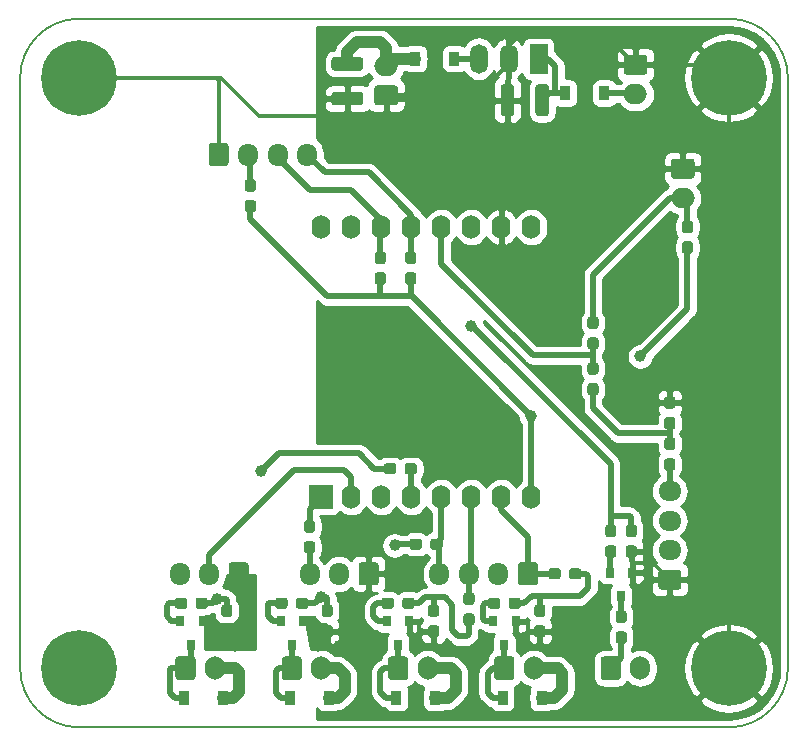
<source format=gbr>
%TF.GenerationSoftware,KiCad,Pcbnew,(5.1.9)-1*%
%TF.CreationDate,2021-06-08T13:47:19+02:00*%
%TF.ProjectId,19_WIFI_Generic,31395f57-4946-4495-9f47-656e65726963,rev?*%
%TF.SameCoordinates,Original*%
%TF.FileFunction,Copper,L2,Bot*%
%TF.FilePolarity,Positive*%
%FSLAX46Y46*%
G04 Gerber Fmt 4.6, Leading zero omitted, Abs format (unit mm)*
G04 Created by KiCad (PCBNEW (5.1.9)-1) date 2021-06-08 13:47:19*
%MOMM*%
%LPD*%
G01*
G04 APERTURE LIST*
%TA.AperFunction,Profile*%
%ADD10C,0.150000*%
%TD*%
%TA.AperFunction,SMDPad,CuDef*%
%ADD11R,0.800000X0.900000*%
%TD*%
%TA.AperFunction,ComponentPad*%
%ADD12C,0.800000*%
%TD*%
%TA.AperFunction,ComponentPad*%
%ADD13C,6.400000*%
%TD*%
%TA.AperFunction,ComponentPad*%
%ADD14O,1.600000X2.000000*%
%TD*%
%TA.AperFunction,ComponentPad*%
%ADD15R,2.000000X2.000000*%
%TD*%
%TA.AperFunction,SMDPad,CuDef*%
%ADD16R,0.900000X1.200000*%
%TD*%
%TA.AperFunction,ComponentPad*%
%ADD17R,1.500000X2.500000*%
%TD*%
%TA.AperFunction,ComponentPad*%
%ADD18O,1.500000X2.500000*%
%TD*%
%TA.AperFunction,ComponentPad*%
%ADD19O,1.950000X1.700000*%
%TD*%
%TA.AperFunction,ComponentPad*%
%ADD20O,2.000000X1.700000*%
%TD*%
%TA.AperFunction,ComponentPad*%
%ADD21O,1.700000X1.950000*%
%TD*%
%TA.AperFunction,ComponentPad*%
%ADD22O,1.700000X2.000000*%
%TD*%
%TA.AperFunction,ViaPad*%
%ADD23C,1.000000*%
%TD*%
%TA.AperFunction,Conductor*%
%ADD24C,0.300000*%
%TD*%
%TA.AperFunction,Conductor*%
%ADD25C,1.000000*%
%TD*%
%TA.AperFunction,Conductor*%
%ADD26C,0.500000*%
%TD*%
%TA.AperFunction,Conductor*%
%ADD27C,0.254000*%
%TD*%
%TA.AperFunction,Conductor*%
%ADD28C,0.100000*%
%TD*%
G04 APERTURE END LIST*
D10*
X175000000Y-80000000D02*
G75*
G02*
X180000000Y-85000000I0J-5000000D01*
G01*
X180000000Y-135000000D02*
G75*
G02*
X175000000Y-140000000I-5000000J0D01*
G01*
X120000000Y-140000000D02*
G75*
G02*
X115000000Y-135000000I0J5000000D01*
G01*
X115000000Y-85000000D02*
G75*
G02*
X120000000Y-80000000I5000000J0D01*
G01*
X115000000Y-135000000D02*
X115000000Y-85000000D01*
X175000000Y-140000000D02*
X120000000Y-140000000D01*
X180000000Y-85000000D02*
X180000000Y-135000000D01*
X120000000Y-80000000D02*
X175000000Y-80000000D01*
%TO.P,R7,2*%
%TO.N,3V3*%
%TA.AperFunction,SMDPad,CuDef*%
G36*
G01*
X145262500Y-101475000D02*
X145737500Y-101475000D01*
G75*
G02*
X145975000Y-101712500I0J-237500D01*
G01*
X145975000Y-102287500D01*
G75*
G02*
X145737500Y-102525000I-237500J0D01*
G01*
X145262500Y-102525000D01*
G75*
G02*
X145025000Y-102287500I0J237500D01*
G01*
X145025000Y-101712500D01*
G75*
G02*
X145262500Y-101475000I237500J0D01*
G01*
G37*
%TD.AperFunction*%
%TO.P,R7,1*%
%TO.N,SCL*%
%TA.AperFunction,SMDPad,CuDef*%
G36*
G01*
X145262500Y-99725000D02*
X145737500Y-99725000D01*
G75*
G02*
X145975000Y-99962500I0J-237500D01*
G01*
X145975000Y-100537500D01*
G75*
G02*
X145737500Y-100775000I-237500J0D01*
G01*
X145262500Y-100775000D01*
G75*
G02*
X145025000Y-100537500I0J237500D01*
G01*
X145025000Y-99962500D01*
G75*
G02*
X145262500Y-99725000I237500J0D01*
G01*
G37*
%TD.AperFunction*%
%TD*%
%TO.P,R6,2*%
%TO.N,3V3*%
%TA.AperFunction,SMDPad,CuDef*%
G36*
G01*
X147829500Y-101475000D02*
X148304500Y-101475000D01*
G75*
G02*
X148542000Y-101712500I0J-237500D01*
G01*
X148542000Y-102287500D01*
G75*
G02*
X148304500Y-102525000I-237500J0D01*
G01*
X147829500Y-102525000D01*
G75*
G02*
X147592000Y-102287500I0J237500D01*
G01*
X147592000Y-101712500D01*
G75*
G02*
X147829500Y-101475000I237500J0D01*
G01*
G37*
%TD.AperFunction*%
%TO.P,R6,1*%
%TO.N,SDA*%
%TA.AperFunction,SMDPad,CuDef*%
G36*
G01*
X147829500Y-99725000D02*
X148304500Y-99725000D01*
G75*
G02*
X148542000Y-99962500I0J-237500D01*
G01*
X148542000Y-100537500D01*
G75*
G02*
X148304500Y-100775000I-237500J0D01*
G01*
X147829500Y-100775000D01*
G75*
G02*
X147592000Y-100537500I0J237500D01*
G01*
X147592000Y-99962500D01*
G75*
G02*
X147829500Y-99725000I237500J0D01*
G01*
G37*
%TD.AperFunction*%
%TD*%
%TO.P,R2,2*%
%TO.N,back0_div*%
%TA.AperFunction,SMDPad,CuDef*%
G36*
G01*
X169762500Y-113725000D02*
X170237500Y-113725000D01*
G75*
G02*
X170475000Y-113962500I0J-237500D01*
G01*
X170475000Y-114537500D01*
G75*
G02*
X170237500Y-114775000I-237500J0D01*
G01*
X169762500Y-114775000D01*
G75*
G02*
X169525000Y-114537500I0J237500D01*
G01*
X169525000Y-113962500D01*
G75*
G02*
X169762500Y-113725000I237500J0D01*
G01*
G37*
%TD.AperFunction*%
%TO.P,R2,1*%
%TO.N,GND*%
%TA.AperFunction,SMDPad,CuDef*%
G36*
G01*
X169762500Y-111975000D02*
X170237500Y-111975000D01*
G75*
G02*
X170475000Y-112212500I0J-237500D01*
G01*
X170475000Y-112787500D01*
G75*
G02*
X170237500Y-113025000I-237500J0D01*
G01*
X169762500Y-113025000D01*
G75*
G02*
X169525000Y-112787500I0J237500D01*
G01*
X169525000Y-112212500D01*
G75*
G02*
X169762500Y-111975000I237500J0D01*
G01*
G37*
%TD.AperFunction*%
%TD*%
D11*
%TO.P,Q1,3*%
%TO.N,Net-(Q1-Pad3)*%
X165892000Y-128894000D03*
%TO.P,Q1,2*%
%TO.N,GND*%
X166842000Y-126894000D03*
%TO.P,Q1,1*%
%TO.N,Net-(Q1-Pad1)*%
X164942000Y-126894000D03*
%TD*%
D12*
%TO.P,H3,1*%
%TO.N,GND*%
X176697056Y-133302944D03*
X175000000Y-132600000D03*
X173302944Y-133302944D03*
X172600000Y-135000000D03*
X173302944Y-136697056D03*
X175000000Y-137400000D03*
X176697056Y-136697056D03*
X177400000Y-135000000D03*
D13*
X175000000Y-135000000D03*
%TD*%
D12*
%TO.P,H1,1*%
%TO.N,GND*%
X121697056Y-83302944D03*
X120000000Y-82600000D03*
X118302944Y-83302944D03*
X117600000Y-85000000D03*
X118302944Y-86697056D03*
X120000000Y-87400000D03*
X121697056Y-86697056D03*
X122400000Y-85000000D03*
D13*
X120000000Y-85000000D03*
%TD*%
D12*
%TO.P,H2,1*%
%TO.N,GND*%
X176697056Y-83302944D03*
X175000000Y-82600000D03*
X173302944Y-83302944D03*
X172600000Y-85000000D03*
X173302944Y-86697056D03*
X175000000Y-87400000D03*
X176697056Y-86697056D03*
X177400000Y-85000000D03*
D13*
X175000000Y-85000000D03*
%TD*%
D12*
%TO.P,H4,1*%
%TO.N,GND*%
X121697056Y-133302944D03*
X120000000Y-132600000D03*
X118302944Y-133302944D03*
X117600000Y-135000000D03*
X118302944Y-136697056D03*
X120000000Y-137400000D03*
X121697056Y-136697056D03*
X122400000Y-135000000D03*
D13*
X120000000Y-135000000D03*
%TD*%
%TO.P,R13,2*%
%TO.N,3V3*%
%TA.AperFunction,SMDPad,CuDef*%
G36*
G01*
X171262500Y-98850000D02*
X171737500Y-98850000D01*
G75*
G02*
X171975000Y-99087500I0J-237500D01*
G01*
X171975000Y-99662500D01*
G75*
G02*
X171737500Y-99900000I-237500J0D01*
G01*
X171262500Y-99900000D01*
G75*
G02*
X171025000Y-99662500I0J237500D01*
G01*
X171025000Y-99087500D01*
G75*
G02*
X171262500Y-98850000I237500J0D01*
G01*
G37*
%TD.AperFunction*%
%TO.P,R13,1*%
%TO.N,bouton1*%
%TA.AperFunction,SMDPad,CuDef*%
G36*
G01*
X171262500Y-97100000D02*
X171737500Y-97100000D01*
G75*
G02*
X171975000Y-97337500I0J-237500D01*
G01*
X171975000Y-97912500D01*
G75*
G02*
X171737500Y-98150000I-237500J0D01*
G01*
X171262500Y-98150000D01*
G75*
G02*
X171025000Y-97912500I0J237500D01*
G01*
X171025000Y-97337500D01*
G75*
G02*
X171262500Y-97100000I237500J0D01*
G01*
G37*
%TD.AperFunction*%
%TD*%
%TO.P,R1,2*%
%TO.N,back0*%
%TA.AperFunction,SMDPad,CuDef*%
G36*
G01*
X169762500Y-117225000D02*
X170237500Y-117225000D01*
G75*
G02*
X170475000Y-117462500I0J-237500D01*
G01*
X170475000Y-118037500D01*
G75*
G02*
X170237500Y-118275000I-237500J0D01*
G01*
X169762500Y-118275000D01*
G75*
G02*
X169525000Y-118037500I0J237500D01*
G01*
X169525000Y-117462500D01*
G75*
G02*
X169762500Y-117225000I237500J0D01*
G01*
G37*
%TD.AperFunction*%
%TO.P,R1,1*%
%TO.N,back0_div*%
%TA.AperFunction,SMDPad,CuDef*%
G36*
G01*
X169762500Y-115475000D02*
X170237500Y-115475000D01*
G75*
G02*
X170475000Y-115712500I0J-237500D01*
G01*
X170475000Y-116287500D01*
G75*
G02*
X170237500Y-116525000I-237500J0D01*
G01*
X169762500Y-116525000D01*
G75*
G02*
X169525000Y-116287500I0J237500D01*
G01*
X169525000Y-115712500D01*
G75*
G02*
X169762500Y-115475000I237500J0D01*
G01*
G37*
%TD.AperFunction*%
%TD*%
%TO.P,R14,2*%
%TO.N,Net-(J9-Pad1)*%
%TA.AperFunction,SMDPad,CuDef*%
G36*
G01*
X165654500Y-131869000D02*
X166129500Y-131869000D01*
G75*
G02*
X166367000Y-132106500I0J-237500D01*
G01*
X166367000Y-132681500D01*
G75*
G02*
X166129500Y-132919000I-237500J0D01*
G01*
X165654500Y-132919000D01*
G75*
G02*
X165417000Y-132681500I0J237500D01*
G01*
X165417000Y-132106500D01*
G75*
G02*
X165654500Y-131869000I237500J0D01*
G01*
G37*
%TD.AperFunction*%
%TO.P,R14,1*%
%TO.N,Net-(Q1-Pad3)*%
%TA.AperFunction,SMDPad,CuDef*%
G36*
G01*
X165654500Y-130119000D02*
X166129500Y-130119000D01*
G75*
G02*
X166367000Y-130356500I0J-237500D01*
G01*
X166367000Y-130931500D01*
G75*
G02*
X166129500Y-131169000I-237500J0D01*
G01*
X165654500Y-131169000D01*
G75*
G02*
X165417000Y-130931500I0J237500D01*
G01*
X165417000Y-130356500D01*
G75*
G02*
X165654500Y-130119000I237500J0D01*
G01*
G37*
%TD.AperFunction*%
%TD*%
%TO.P,R15,2*%
%TO.N,Net-(Q1-Pad1)*%
%TA.AperFunction,SMDPad,CuDef*%
G36*
G01*
X164762500Y-124600000D02*
X165237500Y-124600000D01*
G75*
G02*
X165475000Y-124837500I0J-237500D01*
G01*
X165475000Y-125412500D01*
G75*
G02*
X165237500Y-125650000I-237500J0D01*
G01*
X164762500Y-125650000D01*
G75*
G02*
X164525000Y-125412500I0J237500D01*
G01*
X164525000Y-124837500D01*
G75*
G02*
X164762500Y-124600000I237500J0D01*
G01*
G37*
%TD.AperFunction*%
%TO.P,R15,1*%
%TO.N,LED_out*%
%TA.AperFunction,SMDPad,CuDef*%
G36*
G01*
X164762500Y-122850000D02*
X165237500Y-122850000D01*
G75*
G02*
X165475000Y-123087500I0J-237500D01*
G01*
X165475000Y-123662500D01*
G75*
G02*
X165237500Y-123900000I-237500J0D01*
G01*
X164762500Y-123900000D01*
G75*
G02*
X164525000Y-123662500I0J237500D01*
G01*
X164525000Y-123087500D01*
G75*
G02*
X164762500Y-122850000I237500J0D01*
G01*
G37*
%TD.AperFunction*%
%TD*%
%TO.P,R16,2*%
%TO.N,LED_out*%
%TA.AperFunction,SMDPad,CuDef*%
G36*
G01*
X166987500Y-123900000D02*
X166512500Y-123900000D01*
G75*
G02*
X166275000Y-123662500I0J237500D01*
G01*
X166275000Y-123087500D01*
G75*
G02*
X166512500Y-122850000I237500J0D01*
G01*
X166987500Y-122850000D01*
G75*
G02*
X167225000Y-123087500I0J-237500D01*
G01*
X167225000Y-123662500D01*
G75*
G02*
X166987500Y-123900000I-237500J0D01*
G01*
G37*
%TD.AperFunction*%
%TO.P,R16,1*%
%TO.N,GND*%
%TA.AperFunction,SMDPad,CuDef*%
G36*
G01*
X166987500Y-125650000D02*
X166512500Y-125650000D01*
G75*
G02*
X166275000Y-125412500I0J237500D01*
G01*
X166275000Y-124837500D01*
G75*
G02*
X166512500Y-124600000I237500J0D01*
G01*
X166987500Y-124600000D01*
G75*
G02*
X167225000Y-124837500I0J-237500D01*
G01*
X167225000Y-125412500D01*
G75*
G02*
X166987500Y-125650000I-237500J0D01*
G01*
G37*
%TD.AperFunction*%
%TD*%
%TO.P,R10,1*%
%TO.N,Net-(J6-Pad2)*%
%TA.AperFunction,SMDPad,CuDef*%
G36*
G01*
X134262500Y-93600000D02*
X134737500Y-93600000D01*
G75*
G02*
X134975000Y-93837500I0J-237500D01*
G01*
X134975000Y-94412500D01*
G75*
G02*
X134737500Y-94650000I-237500J0D01*
G01*
X134262500Y-94650000D01*
G75*
G02*
X134025000Y-94412500I0J237500D01*
G01*
X134025000Y-93837500D01*
G75*
G02*
X134262500Y-93600000I237500J0D01*
G01*
G37*
%TD.AperFunction*%
%TO.P,R10,2*%
%TO.N,3V3*%
%TA.AperFunction,SMDPad,CuDef*%
G36*
G01*
X134262500Y-95350000D02*
X134737500Y-95350000D01*
G75*
G02*
X134975000Y-95587500I0J-237500D01*
G01*
X134975000Y-96162500D01*
G75*
G02*
X134737500Y-96400000I-237500J0D01*
G01*
X134262500Y-96400000D01*
G75*
G02*
X134025000Y-96162500I0J237500D01*
G01*
X134025000Y-95587500D01*
G75*
G02*
X134262500Y-95350000I237500J0D01*
G01*
G37*
%TD.AperFunction*%
%TD*%
D14*
%TO.P,U1,2*%
%TO.N,Net-(J3-Pad2)*%
X143040000Y-120500000D03*
D15*
%TO.P,U1,1*%
%TO.N,Net-(R3-Pad1)*%
X140500000Y-120500000D03*
D14*
%TO.P,U1,3*%
%TO.N,S0*%
X145580000Y-120500000D03*
%TO.P,U1,4*%
%TO.N,SCK*%
X148120000Y-120500000D03*
%TO.P,U1,5*%
%TO.N,MISO*%
X150660000Y-120500000D03*
%TO.P,U1,6*%
%TO.N,MOSI*%
X153200000Y-120500000D03*
%TO.P,U1,7*%
%TO.N,CS*%
X155740000Y-120500000D03*
%TO.P,U1,8*%
%TO.N,3V3*%
X158280000Y-120500000D03*
%TO.P,U1,9*%
%TO.N,5V*%
X158280000Y-97640000D03*
%TO.P,U1,10*%
%TO.N,GND*%
X155740000Y-97640000D03*
%TO.P,U1,11*%
%TO.N,LED_out*%
X153200000Y-97640000D03*
%TO.P,U1,12*%
%TO.N,Net-(R4-Pad2)*%
X150660000Y-97640000D03*
%TO.P,U1,13*%
%TO.N,SDA*%
X148120000Y-97640000D03*
%TO.P,U1,14*%
%TO.N,SCL*%
X145580000Y-97640000D03*
%TO.P,U1,15*%
%TO.N,Net-(U1-Pad15)*%
X143040000Y-97640000D03*
%TO.P,U1,16*%
%TO.N,Net-(U1-Pad16)*%
X140500000Y-97640000D03*
%TD*%
D16*
%TO.P,D1,2*%
%TO.N,Net-(D1-Pad2)*%
X128850000Y-137500000D03*
%TO.P,D1,1*%
%TO.N,5V*%
X132150000Y-137500000D03*
%TD*%
%TO.P,D2,1*%
%TO.N,5V*%
X141150000Y-137500000D03*
%TO.P,D2,2*%
%TO.N,Net-(D2-Pad2)*%
X137850000Y-137500000D03*
%TD*%
%TO.P,D3,2*%
%TO.N,Net-(D3-Pad2)*%
X146850000Y-137500000D03*
%TO.P,D3,1*%
%TO.N,5V*%
X150150000Y-137500000D03*
%TD*%
%TO.P,D4,1*%
%TO.N,5V*%
X159150000Y-137500000D03*
%TO.P,D4,2*%
%TO.N,Net-(D4-Pad2)*%
X155850000Y-137500000D03*
%TD*%
D11*
%TO.P,Q2,3*%
%TO.N,Net-(D1-Pad2)*%
X129500000Y-133000000D03*
%TO.P,Q2,2*%
%TO.N,GND*%
X130450000Y-131000000D03*
%TO.P,Q2,1*%
%TO.N,Net-(Q2-Pad1)*%
X128550000Y-131000000D03*
%TD*%
%TO.P,Q3,1*%
%TO.N,Net-(Q3-Pad1)*%
X137050000Y-131000000D03*
%TO.P,Q3,2*%
%TO.N,GND*%
X138950000Y-131000000D03*
%TO.P,Q3,3*%
%TO.N,Net-(D2-Pad2)*%
X138000000Y-133000000D03*
%TD*%
%TO.P,Q4,3*%
%TO.N,Net-(D3-Pad2)*%
X147000000Y-133000000D03*
%TO.P,Q4,2*%
%TO.N,GND*%
X147950000Y-131000000D03*
%TO.P,Q4,1*%
%TO.N,Net-(Q4-Pad1)*%
X146050000Y-131000000D03*
%TD*%
%TO.P,Q5,1*%
%TO.N,Net-(Q5-Pad1)*%
X155050000Y-131000000D03*
%TO.P,Q5,2*%
%TO.N,GND*%
X156950000Y-131000000D03*
%TO.P,Q5,3*%
%TO.N,Net-(D4-Pad2)*%
X156000000Y-133000000D03*
%TD*%
%TO.P,R3,1*%
%TO.N,Net-(R3-Pad1)*%
%TA.AperFunction,SMDPad,CuDef*%
G36*
G01*
X139262500Y-122475000D02*
X139737500Y-122475000D01*
G75*
G02*
X139975000Y-122712500I0J-237500D01*
G01*
X139975000Y-123287500D01*
G75*
G02*
X139737500Y-123525000I-237500J0D01*
G01*
X139262500Y-123525000D01*
G75*
G02*
X139025000Y-123287500I0J237500D01*
G01*
X139025000Y-122712500D01*
G75*
G02*
X139262500Y-122475000I237500J0D01*
G01*
G37*
%TD.AperFunction*%
%TO.P,R3,2*%
%TO.N,3V3*%
%TA.AperFunction,SMDPad,CuDef*%
G36*
G01*
X139262500Y-124225000D02*
X139737500Y-124225000D01*
G75*
G02*
X139975000Y-124462500I0J-237500D01*
G01*
X139975000Y-125037500D01*
G75*
G02*
X139737500Y-125275000I-237500J0D01*
G01*
X139262500Y-125275000D01*
G75*
G02*
X139025000Y-125037500I0J237500D01*
G01*
X139025000Y-124462500D01*
G75*
G02*
X139262500Y-124225000I237500J0D01*
G01*
G37*
%TD.AperFunction*%
%TD*%
%TO.P,R4,1*%
%TO.N,back0_div*%
%TA.AperFunction,SMDPad,CuDef*%
G36*
G01*
X163737500Y-111900000D02*
X163262500Y-111900000D01*
G75*
G02*
X163025000Y-111662500I0J237500D01*
G01*
X163025000Y-111087500D01*
G75*
G02*
X163262500Y-110850000I237500J0D01*
G01*
X163737500Y-110850000D01*
G75*
G02*
X163975000Y-111087500I0J-237500D01*
G01*
X163975000Y-111662500D01*
G75*
G02*
X163737500Y-111900000I-237500J0D01*
G01*
G37*
%TD.AperFunction*%
%TO.P,R4,2*%
%TO.N,Net-(R4-Pad2)*%
%TA.AperFunction,SMDPad,CuDef*%
G36*
G01*
X163737500Y-110150000D02*
X163262500Y-110150000D01*
G75*
G02*
X163025000Y-109912500I0J237500D01*
G01*
X163025000Y-109337500D01*
G75*
G02*
X163262500Y-109100000I237500J0D01*
G01*
X163737500Y-109100000D01*
G75*
G02*
X163975000Y-109337500I0J-237500D01*
G01*
X163975000Y-109912500D01*
G75*
G02*
X163737500Y-110150000I-237500J0D01*
G01*
G37*
%TD.AperFunction*%
%TD*%
%TO.P,R5,2*%
%TO.N,bouton1*%
%TA.AperFunction,SMDPad,CuDef*%
G36*
G01*
X163737500Y-106275000D02*
X163262500Y-106275000D01*
G75*
G02*
X163025000Y-106037500I0J237500D01*
G01*
X163025000Y-105462500D01*
G75*
G02*
X163262500Y-105225000I237500J0D01*
G01*
X163737500Y-105225000D01*
G75*
G02*
X163975000Y-105462500I0J-237500D01*
G01*
X163975000Y-106037500D01*
G75*
G02*
X163737500Y-106275000I-237500J0D01*
G01*
G37*
%TD.AperFunction*%
%TO.P,R5,1*%
%TO.N,Net-(R4-Pad2)*%
%TA.AperFunction,SMDPad,CuDef*%
G36*
G01*
X163737500Y-108025000D02*
X163262500Y-108025000D01*
G75*
G02*
X163025000Y-107787500I0J237500D01*
G01*
X163025000Y-107212500D01*
G75*
G02*
X163262500Y-106975000I237500J0D01*
G01*
X163737500Y-106975000D01*
G75*
G02*
X163975000Y-107212500I0J-237500D01*
G01*
X163975000Y-107787500D01*
G75*
G02*
X163737500Y-108025000I-237500J0D01*
G01*
G37*
%TD.AperFunction*%
%TD*%
%TO.P,R17,2*%
%TO.N,Net-(R17-Pad2)*%
%TA.AperFunction,SMDPad,CuDef*%
G36*
G01*
X146850000Y-117862500D02*
X146850000Y-118337500D01*
G75*
G02*
X146612500Y-118575000I-237500J0D01*
G01*
X146037500Y-118575000D01*
G75*
G02*
X145800000Y-118337500I0J237500D01*
G01*
X145800000Y-117862500D01*
G75*
G02*
X146037500Y-117625000I237500J0D01*
G01*
X146612500Y-117625000D01*
G75*
G02*
X146850000Y-117862500I0J-237500D01*
G01*
G37*
%TD.AperFunction*%
%TO.P,R17,1*%
%TO.N,SCK*%
%TA.AperFunction,SMDPad,CuDef*%
G36*
G01*
X148600000Y-117862500D02*
X148600000Y-118337500D01*
G75*
G02*
X148362500Y-118575000I-237500J0D01*
G01*
X147787500Y-118575000D01*
G75*
G02*
X147550000Y-118337500I0J237500D01*
G01*
X147550000Y-117862500D01*
G75*
G02*
X147787500Y-117625000I237500J0D01*
G01*
X148362500Y-117625000D01*
G75*
G02*
X148600000Y-117862500I0J-237500D01*
G01*
G37*
%TD.AperFunction*%
%TD*%
%TO.P,R18,2*%
%TO.N,Net-(Q2-Pad1)*%
%TA.AperFunction,SMDPad,CuDef*%
G36*
G01*
X129150000Y-129262500D02*
X129150000Y-129737500D01*
G75*
G02*
X128912500Y-129975000I-237500J0D01*
G01*
X128337500Y-129975000D01*
G75*
G02*
X128100000Y-129737500I0J237500D01*
G01*
X128100000Y-129262500D01*
G75*
G02*
X128337500Y-129025000I237500J0D01*
G01*
X128912500Y-129025000D01*
G75*
G02*
X129150000Y-129262500I0J-237500D01*
G01*
G37*
%TD.AperFunction*%
%TO.P,R18,1*%
%TO.N,Net-(R17-Pad2)*%
%TA.AperFunction,SMDPad,CuDef*%
G36*
G01*
X130900000Y-129262500D02*
X130900000Y-129737500D01*
G75*
G02*
X130662500Y-129975000I-237500J0D01*
G01*
X130087500Y-129975000D01*
G75*
G02*
X129850000Y-129737500I0J237500D01*
G01*
X129850000Y-129262500D01*
G75*
G02*
X130087500Y-129025000I237500J0D01*
G01*
X130662500Y-129025000D01*
G75*
G02*
X130900000Y-129262500I0J-237500D01*
G01*
G37*
%TD.AperFunction*%
%TD*%
%TO.P,R19,1*%
%TO.N,MISO*%
%TA.AperFunction,SMDPad,CuDef*%
G36*
G01*
X150775000Y-124262500D02*
X150775000Y-124737500D01*
G75*
G02*
X150537500Y-124975000I-237500J0D01*
G01*
X149962500Y-124975000D01*
G75*
G02*
X149725000Y-124737500I0J237500D01*
G01*
X149725000Y-124262500D01*
G75*
G02*
X149962500Y-124025000I237500J0D01*
G01*
X150537500Y-124025000D01*
G75*
G02*
X150775000Y-124262500I0J-237500D01*
G01*
G37*
%TD.AperFunction*%
%TO.P,R19,2*%
%TO.N,Net-(R19-Pad2)*%
%TA.AperFunction,SMDPad,CuDef*%
G36*
G01*
X149025000Y-124262500D02*
X149025000Y-124737500D01*
G75*
G02*
X148787500Y-124975000I-237500J0D01*
G01*
X148212500Y-124975000D01*
G75*
G02*
X147975000Y-124737500I0J237500D01*
G01*
X147975000Y-124262500D01*
G75*
G02*
X148212500Y-124025000I237500J0D01*
G01*
X148787500Y-124025000D01*
G75*
G02*
X149025000Y-124262500I0J-237500D01*
G01*
G37*
%TD.AperFunction*%
%TD*%
%TO.P,R20,2*%
%TO.N,Net-(Q3-Pad1)*%
%TA.AperFunction,SMDPad,CuDef*%
G36*
G01*
X137650000Y-129262500D02*
X137650000Y-129737500D01*
G75*
G02*
X137412500Y-129975000I-237500J0D01*
G01*
X136837500Y-129975000D01*
G75*
G02*
X136600000Y-129737500I0J237500D01*
G01*
X136600000Y-129262500D01*
G75*
G02*
X136837500Y-129025000I237500J0D01*
G01*
X137412500Y-129025000D01*
G75*
G02*
X137650000Y-129262500I0J-237500D01*
G01*
G37*
%TD.AperFunction*%
%TO.P,R20,1*%
%TO.N,Net-(R19-Pad2)*%
%TA.AperFunction,SMDPad,CuDef*%
G36*
G01*
X139400000Y-129262500D02*
X139400000Y-129737500D01*
G75*
G02*
X139162500Y-129975000I-237500J0D01*
G01*
X138587500Y-129975000D01*
G75*
G02*
X138350000Y-129737500I0J237500D01*
G01*
X138350000Y-129262500D01*
G75*
G02*
X138587500Y-129025000I237500J0D01*
G01*
X139162500Y-129025000D01*
G75*
G02*
X139400000Y-129262500I0J-237500D01*
G01*
G37*
%TD.AperFunction*%
%TD*%
%TO.P,R21,2*%
%TO.N,Net-(R21-Pad2)*%
%TA.AperFunction,SMDPad,CuDef*%
G36*
G01*
X152762500Y-130350000D02*
X153237500Y-130350000D01*
G75*
G02*
X153475000Y-130587500I0J-237500D01*
G01*
X153475000Y-131162500D01*
G75*
G02*
X153237500Y-131400000I-237500J0D01*
G01*
X152762500Y-131400000D01*
G75*
G02*
X152525000Y-131162500I0J237500D01*
G01*
X152525000Y-130587500D01*
G75*
G02*
X152762500Y-130350000I237500J0D01*
G01*
G37*
%TD.AperFunction*%
%TO.P,R21,1*%
%TO.N,MOSI*%
%TA.AperFunction,SMDPad,CuDef*%
G36*
G01*
X152762500Y-128600000D02*
X153237500Y-128600000D01*
G75*
G02*
X153475000Y-128837500I0J-237500D01*
G01*
X153475000Y-129412500D01*
G75*
G02*
X153237500Y-129650000I-237500J0D01*
G01*
X152762500Y-129650000D01*
G75*
G02*
X152525000Y-129412500I0J237500D01*
G01*
X152525000Y-128837500D01*
G75*
G02*
X152762500Y-128600000I237500J0D01*
G01*
G37*
%TD.AperFunction*%
%TD*%
%TO.P,R22,2*%
%TO.N,Net-(Q4-Pad1)*%
%TA.AperFunction,SMDPad,CuDef*%
G36*
G01*
X146650000Y-129262500D02*
X146650000Y-129737500D01*
G75*
G02*
X146412500Y-129975000I-237500J0D01*
G01*
X145837500Y-129975000D01*
G75*
G02*
X145600000Y-129737500I0J237500D01*
G01*
X145600000Y-129262500D01*
G75*
G02*
X145837500Y-129025000I237500J0D01*
G01*
X146412500Y-129025000D01*
G75*
G02*
X146650000Y-129262500I0J-237500D01*
G01*
G37*
%TD.AperFunction*%
%TO.P,R22,1*%
%TO.N,Net-(R21-Pad2)*%
%TA.AperFunction,SMDPad,CuDef*%
G36*
G01*
X148400000Y-129262500D02*
X148400000Y-129737500D01*
G75*
G02*
X148162500Y-129975000I-237500J0D01*
G01*
X147587500Y-129975000D01*
G75*
G02*
X147350000Y-129737500I0J237500D01*
G01*
X147350000Y-129262500D01*
G75*
G02*
X147587500Y-129025000I237500J0D01*
G01*
X148162500Y-129025000D01*
G75*
G02*
X148400000Y-129262500I0J-237500D01*
G01*
G37*
%TD.AperFunction*%
%TD*%
%TO.P,R23,1*%
%TO.N,CS*%
%TA.AperFunction,SMDPad,CuDef*%
G36*
G01*
X159725000Y-127237500D02*
X159725000Y-126762500D01*
G75*
G02*
X159962500Y-126525000I237500J0D01*
G01*
X160537500Y-126525000D01*
G75*
G02*
X160775000Y-126762500I0J-237500D01*
G01*
X160775000Y-127237500D01*
G75*
G02*
X160537500Y-127475000I-237500J0D01*
G01*
X159962500Y-127475000D01*
G75*
G02*
X159725000Y-127237500I0J237500D01*
G01*
G37*
%TD.AperFunction*%
%TO.P,R23,2*%
%TO.N,Net-(R23-Pad2)*%
%TA.AperFunction,SMDPad,CuDef*%
G36*
G01*
X161475000Y-127237500D02*
X161475000Y-126762500D01*
G75*
G02*
X161712500Y-126525000I237500J0D01*
G01*
X162287500Y-126525000D01*
G75*
G02*
X162525000Y-126762500I0J-237500D01*
G01*
X162525000Y-127237500D01*
G75*
G02*
X162287500Y-127475000I-237500J0D01*
G01*
X161712500Y-127475000D01*
G75*
G02*
X161475000Y-127237500I0J237500D01*
G01*
G37*
%TD.AperFunction*%
%TD*%
%TO.P,R24,1*%
%TO.N,Net-(R23-Pad2)*%
%TA.AperFunction,SMDPad,CuDef*%
G36*
G01*
X157400000Y-129262500D02*
X157400000Y-129737500D01*
G75*
G02*
X157162500Y-129975000I-237500J0D01*
G01*
X156587500Y-129975000D01*
G75*
G02*
X156350000Y-129737500I0J237500D01*
G01*
X156350000Y-129262500D01*
G75*
G02*
X156587500Y-129025000I237500J0D01*
G01*
X157162500Y-129025000D01*
G75*
G02*
X157400000Y-129262500I0J-237500D01*
G01*
G37*
%TD.AperFunction*%
%TO.P,R24,2*%
%TO.N,Net-(Q5-Pad1)*%
%TA.AperFunction,SMDPad,CuDef*%
G36*
G01*
X155650000Y-129262500D02*
X155650000Y-129737500D01*
G75*
G02*
X155412500Y-129975000I-237500J0D01*
G01*
X154837500Y-129975000D01*
G75*
G02*
X154600000Y-129737500I0J237500D01*
G01*
X154600000Y-129262500D01*
G75*
G02*
X154837500Y-129025000I237500J0D01*
G01*
X155412500Y-129025000D01*
G75*
G02*
X155650000Y-129262500I0J-237500D01*
G01*
G37*
%TD.AperFunction*%
%TD*%
%TO.P,R25,1*%
%TO.N,GND*%
%TA.AperFunction,SMDPad,CuDef*%
G36*
G01*
X132737500Y-132400000D02*
X132262500Y-132400000D01*
G75*
G02*
X132025000Y-132162500I0J237500D01*
G01*
X132025000Y-131587500D01*
G75*
G02*
X132262500Y-131350000I237500J0D01*
G01*
X132737500Y-131350000D01*
G75*
G02*
X132975000Y-131587500I0J-237500D01*
G01*
X132975000Y-132162500D01*
G75*
G02*
X132737500Y-132400000I-237500J0D01*
G01*
G37*
%TD.AperFunction*%
%TO.P,R25,2*%
%TO.N,Net-(R17-Pad2)*%
%TA.AperFunction,SMDPad,CuDef*%
G36*
G01*
X132737500Y-130650000D02*
X132262500Y-130650000D01*
G75*
G02*
X132025000Y-130412500I0J237500D01*
G01*
X132025000Y-129837500D01*
G75*
G02*
X132262500Y-129600000I237500J0D01*
G01*
X132737500Y-129600000D01*
G75*
G02*
X132975000Y-129837500I0J-237500D01*
G01*
X132975000Y-130412500D01*
G75*
G02*
X132737500Y-130650000I-237500J0D01*
G01*
G37*
%TD.AperFunction*%
%TD*%
%TO.P,R26,2*%
%TO.N,Net-(R19-Pad2)*%
%TA.AperFunction,SMDPad,CuDef*%
G36*
G01*
X141237500Y-130650000D02*
X140762500Y-130650000D01*
G75*
G02*
X140525000Y-130412500I0J237500D01*
G01*
X140525000Y-129837500D01*
G75*
G02*
X140762500Y-129600000I237500J0D01*
G01*
X141237500Y-129600000D01*
G75*
G02*
X141475000Y-129837500I0J-237500D01*
G01*
X141475000Y-130412500D01*
G75*
G02*
X141237500Y-130650000I-237500J0D01*
G01*
G37*
%TD.AperFunction*%
%TO.P,R26,1*%
%TO.N,GND*%
%TA.AperFunction,SMDPad,CuDef*%
G36*
G01*
X141237500Y-132400000D02*
X140762500Y-132400000D01*
G75*
G02*
X140525000Y-132162500I0J237500D01*
G01*
X140525000Y-131587500D01*
G75*
G02*
X140762500Y-131350000I237500J0D01*
G01*
X141237500Y-131350000D01*
G75*
G02*
X141475000Y-131587500I0J-237500D01*
G01*
X141475000Y-132162500D01*
G75*
G02*
X141237500Y-132400000I-237500J0D01*
G01*
G37*
%TD.AperFunction*%
%TD*%
%TO.P,R27,1*%
%TO.N,GND*%
%TA.AperFunction,SMDPad,CuDef*%
G36*
G01*
X150237500Y-132400000D02*
X149762500Y-132400000D01*
G75*
G02*
X149525000Y-132162500I0J237500D01*
G01*
X149525000Y-131587500D01*
G75*
G02*
X149762500Y-131350000I237500J0D01*
G01*
X150237500Y-131350000D01*
G75*
G02*
X150475000Y-131587500I0J-237500D01*
G01*
X150475000Y-132162500D01*
G75*
G02*
X150237500Y-132400000I-237500J0D01*
G01*
G37*
%TD.AperFunction*%
%TO.P,R27,2*%
%TO.N,Net-(R21-Pad2)*%
%TA.AperFunction,SMDPad,CuDef*%
G36*
G01*
X150237500Y-130650000D02*
X149762500Y-130650000D01*
G75*
G02*
X149525000Y-130412500I0J237500D01*
G01*
X149525000Y-129837500D01*
G75*
G02*
X149762500Y-129600000I237500J0D01*
G01*
X150237500Y-129600000D01*
G75*
G02*
X150475000Y-129837500I0J-237500D01*
G01*
X150475000Y-130412500D01*
G75*
G02*
X150237500Y-130650000I-237500J0D01*
G01*
G37*
%TD.AperFunction*%
%TD*%
%TO.P,R28,2*%
%TO.N,Net-(R23-Pad2)*%
%TA.AperFunction,SMDPad,CuDef*%
G36*
G01*
X159237500Y-130650000D02*
X158762500Y-130650000D01*
G75*
G02*
X158525000Y-130412500I0J237500D01*
G01*
X158525000Y-129837500D01*
G75*
G02*
X158762500Y-129600000I237500J0D01*
G01*
X159237500Y-129600000D01*
G75*
G02*
X159475000Y-129837500I0J-237500D01*
G01*
X159475000Y-130412500D01*
G75*
G02*
X159237500Y-130650000I-237500J0D01*
G01*
G37*
%TD.AperFunction*%
%TO.P,R28,1*%
%TO.N,GND*%
%TA.AperFunction,SMDPad,CuDef*%
G36*
G01*
X159237500Y-132400000D02*
X158762500Y-132400000D01*
G75*
G02*
X158525000Y-132162500I0J237500D01*
G01*
X158525000Y-131587500D01*
G75*
G02*
X158762500Y-131350000I237500J0D01*
G01*
X159237500Y-131350000D01*
G75*
G02*
X159475000Y-131587500I0J-237500D01*
G01*
X159475000Y-132162500D01*
G75*
G02*
X159237500Y-132400000I-237500J0D01*
G01*
G37*
%TD.AperFunction*%
%TD*%
%TO.P,C1,1*%
%TO.N,Net-(C1-Pad1)*%
%TA.AperFunction,SMDPad,CuDef*%
G36*
G01*
X159775000Y-85799999D02*
X159775000Y-88000001D01*
G75*
G02*
X159525001Y-88250000I-249999J0D01*
G01*
X158874999Y-88250000D01*
G75*
G02*
X158625000Y-88000001I0J249999D01*
G01*
X158625000Y-85799999D01*
G75*
G02*
X158874999Y-85550000I249999J0D01*
G01*
X159525001Y-85550000D01*
G75*
G02*
X159775000Y-85799999I0J-249999D01*
G01*
G37*
%TD.AperFunction*%
%TO.P,C1,2*%
%TO.N,GND*%
%TA.AperFunction,SMDPad,CuDef*%
G36*
G01*
X156825000Y-85799999D02*
X156825000Y-88000001D01*
G75*
G02*
X156575001Y-88250000I-249999J0D01*
G01*
X155924999Y-88250000D01*
G75*
G02*
X155675000Y-88000001I0J249999D01*
G01*
X155675000Y-85799999D01*
G75*
G02*
X155924999Y-85550000I249999J0D01*
G01*
X156575001Y-85550000D01*
G75*
G02*
X156825000Y-85799999I0J-249999D01*
G01*
G37*
%TD.AperFunction*%
%TD*%
%TO.P,C2,2*%
%TO.N,GND*%
%TA.AperFunction,SMDPad,CuDef*%
G36*
G01*
X141599999Y-86200000D02*
X143800001Y-86200000D01*
G75*
G02*
X144050000Y-86449999I0J-249999D01*
G01*
X144050000Y-87100001D01*
G75*
G02*
X143800001Y-87350000I-249999J0D01*
G01*
X141599999Y-87350000D01*
G75*
G02*
X141350000Y-87100001I0J249999D01*
G01*
X141350000Y-86449999D01*
G75*
G02*
X141599999Y-86200000I249999J0D01*
G01*
G37*
%TD.AperFunction*%
%TO.P,C2,1*%
%TO.N,5V*%
%TA.AperFunction,SMDPad,CuDef*%
G36*
G01*
X141599999Y-83250000D02*
X143800001Y-83250000D01*
G75*
G02*
X144050000Y-83499999I0J-249999D01*
G01*
X144050000Y-84150001D01*
G75*
G02*
X143800001Y-84400000I-249999J0D01*
G01*
X141599999Y-84400000D01*
G75*
G02*
X141350000Y-84150001I0J249999D01*
G01*
X141350000Y-83499999D01*
G75*
G02*
X141599999Y-83250000I249999J0D01*
G01*
G37*
%TD.AperFunction*%
%TD*%
D16*
%TO.P,D5,2*%
%TO.N,Vin*%
X164450000Y-86300000D03*
%TO.P,D5,1*%
%TO.N,Net-(C1-Pad1)*%
X161150000Y-86300000D03*
%TD*%
%TO.P,D6,1*%
%TO.N,5V*%
X148450000Y-83400000D03*
%TO.P,D6,2*%
%TO.N,Net-(D6-Pad2)*%
X151750000Y-83400000D03*
%TD*%
D17*
%TO.P,U2,1*%
%TO.N,Net-(C1-Pad1)*%
X158900000Y-83400000D03*
D18*
%TO.P,U2,2*%
%TO.N,GND*%
X156360000Y-83400000D03*
%TO.P,U2,3*%
%TO.N,Net-(D6-Pad2)*%
X153820000Y-83400000D03*
%TD*%
%TO.P,J1,1*%
%TO.N,GND*%
%TA.AperFunction,ComponentPad*%
G36*
G01*
X170725000Y-128350000D02*
X169275000Y-128350000D01*
G75*
G02*
X169025000Y-128100000I0J250000D01*
G01*
X169025000Y-126900000D01*
G75*
G02*
X169275000Y-126650000I250000J0D01*
G01*
X170725000Y-126650000D01*
G75*
G02*
X170975000Y-126900000I0J-250000D01*
G01*
X170975000Y-128100000D01*
G75*
G02*
X170725000Y-128350000I-250000J0D01*
G01*
G37*
%TD.AperFunction*%
D19*
%TO.P,J1,2*%
%TO.N,5V*%
X170000000Y-125000000D03*
%TO.P,J1,3*%
%TO.N,S0*%
X170000000Y-122500000D03*
%TO.P,J1,4*%
%TO.N,back0*%
X170000000Y-120000000D03*
%TD*%
D20*
%TO.P,J2,2*%
%TO.N,Vin*%
X167100000Y-86400000D03*
%TO.P,J2,1*%
%TO.N,GND*%
%TA.AperFunction,ComponentPad*%
G36*
G01*
X166350000Y-83050000D02*
X167850000Y-83050000D01*
G75*
G02*
X168100000Y-83300000I0J-250000D01*
G01*
X168100000Y-84500000D01*
G75*
G02*
X167850000Y-84750000I-250000J0D01*
G01*
X166350000Y-84750000D01*
G75*
G02*
X166100000Y-84500000I0J250000D01*
G01*
X166100000Y-83300000D01*
G75*
G02*
X166350000Y-83050000I250000J0D01*
G01*
G37*
%TD.AperFunction*%
%TD*%
%TO.P,J5,1*%
%TO.N,CS*%
%TA.AperFunction,ComponentPad*%
G36*
G01*
X158850000Y-126275000D02*
X158850000Y-127725000D01*
G75*
G02*
X158600000Y-127975000I-250000J0D01*
G01*
X157400000Y-127975000D01*
G75*
G02*
X157150000Y-127725000I0J250000D01*
G01*
X157150000Y-126275000D01*
G75*
G02*
X157400000Y-126025000I250000J0D01*
G01*
X158600000Y-126025000D01*
G75*
G02*
X158850000Y-126275000I0J-250000D01*
G01*
G37*
%TD.AperFunction*%
D21*
%TO.P,J5,2*%
%TO.N,SCK*%
X155500000Y-127000000D03*
%TO.P,J5,3*%
%TO.N,MOSI*%
X153000000Y-127000000D03*
%TO.P,J5,4*%
%TO.N,MISO*%
X150500000Y-127000000D03*
%TD*%
%TO.P,J6,4*%
%TO.N,SDA*%
X139300000Y-91500000D03*
%TO.P,J6,3*%
%TO.N,SCL*%
X136800000Y-91500000D03*
%TO.P,J6,2*%
%TO.N,Net-(J6-Pad2)*%
X134300000Y-91500000D03*
%TO.P,J6,1*%
%TO.N,GND*%
%TA.AperFunction,ComponentPad*%
G36*
G01*
X130950000Y-92225000D02*
X130950000Y-90775000D01*
G75*
G02*
X131200000Y-90525000I250000J0D01*
G01*
X132400000Y-90525000D01*
G75*
G02*
X132650000Y-90775000I0J-250000D01*
G01*
X132650000Y-92225000D01*
G75*
G02*
X132400000Y-92475000I-250000J0D01*
G01*
X131200000Y-92475000D01*
G75*
G02*
X130950000Y-92225000I0J250000D01*
G01*
G37*
%TD.AperFunction*%
%TD*%
%TO.P,J7,1*%
%TO.N,GND*%
%TA.AperFunction,ComponentPad*%
G36*
G01*
X145350000Y-126275000D02*
X145350000Y-127725000D01*
G75*
G02*
X145100000Y-127975000I-250000J0D01*
G01*
X143900000Y-127975000D01*
G75*
G02*
X143650000Y-127725000I0J250000D01*
G01*
X143650000Y-126275000D01*
G75*
G02*
X143900000Y-126025000I250000J0D01*
G01*
X145100000Y-126025000D01*
G75*
G02*
X145350000Y-126275000I0J-250000D01*
G01*
G37*
%TD.AperFunction*%
%TO.P,J7,2*%
%TO.N,Net-(J7-Pad2)*%
X142000000Y-127000000D03*
%TO.P,J7,3*%
%TO.N,3V3*%
X139500000Y-127000000D03*
%TD*%
%TO.P,J8,1*%
%TO.N,GND*%
%TA.AperFunction,ComponentPad*%
G36*
G01*
X170350000Y-91850000D02*
X171850000Y-91850000D01*
G75*
G02*
X172100000Y-92100000I0J-250000D01*
G01*
X172100000Y-93300000D01*
G75*
G02*
X171850000Y-93550000I-250000J0D01*
G01*
X170350000Y-93550000D01*
G75*
G02*
X170100000Y-93300000I0J250000D01*
G01*
X170100000Y-92100000D01*
G75*
G02*
X170350000Y-91850000I250000J0D01*
G01*
G37*
%TD.AperFunction*%
D20*
%TO.P,J8,2*%
%TO.N,bouton1*%
X171100000Y-95200000D03*
%TD*%
%TO.P,J9,1*%
%TO.N,Net-(J9-Pad1)*%
%TA.AperFunction,ComponentPad*%
G36*
G01*
X164150000Y-135750000D02*
X164150000Y-134250000D01*
G75*
G02*
X164400000Y-134000000I250000J0D01*
G01*
X165600000Y-134000000D01*
G75*
G02*
X165850000Y-134250000I0J-250000D01*
G01*
X165850000Y-135750000D01*
G75*
G02*
X165600000Y-136000000I-250000J0D01*
G01*
X164400000Y-136000000D01*
G75*
G02*
X164150000Y-135750000I0J250000D01*
G01*
G37*
%TD.AperFunction*%
D22*
%TO.P,J9,2*%
%TO.N,5V*%
X167500000Y-135000000D03*
%TD*%
%TO.P,J10,2*%
%TO.N,5V*%
X131500000Y-135000000D03*
%TO.P,J10,1*%
%TO.N,Net-(D1-Pad2)*%
%TA.AperFunction,ComponentPad*%
G36*
G01*
X128150000Y-135750000D02*
X128150000Y-134250000D01*
G75*
G02*
X128400000Y-134000000I250000J0D01*
G01*
X129600000Y-134000000D01*
G75*
G02*
X129850000Y-134250000I0J-250000D01*
G01*
X129850000Y-135750000D01*
G75*
G02*
X129600000Y-136000000I-250000J0D01*
G01*
X128400000Y-136000000D01*
G75*
G02*
X128150000Y-135750000I0J250000D01*
G01*
G37*
%TD.AperFunction*%
%TD*%
%TO.P,J11,1*%
%TO.N,Net-(D2-Pad2)*%
%TA.AperFunction,ComponentPad*%
G36*
G01*
X137150000Y-135750000D02*
X137150000Y-134250000D01*
G75*
G02*
X137400000Y-134000000I250000J0D01*
G01*
X138600000Y-134000000D01*
G75*
G02*
X138850000Y-134250000I0J-250000D01*
G01*
X138850000Y-135750000D01*
G75*
G02*
X138600000Y-136000000I-250000J0D01*
G01*
X137400000Y-136000000D01*
G75*
G02*
X137150000Y-135750000I0J250000D01*
G01*
G37*
%TD.AperFunction*%
%TO.P,J11,2*%
%TO.N,5V*%
X140500000Y-135000000D03*
%TD*%
%TO.P,J12,1*%
%TO.N,Net-(D3-Pad2)*%
%TA.AperFunction,ComponentPad*%
G36*
G01*
X146150000Y-135750000D02*
X146150000Y-134250000D01*
G75*
G02*
X146400000Y-134000000I250000J0D01*
G01*
X147600000Y-134000000D01*
G75*
G02*
X147850000Y-134250000I0J-250000D01*
G01*
X147850000Y-135750000D01*
G75*
G02*
X147600000Y-136000000I-250000J0D01*
G01*
X146400000Y-136000000D01*
G75*
G02*
X146150000Y-135750000I0J250000D01*
G01*
G37*
%TD.AperFunction*%
%TO.P,J12,2*%
%TO.N,5V*%
X149500000Y-135000000D03*
%TD*%
%TO.P,J13,2*%
%TO.N,5V*%
X158500000Y-135000000D03*
%TO.P,J13,1*%
%TO.N,Net-(D4-Pad2)*%
%TA.AperFunction,ComponentPad*%
G36*
G01*
X155150000Y-135750000D02*
X155150000Y-134250000D01*
G75*
G02*
X155400000Y-134000000I250000J0D01*
G01*
X156600000Y-134000000D01*
G75*
G02*
X156850000Y-134250000I0J-250000D01*
G01*
X156850000Y-135750000D01*
G75*
G02*
X156600000Y-136000000I-250000J0D01*
G01*
X155400000Y-136000000D01*
G75*
G02*
X155150000Y-135750000I0J250000D01*
G01*
G37*
%TD.AperFunction*%
%TD*%
%TO.P,J15,1*%
%TO.N,GND*%
%TA.AperFunction,ComponentPad*%
G36*
G01*
X146750000Y-87350000D02*
X145250000Y-87350000D01*
G75*
G02*
X145000000Y-87100000I0J250000D01*
G01*
X145000000Y-85900000D01*
G75*
G02*
X145250000Y-85650000I250000J0D01*
G01*
X146750000Y-85650000D01*
G75*
G02*
X147000000Y-85900000I0J-250000D01*
G01*
X147000000Y-87100000D01*
G75*
G02*
X146750000Y-87350000I-250000J0D01*
G01*
G37*
%TD.AperFunction*%
D20*
%TO.P,J15,2*%
%TO.N,5V*%
X146000000Y-84000000D03*
%TD*%
%TO.P,J3,1*%
%TO.N,GND*%
%TA.AperFunction,ComponentPad*%
G36*
G01*
X134350000Y-126275000D02*
X134350000Y-127725000D01*
G75*
G02*
X134100000Y-127975000I-250000J0D01*
G01*
X132900000Y-127975000D01*
G75*
G02*
X132650000Y-127725000I0J250000D01*
G01*
X132650000Y-126275000D01*
G75*
G02*
X132900000Y-126025000I250000J0D01*
G01*
X134100000Y-126025000D01*
G75*
G02*
X134350000Y-126275000I0J-250000D01*
G01*
G37*
%TD.AperFunction*%
D21*
%TO.P,J3,2*%
%TO.N,Net-(J3-Pad2)*%
X131000000Y-127000000D03*
%TO.P,J3,3*%
%TO.N,3V3*%
X128500000Y-127000000D03*
%TD*%
D23*
%TO.N,GND*%
X160500000Y-133100000D03*
X151200000Y-133100000D03*
X142000000Y-133100000D03*
X133200000Y-133100000D03*
X151000000Y-112000000D03*
%TO.N,3V3*%
X167500000Y-108600000D03*
X158280000Y-113646000D03*
%TO.N,LED_out*%
X153200000Y-106000000D03*
%TO.N,Net-(R17-Pad2)*%
X135400000Y-118300000D03*
X131700000Y-129100000D03*
%TO.N,Net-(R19-Pad2)*%
X146700000Y-124600000D03*
X140500000Y-129000000D03*
%TD*%
D24*
%TO.N,GND*%
X120000000Y-85000000D02*
X131500000Y-85000000D01*
X131500000Y-85000000D02*
X132000000Y-85000000D01*
X131800000Y-91500000D02*
X131800000Y-85200000D01*
X131600000Y-85000000D02*
X131500000Y-85000000D01*
X131800000Y-85200000D02*
X131600000Y-85000000D01*
X142700000Y-86775000D02*
X142700000Y-88200000D01*
X142700000Y-88200000D02*
X143000000Y-88500000D01*
X143000000Y-88500000D02*
X145500000Y-88500000D01*
X145500000Y-88500000D02*
X146000000Y-88000000D01*
X146000000Y-88000000D02*
X146000000Y-86500000D01*
X142700000Y-88200000D02*
X135200000Y-88200000D01*
X132000000Y-85000000D02*
X131600000Y-85000000D01*
X135200000Y-88200000D02*
X132000000Y-85000000D01*
X146400000Y-86900000D02*
X146000000Y-86500000D01*
X156360000Y-83400000D02*
X156360000Y-83840000D01*
X154900000Y-85300000D02*
X154900000Y-86900000D01*
X156360000Y-83840000D02*
X154900000Y-85300000D01*
X156250000Y-86900000D02*
X154900000Y-86900000D01*
X173900000Y-83900000D02*
X175000000Y-85000000D01*
X167100000Y-83900000D02*
X173900000Y-83900000D01*
X171100000Y-88900000D02*
X175000000Y-85000000D01*
X171100000Y-92700000D02*
X171100000Y-88900000D01*
X130450000Y-131000000D02*
X131200000Y-131000000D01*
X131200000Y-131000000D02*
X131500000Y-131300000D01*
X131500000Y-131300000D02*
X131500000Y-132600000D01*
X131500000Y-132600000D02*
X131900000Y-133000000D01*
X131900000Y-133000000D02*
X132500000Y-133000000D01*
X132500000Y-133000000D02*
X132500000Y-131875000D01*
X138950000Y-131000000D02*
X139500000Y-131000000D01*
X139500000Y-131000000D02*
X139900000Y-131400000D01*
X139900000Y-131400000D02*
X139900000Y-132500000D01*
X139900000Y-132500000D02*
X140400000Y-133000000D01*
X140400000Y-133000000D02*
X140900000Y-133000000D01*
X141000000Y-132900000D02*
X141000000Y-131875000D01*
X140900000Y-133000000D02*
X141000000Y-132900000D01*
X147950000Y-131000000D02*
X148600000Y-131000000D01*
X148600000Y-131000000D02*
X148800000Y-131200000D01*
X148800000Y-131200000D02*
X148800000Y-132600000D01*
X148800000Y-132600000D02*
X149200000Y-133000000D01*
X149200000Y-133000000D02*
X149800000Y-133000000D01*
X150000000Y-132800000D02*
X150000000Y-131875000D01*
X149800000Y-133000000D02*
X150000000Y-132800000D01*
X166842000Y-125217000D02*
X166750000Y-125125000D01*
X168558000Y-126058000D02*
X170000000Y-127500000D01*
X166842000Y-126058000D02*
X168558000Y-126058000D01*
X166842000Y-126894000D02*
X166842000Y-126058000D01*
X166842000Y-126058000D02*
X166842000Y-125217000D01*
X156950000Y-131000000D02*
X157900000Y-131000000D01*
X157900000Y-131000000D02*
X158000000Y-131100000D01*
X158000000Y-131100000D02*
X158000000Y-132700000D01*
X158000000Y-132700000D02*
X158400000Y-133100000D01*
X158400000Y-133100000D02*
X158900000Y-133100000D01*
X159000000Y-133000000D02*
X159000000Y-131875000D01*
X158900000Y-133100000D02*
X159000000Y-133000000D01*
X170000000Y-130000000D02*
X175000000Y-135000000D01*
X170000000Y-127500000D02*
X170000000Y-130000000D01*
X176500000Y-86500000D02*
X175000000Y-85000000D01*
X175000000Y-119322070D02*
X175000000Y-135000000D01*
X170000000Y-112500000D02*
X170000000Y-111100000D01*
X170000000Y-111100000D02*
X170100000Y-111000000D01*
X175000000Y-111000000D02*
X175000000Y-119322070D01*
X170100000Y-111000000D02*
X175000000Y-111000000D01*
X175000000Y-85000000D02*
X175000000Y-111000000D01*
X155740000Y-97640000D02*
X155740000Y-93840000D01*
X155740000Y-93840000D02*
X151700000Y-89800000D01*
X151700000Y-89800000D02*
X151700000Y-86900000D01*
X151700000Y-86900000D02*
X146400000Y-86900000D01*
X154900000Y-86900000D02*
X151700000Y-86900000D01*
X156360000Y-83400000D02*
X156360000Y-82340000D01*
X156360000Y-82340000D02*
X157200000Y-81500000D01*
X164700000Y-81500000D02*
X167100000Y-83900000D01*
X157200000Y-81500000D02*
X164700000Y-81500000D01*
X158900000Y-133100000D02*
X160500000Y-133100000D01*
X150300000Y-133100000D02*
X150000000Y-132800000D01*
X151200000Y-133100000D02*
X150300000Y-133100000D01*
X141200000Y-133100000D02*
X141000000Y-132900000D01*
X142000000Y-133100000D02*
X141200000Y-133100000D01*
X144500000Y-127000000D02*
X144500000Y-128300000D01*
X144500000Y-128300000D02*
X143400000Y-129400000D01*
X143400000Y-131700000D02*
X142000000Y-133100000D01*
X143400000Y-129400000D02*
X143400000Y-131700000D01*
X132600000Y-133100000D02*
X132500000Y-133000000D01*
X133200000Y-133100000D02*
X132600000Y-133100000D01*
X133500000Y-127000000D02*
X133500000Y-127200000D01*
X133500000Y-127200000D02*
X134700000Y-128400000D01*
X134700000Y-128400000D02*
X134700000Y-132100000D01*
X133700000Y-133100000D02*
X133200000Y-133100000D01*
X134700000Y-132100000D02*
X133700000Y-133100000D01*
D25*
%TO.N,5V*%
X142700000Y-83825000D02*
X142700000Y-82800000D01*
X142700000Y-82800000D02*
X143500000Y-82000000D01*
X143500000Y-82000000D02*
X145500000Y-82000000D01*
X146000000Y-82500000D02*
X146000000Y-84000000D01*
X145500000Y-82000000D02*
X146000000Y-82500000D01*
X146600000Y-83400000D02*
X146000000Y-84000000D01*
X148450000Y-83400000D02*
X146600000Y-83400000D01*
X132150000Y-137500000D02*
X133000000Y-137500000D01*
X133000000Y-137500000D02*
X133500000Y-137000000D01*
X133500000Y-137000000D02*
X133500000Y-135300000D01*
X133200000Y-135000000D02*
X131500000Y-135000000D01*
X133500000Y-135300000D02*
X133200000Y-135000000D01*
X141150000Y-137500000D02*
X141900000Y-137500000D01*
X141900000Y-137500000D02*
X142500000Y-136900000D01*
X142500000Y-136900000D02*
X142500000Y-135600000D01*
X141900000Y-135000000D02*
X140500000Y-135000000D01*
X142500000Y-135600000D02*
X141900000Y-135000000D01*
X150150000Y-137500000D02*
X151200000Y-137500000D01*
X151200000Y-137500000D02*
X151900000Y-136800000D01*
X151900000Y-136800000D02*
X151900000Y-135400000D01*
X151500000Y-135000000D02*
X149500000Y-135000000D01*
X151900000Y-135400000D02*
X151500000Y-135000000D01*
X159150000Y-137500000D02*
X160200000Y-137500000D01*
X160200000Y-137500000D02*
X160900000Y-136800000D01*
X160900000Y-136800000D02*
X160900000Y-135400000D01*
X160500000Y-135000000D02*
X158500000Y-135000000D01*
X160900000Y-135400000D02*
X160500000Y-135000000D01*
D26*
%TO.N,back0*%
X170000000Y-117750000D02*
X170000000Y-120000000D01*
%TO.N,SCL*%
X145580000Y-97640000D02*
X145580000Y-97080000D01*
X145580000Y-97080000D02*
X143000000Y-94500000D01*
X136800000Y-91800000D02*
X139500000Y-94500000D01*
X136800000Y-91500000D02*
X136800000Y-91800000D01*
X143000000Y-94500000D02*
X139500000Y-94500000D01*
X145500000Y-97720000D02*
X145580000Y-97640000D01*
X145500000Y-100250000D02*
X145500000Y-97720000D01*
%TO.N,SDA*%
X148120000Y-97640000D02*
X148120000Y-96620000D01*
X148120000Y-96620000D02*
X144500000Y-93000000D01*
X140800000Y-93000000D02*
X139300000Y-91500000D01*
X144500000Y-93000000D02*
X140800000Y-93000000D01*
X148067000Y-97693000D02*
X148120000Y-97640000D01*
X148067000Y-100250000D02*
X148067000Y-97693000D01*
%TO.N,bouton1*%
X171500000Y-95600000D02*
X171100000Y-95200000D01*
X171500000Y-97625000D02*
X171500000Y-95600000D01*
X163500000Y-105750000D02*
X163500000Y-101700000D01*
X170000000Y-95200000D02*
X171100000Y-95200000D01*
X163500000Y-101700000D02*
X170000000Y-95200000D01*
%TO.N,Net-(Q1-Pad1)*%
X164942000Y-125183000D02*
X165000000Y-125125000D01*
X164942000Y-126894000D02*
X164942000Y-125183000D01*
%TO.N,Net-(Q1-Pad3)*%
X165892000Y-128894000D02*
X165892000Y-130644000D01*
%TO.N,3V3*%
X145500000Y-102000000D02*
X145500000Y-103500000D01*
X145500000Y-103500000D02*
X148000000Y-103500000D01*
X148067000Y-103433000D02*
X148000000Y-103500000D01*
X148067000Y-102000000D02*
X148067000Y-103433000D01*
X139500000Y-124750000D02*
X139500000Y-127000000D01*
X134500000Y-97000000D02*
X141000000Y-103500000D01*
X141000000Y-103500000D02*
X145500000Y-103500000D01*
X134500000Y-95875000D02*
X134500000Y-97000000D01*
X158280000Y-113646000D02*
X148067000Y-103433000D01*
X158280000Y-120500000D02*
X158280000Y-113646000D01*
X171500000Y-104600000D02*
X167500000Y-108600000D01*
X171500000Y-99375000D02*
X171500000Y-104600000D01*
%TO.N,LED_out*%
X166750000Y-122250000D02*
X166750000Y-123375000D01*
X166600000Y-122100000D02*
X166750000Y-122250000D01*
X165000000Y-122100000D02*
X166600000Y-122100000D01*
X165000000Y-123375000D02*
X165000000Y-122100000D01*
X165000000Y-122100000D02*
X165000000Y-117700000D01*
X153300000Y-106000000D02*
X153200000Y-106000000D01*
X165000000Y-117700000D02*
X153300000Y-106000000D01*
%TO.N,back0_div*%
X170000000Y-115100000D02*
X165600000Y-115100000D01*
X170000000Y-114250000D02*
X170000000Y-115100000D01*
X170000000Y-115100000D02*
X170000000Y-116000000D01*
X163500000Y-113000000D02*
X163500000Y-111375000D01*
X165600000Y-115100000D02*
X163500000Y-113000000D01*
%TO.N,Net-(D1-Pad2)*%
X128850000Y-137500000D02*
X128100000Y-137500000D01*
X128100000Y-137500000D02*
X127700000Y-137100000D01*
X127700000Y-137100000D02*
X127700000Y-135100000D01*
X127800000Y-135000000D02*
X129000000Y-135000000D01*
X127700000Y-135100000D02*
X127800000Y-135000000D01*
X129500000Y-134500000D02*
X129000000Y-135000000D01*
X129500000Y-133000000D02*
X129500000Y-134500000D01*
%TO.N,Net-(D2-Pad2)*%
X138000000Y-133000000D02*
X138000000Y-135000000D01*
X137850000Y-137500000D02*
X137100000Y-137500000D01*
X137100000Y-137500000D02*
X136700000Y-137100000D01*
X136700000Y-137100000D02*
X136700000Y-135200000D01*
X136900000Y-135000000D02*
X138000000Y-135000000D01*
X136700000Y-135200000D02*
X136900000Y-135000000D01*
%TO.N,Net-(D3-Pad2)*%
X147000000Y-133000000D02*
X147000000Y-135000000D01*
X146850000Y-137500000D02*
X146000000Y-137500000D01*
X146000000Y-137500000D02*
X145500000Y-137000000D01*
X145500000Y-137000000D02*
X145500000Y-135300000D01*
X145800000Y-135000000D02*
X147000000Y-135000000D01*
X145500000Y-135300000D02*
X145800000Y-135000000D01*
%TO.N,Net-(D4-Pad2)*%
X155850000Y-137500000D02*
X155000000Y-137500000D01*
X155000000Y-137500000D02*
X154600000Y-137100000D01*
X154600000Y-137100000D02*
X154600000Y-135400000D01*
X155000000Y-135000000D02*
X156000000Y-135000000D01*
X154600000Y-135400000D02*
X155000000Y-135000000D01*
X156000000Y-133000000D02*
X156000000Y-135000000D01*
%TO.N,CS*%
X160250000Y-127000000D02*
X158000000Y-127000000D01*
X155740000Y-120500000D02*
X155740000Y-121640000D01*
X158000000Y-123900000D02*
X158000000Y-127000000D01*
X155740000Y-121640000D02*
X158000000Y-123900000D01*
%TO.N,SCK*%
X155625000Y-126875000D02*
X155500000Y-127000000D01*
X148120000Y-118130000D02*
X148150000Y-118100000D01*
X148120000Y-120500000D02*
X148120000Y-118130000D01*
X148075000Y-120455000D02*
X148120000Y-120500000D01*
X148075000Y-118100000D02*
X148075000Y-120455000D01*
%TO.N,MOSI*%
X153200000Y-126800000D02*
X153000000Y-127000000D01*
X153200000Y-120500000D02*
X153200000Y-126800000D01*
X153000000Y-129125000D02*
X153000000Y-127000000D01*
%TO.N,MISO*%
X150500000Y-124750000D02*
X150250000Y-124500000D01*
X150500000Y-127000000D02*
X150500000Y-124750000D01*
X150660000Y-124090000D02*
X150250000Y-124500000D01*
X150660000Y-120500000D02*
X150660000Y-124090000D01*
%TO.N,Net-(J6-Pad2)*%
X134500000Y-91700000D02*
X134300000Y-91500000D01*
X134500000Y-94125000D02*
X134500000Y-91700000D01*
%TO.N,Net-(J9-Pad1)*%
X165892000Y-134108000D02*
X165000000Y-135000000D01*
X165892000Y-132394000D02*
X165892000Y-134108000D01*
%TO.N,Net-(Q2-Pad1)*%
X128550000Y-131000000D02*
X127800000Y-131000000D01*
X127800000Y-131000000D02*
X127400000Y-130600000D01*
X127400000Y-130600000D02*
X127400000Y-129700000D01*
X127600000Y-129500000D02*
X128625000Y-129500000D01*
X127400000Y-129700000D02*
X127600000Y-129500000D01*
%TO.N,Net-(Q3-Pad1)*%
X137125000Y-129500000D02*
X136100000Y-129500000D01*
X136100000Y-129500000D02*
X136000000Y-129600000D01*
X136000000Y-129600000D02*
X136000000Y-130600000D01*
X136400000Y-131000000D02*
X137050000Y-131000000D01*
X136000000Y-130600000D02*
X136400000Y-131000000D01*
%TO.N,Net-(Q4-Pad1)*%
X146050000Y-131000000D02*
X145300000Y-131000000D01*
X145300000Y-131000000D02*
X144900000Y-130600000D01*
X144900000Y-130600000D02*
X144900000Y-129800000D01*
X145200000Y-129500000D02*
X146125000Y-129500000D01*
X144900000Y-129800000D02*
X145200000Y-129500000D01*
%TO.N,Net-(Q5-Pad1)*%
X155125000Y-129500000D02*
X154400000Y-129500000D01*
X154400000Y-129500000D02*
X154200000Y-129700000D01*
X154200000Y-129700000D02*
X154200000Y-130800000D01*
X154400000Y-131000000D02*
X155050000Y-131000000D01*
X154200000Y-130800000D02*
X154400000Y-131000000D01*
%TO.N,Net-(R3-Pad1)*%
X139500000Y-121500000D02*
X140500000Y-120500000D01*
X139500000Y-123000000D02*
X139500000Y-121500000D01*
%TO.N,Net-(R4-Pad2)*%
X163500000Y-108500000D02*
X158400000Y-108500000D01*
X163500000Y-107500000D02*
X163500000Y-108500000D01*
X163500000Y-108500000D02*
X163500000Y-109625000D01*
X150660000Y-100760000D02*
X150660000Y-97640000D01*
X158400000Y-108500000D02*
X150660000Y-100760000D01*
%TO.N,Net-(R17-Pad2)*%
X132500000Y-130125000D02*
X132500000Y-129200000D01*
X132500000Y-129200000D02*
X132400000Y-129100000D01*
X132400000Y-129100000D02*
X131700000Y-129100000D01*
X131300000Y-129500000D02*
X130375000Y-129500000D01*
X131700000Y-129100000D02*
X131300000Y-129500000D01*
X146325000Y-118100000D02*
X145000000Y-118100000D01*
X136900000Y-116800000D02*
X135400000Y-118300000D01*
X143700000Y-116800000D02*
X136900000Y-116800000D01*
X145000000Y-118100000D02*
X143700000Y-116800000D01*
%TO.N,Net-(R19-Pad2)*%
X138875000Y-129500000D02*
X140000000Y-129500000D01*
X140000000Y-129500000D02*
X140500000Y-129000000D01*
X140500000Y-129000000D02*
X140900000Y-129000000D01*
X141000000Y-129100000D02*
X141000000Y-130125000D01*
X140900000Y-129000000D02*
X141000000Y-129100000D01*
X146800000Y-124500000D02*
X146700000Y-124600000D01*
X148500000Y-124500000D02*
X146800000Y-124500000D01*
%TO.N,Net-(R21-Pad2)*%
X147875000Y-129500000D02*
X148800000Y-129500000D01*
X148800000Y-129500000D02*
X149300000Y-129000000D01*
X149300000Y-129000000D02*
X150000000Y-129000000D01*
X150000000Y-129000000D02*
X150000000Y-130125000D01*
X153000000Y-130875000D02*
X153000000Y-132100000D01*
X153000000Y-132100000D02*
X152800000Y-132300000D01*
X152800000Y-132300000D02*
X152100000Y-132300000D01*
X152100000Y-132300000D02*
X151600000Y-131800000D01*
X151600000Y-131800000D02*
X151600000Y-129600000D01*
X151000000Y-129000000D02*
X150000000Y-129000000D01*
X151600000Y-129600000D02*
X151000000Y-129000000D01*
%TO.N,Net-(R23-Pad2)*%
X156875000Y-129500000D02*
X157700000Y-129500000D01*
X157700000Y-129500000D02*
X158300000Y-128900000D01*
X158300000Y-128900000D02*
X159000000Y-128900000D01*
X159000000Y-128900000D02*
X159000000Y-130125000D01*
X159000000Y-128900000D02*
X162400000Y-128900000D01*
X162400000Y-128900000D02*
X163100000Y-128200000D01*
X163100000Y-128200000D02*
X163100000Y-127200000D01*
X162900000Y-127000000D02*
X162000000Y-127000000D01*
X163100000Y-127200000D02*
X162900000Y-127000000D01*
%TO.N,Net-(C1-Pad1)*%
X159800000Y-86300000D02*
X159200000Y-86900000D01*
X158900000Y-83400000D02*
X159700000Y-83400000D01*
X160300000Y-84000000D02*
X160300000Y-86300000D01*
X159700000Y-83400000D02*
X160300000Y-84000000D01*
X160300000Y-86300000D02*
X159800000Y-86300000D01*
X161150000Y-86300000D02*
X160300000Y-86300000D01*
%TO.N,Vin*%
X167000000Y-86300000D02*
X167100000Y-86400000D01*
X164450000Y-86300000D02*
X167000000Y-86300000D01*
%TO.N,Net-(D6-Pad2)*%
X153820000Y-83400000D02*
X151750000Y-83400000D01*
%TO.N,Net-(J3-Pad2)*%
X143040000Y-118840000D02*
X143040000Y-120500000D01*
X142400000Y-118200000D02*
X138200000Y-118200000D01*
X142400000Y-118200000D02*
X143040000Y-118840000D01*
X131000000Y-125400000D02*
X131000000Y-127000000D01*
X138200000Y-118200000D02*
X131000000Y-125400000D01*
%TD*%
D27*
%TO.N,GND*%
X175759192Y-80780578D02*
X176494389Y-80981705D01*
X177182351Y-81309846D01*
X177801331Y-81754628D01*
X178331761Y-82301988D01*
X178756884Y-82934639D01*
X179063251Y-83632561D01*
X179242499Y-84379183D01*
X179290000Y-85026030D01*
X179290001Y-134968370D01*
X179219422Y-135759193D01*
X179018295Y-136494389D01*
X178690152Y-137182355D01*
X178245374Y-137801328D01*
X177698012Y-138331761D01*
X177065362Y-138756883D01*
X176367439Y-139063251D01*
X175620819Y-139242499D01*
X174973970Y-139290000D01*
X140127000Y-139290000D01*
X140127000Y-138375053D01*
X140169463Y-138454494D01*
X140248815Y-138551185D01*
X140345506Y-138630537D01*
X140455820Y-138689502D01*
X140575518Y-138725812D01*
X140700000Y-138738072D01*
X141600000Y-138738072D01*
X141724482Y-138725812D01*
X141844180Y-138689502D01*
X141943974Y-138636160D01*
X141955751Y-138635000D01*
X141955752Y-138635000D01*
X142122499Y-138618577D01*
X142336447Y-138553676D01*
X142533623Y-138448284D01*
X142706449Y-138306449D01*
X142741996Y-138263135D01*
X143263135Y-137741996D01*
X143306449Y-137706449D01*
X143448284Y-137533623D01*
X143553676Y-137336447D01*
X143608058Y-137157175D01*
X143618577Y-137122500D01*
X143640491Y-136900001D01*
X143635000Y-136844249D01*
X143635000Y-135655751D01*
X143640491Y-135599999D01*
X143618577Y-135377500D01*
X143595067Y-135300000D01*
X143553676Y-135163553D01*
X143448284Y-134966377D01*
X143306449Y-134793551D01*
X143263135Y-134758004D01*
X142741996Y-134236865D01*
X142706449Y-134193551D01*
X142533623Y-134051716D01*
X142336447Y-133946324D01*
X142122499Y-133881423D01*
X141955752Y-133865000D01*
X141955751Y-133865000D01*
X141900000Y-133859509D01*
X141844249Y-133865000D01*
X141612692Y-133865000D01*
X141555134Y-133794866D01*
X141329013Y-133609294D01*
X141071033Y-133471401D01*
X140791110Y-133386487D01*
X140500000Y-133357815D01*
X140208889Y-133386487D01*
X140127000Y-133411328D01*
X140127000Y-132894833D01*
X140170506Y-132930537D01*
X140280820Y-132989502D01*
X140400518Y-133025812D01*
X140525000Y-133038072D01*
X140714250Y-133035000D01*
X140873000Y-132876250D01*
X140873000Y-132002000D01*
X141127000Y-132002000D01*
X141127000Y-132876250D01*
X141285750Y-133035000D01*
X141475000Y-133038072D01*
X141599482Y-133025812D01*
X141719180Y-132989502D01*
X141829494Y-132930537D01*
X141926185Y-132851185D01*
X142005537Y-132754494D01*
X142064502Y-132644180D01*
X142100812Y-132524482D01*
X142113072Y-132400000D01*
X142110000Y-132160750D01*
X141951250Y-132002000D01*
X141127000Y-132002000D01*
X140873000Y-132002000D01*
X140853000Y-132002000D01*
X140853000Y-131748000D01*
X140873000Y-131748000D01*
X140873000Y-131728000D01*
X141127000Y-131728000D01*
X141127000Y-131748000D01*
X141951250Y-131748000D01*
X142110000Y-131589250D01*
X142113072Y-131350000D01*
X142100812Y-131225518D01*
X142064502Y-131105820D01*
X142005537Y-130995506D01*
X141945901Y-130922839D01*
X141965512Y-130898942D01*
X142046423Y-130747567D01*
X142096248Y-130583316D01*
X142113072Y-130412500D01*
X142113072Y-129837500D01*
X142096248Y-129666684D01*
X142046423Y-129502433D01*
X141965512Y-129351058D01*
X141885000Y-129252954D01*
X141885000Y-129143465D01*
X141889281Y-129099999D01*
X141885000Y-129056533D01*
X141885000Y-129056523D01*
X141872195Y-128926510D01*
X141821589Y-128759687D01*
X141739411Y-128605941D01*
X141726534Y-128590251D01*
X142000000Y-128617185D01*
X142291110Y-128588513D01*
X142571033Y-128503599D01*
X142829013Y-128365706D01*
X143049945Y-128184392D01*
X143060498Y-128219180D01*
X143119463Y-128329494D01*
X143198815Y-128426185D01*
X143295506Y-128505537D01*
X143405820Y-128564502D01*
X143525518Y-128600812D01*
X143650000Y-128613072D01*
X144214250Y-128610000D01*
X144373000Y-128451250D01*
X144373000Y-127127000D01*
X144353000Y-127127000D01*
X144353000Y-126873000D01*
X144373000Y-126873000D01*
X144373000Y-125548750D01*
X144627000Y-125548750D01*
X144627000Y-126873000D01*
X145826250Y-126873000D01*
X145985000Y-126714250D01*
X145988072Y-126025000D01*
X145975812Y-125900518D01*
X145939502Y-125780820D01*
X145880537Y-125670506D01*
X145801185Y-125573815D01*
X145704494Y-125494463D01*
X145594180Y-125435498D01*
X145474482Y-125399188D01*
X145350000Y-125386928D01*
X144785750Y-125390000D01*
X144627000Y-125548750D01*
X144373000Y-125548750D01*
X144214250Y-125390000D01*
X143650000Y-125386928D01*
X143525518Y-125399188D01*
X143405820Y-125435498D01*
X143295506Y-125494463D01*
X143198815Y-125573815D01*
X143119463Y-125670506D01*
X143060498Y-125780820D01*
X143049945Y-125815608D01*
X142829014Y-125634294D01*
X142571034Y-125496401D01*
X142291111Y-125411487D01*
X142000000Y-125382815D01*
X141708890Y-125411487D01*
X141428967Y-125496401D01*
X141170987Y-125634294D01*
X140944866Y-125819866D01*
X140759294Y-126045986D01*
X140750000Y-126063374D01*
X140740706Y-126045986D01*
X140555134Y-125819866D01*
X140385000Y-125680241D01*
X140385000Y-125622046D01*
X140465512Y-125523942D01*
X140546423Y-125372567D01*
X140596248Y-125208316D01*
X140613072Y-125037500D01*
X140613072Y-124462500D01*
X140596248Y-124291684D01*
X140546423Y-124127433D01*
X140465512Y-123976058D01*
X140382575Y-123875000D01*
X140465512Y-123773942D01*
X140546423Y-123622567D01*
X140596248Y-123458316D01*
X140613072Y-123287500D01*
X140613072Y-122712500D01*
X140596248Y-122541684D01*
X140546423Y-122377433D01*
X140465512Y-122226058D01*
X140393303Y-122138072D01*
X141500000Y-122138072D01*
X141624482Y-122125812D01*
X141744180Y-122089502D01*
X141854494Y-122030537D01*
X141951185Y-121951185D01*
X142030537Y-121854494D01*
X142077559Y-121766523D01*
X142238900Y-121898932D01*
X142488193Y-122032182D01*
X142758692Y-122114236D01*
X143040000Y-122141943D01*
X143321309Y-122114236D01*
X143591808Y-122032182D01*
X143841101Y-121898932D01*
X144059608Y-121719608D01*
X144238932Y-121501101D01*
X144310000Y-121368142D01*
X144381068Y-121501101D01*
X144560393Y-121719608D01*
X144778900Y-121898932D01*
X145028193Y-122032182D01*
X145298692Y-122114236D01*
X145580000Y-122141943D01*
X145861309Y-122114236D01*
X146131808Y-122032182D01*
X146381101Y-121898932D01*
X146599608Y-121719608D01*
X146778932Y-121501101D01*
X146850000Y-121368142D01*
X146921068Y-121501101D01*
X147100393Y-121719608D01*
X147318900Y-121898932D01*
X147568193Y-122032182D01*
X147838692Y-122114236D01*
X148120000Y-122141943D01*
X148401309Y-122114236D01*
X148671808Y-122032182D01*
X148921101Y-121898932D01*
X149139608Y-121719608D01*
X149318932Y-121501101D01*
X149390000Y-121368142D01*
X149461068Y-121501101D01*
X149640393Y-121719608D01*
X149775000Y-121830077D01*
X149775001Y-123408813D01*
X149627433Y-123453577D01*
X149476058Y-123534488D01*
X149375000Y-123617425D01*
X149273942Y-123534488D01*
X149122567Y-123453577D01*
X148958316Y-123403752D01*
X148787500Y-123386928D01*
X148212500Y-123386928D01*
X148041684Y-123403752D01*
X147877433Y-123453577D01*
X147726058Y-123534488D01*
X147627954Y-123615000D01*
X147268789Y-123615000D01*
X147237624Y-123594176D01*
X147031067Y-123508617D01*
X146811788Y-123465000D01*
X146588212Y-123465000D01*
X146368933Y-123508617D01*
X146162376Y-123594176D01*
X145976480Y-123718388D01*
X145818388Y-123876480D01*
X145694176Y-124062376D01*
X145608617Y-124268933D01*
X145565000Y-124488212D01*
X145565000Y-124711788D01*
X145608617Y-124931067D01*
X145694176Y-125137624D01*
X145818388Y-125323520D01*
X145976480Y-125481612D01*
X146162376Y-125605824D01*
X146368933Y-125691383D01*
X146588212Y-125735000D01*
X146811788Y-125735000D01*
X147031067Y-125691383D01*
X147237624Y-125605824D01*
X147423520Y-125481612D01*
X147520132Y-125385000D01*
X147627954Y-125385000D01*
X147726058Y-125465512D01*
X147877433Y-125546423D01*
X148041684Y-125596248D01*
X148212500Y-125613072D01*
X148787500Y-125613072D01*
X148958316Y-125596248D01*
X149122567Y-125546423D01*
X149273942Y-125465512D01*
X149375000Y-125382575D01*
X149476058Y-125465512D01*
X149615001Y-125539778D01*
X149615001Y-125680241D01*
X149444866Y-125819866D01*
X149259294Y-126045986D01*
X149121401Y-126303966D01*
X149036487Y-126583889D01*
X149015000Y-126802050D01*
X149015000Y-127197949D01*
X149036487Y-127416110D01*
X149121401Y-127696033D01*
X149259294Y-127954013D01*
X149391412Y-128115000D01*
X149343469Y-128115000D01*
X149300000Y-128110719D01*
X149256531Y-128115000D01*
X149256523Y-128115000D01*
X149126510Y-128127805D01*
X148959687Y-128178411D01*
X148805941Y-128260589D01*
X148671183Y-128371183D01*
X148643466Y-128404956D01*
X148560961Y-128487461D01*
X148497567Y-128453577D01*
X148333316Y-128403752D01*
X148162500Y-128386928D01*
X147587500Y-128386928D01*
X147416684Y-128403752D01*
X147252433Y-128453577D01*
X147101058Y-128534488D01*
X147000000Y-128617425D01*
X146898942Y-128534488D01*
X146747567Y-128453577D01*
X146583316Y-128403752D01*
X146412500Y-128386928D01*
X145837500Y-128386928D01*
X145833042Y-128387367D01*
X145880537Y-128329494D01*
X145939502Y-128219180D01*
X145975812Y-128099482D01*
X145988072Y-127975000D01*
X145985000Y-127285750D01*
X145826250Y-127127000D01*
X144627000Y-127127000D01*
X144627000Y-128451250D01*
X144785750Y-128610000D01*
X145185217Y-128612175D01*
X145156533Y-128615000D01*
X145156523Y-128615000D01*
X145026510Y-128627805D01*
X144859687Y-128678411D01*
X144705941Y-128760589D01*
X144571183Y-128871183D01*
X144543468Y-128904954D01*
X144304952Y-129143470D01*
X144271184Y-129171183D01*
X144243471Y-129204951D01*
X144243468Y-129204954D01*
X144160590Y-129305941D01*
X144078412Y-129459687D01*
X144027805Y-129626510D01*
X144023178Y-129673491D01*
X144015000Y-129756523D01*
X144015000Y-129756531D01*
X144010719Y-129800000D01*
X144015000Y-129843469D01*
X144015000Y-130556531D01*
X144010719Y-130600000D01*
X144015000Y-130643469D01*
X144015000Y-130643476D01*
X144025252Y-130747567D01*
X144026526Y-130760498D01*
X144027805Y-130773489D01*
X144078411Y-130940312D01*
X144160589Y-131094058D01*
X144271183Y-131228817D01*
X144304956Y-131256534D01*
X144643466Y-131595044D01*
X144671183Y-131628817D01*
X144805941Y-131739411D01*
X144959687Y-131821589D01*
X145126510Y-131872195D01*
X145179290Y-131877393D01*
X145198815Y-131901185D01*
X145295506Y-131980537D01*
X145405820Y-132039502D01*
X145525518Y-132075812D01*
X145650000Y-132088072D01*
X146161905Y-132088072D01*
X146148815Y-132098815D01*
X146069463Y-132195506D01*
X146010498Y-132305820D01*
X145974188Y-132425518D01*
X145961928Y-132550000D01*
X145961928Y-133450000D01*
X145964925Y-133480427D01*
X145906614Y-133511595D01*
X145772038Y-133622038D01*
X145661595Y-133756614D01*
X145579528Y-133910150D01*
X145528992Y-134076746D01*
X145520805Y-134159871D01*
X145459687Y-134178411D01*
X145305941Y-134260589D01*
X145171183Y-134371183D01*
X145143468Y-134404954D01*
X144904952Y-134643470D01*
X144871184Y-134671183D01*
X144843471Y-134704951D01*
X144843468Y-134704954D01*
X144760590Y-134805941D01*
X144678412Y-134959687D01*
X144627805Y-135126510D01*
X144610719Y-135300000D01*
X144615001Y-135343479D01*
X144615000Y-136956531D01*
X144610719Y-137000000D01*
X144615000Y-137043469D01*
X144615000Y-137043476D01*
X144627805Y-137173489D01*
X144678411Y-137340312D01*
X144760589Y-137494058D01*
X144871183Y-137628817D01*
X144904956Y-137656534D01*
X145343466Y-138095044D01*
X145371183Y-138128817D01*
X145505941Y-138239411D01*
X145659687Y-138321589D01*
X145825272Y-138371819D01*
X145869463Y-138454494D01*
X145948815Y-138551185D01*
X146045506Y-138630537D01*
X146155820Y-138689502D01*
X146275518Y-138725812D01*
X146400000Y-138738072D01*
X147300000Y-138738072D01*
X147424482Y-138725812D01*
X147544180Y-138689502D01*
X147654494Y-138630537D01*
X147751185Y-138551185D01*
X147830537Y-138454494D01*
X147889502Y-138344180D01*
X147925812Y-138224482D01*
X147938072Y-138100000D01*
X147938072Y-136900000D01*
X147925812Y-136775518D01*
X147889502Y-136655820D01*
X147857271Y-136595522D01*
X147939850Y-136570472D01*
X148093386Y-136488405D01*
X148227962Y-136377962D01*
X148338405Y-136243386D01*
X148392777Y-136141663D01*
X148444866Y-136205134D01*
X148670987Y-136390706D01*
X148928967Y-136528599D01*
X149143685Y-136593733D01*
X149110498Y-136655820D01*
X149074188Y-136775518D01*
X149061928Y-136900000D01*
X149061928Y-137176940D01*
X149031423Y-137277501D01*
X149009509Y-137500000D01*
X149031423Y-137722499D01*
X149061928Y-137823060D01*
X149061928Y-138100000D01*
X149074188Y-138224482D01*
X149110498Y-138344180D01*
X149169463Y-138454494D01*
X149248815Y-138551185D01*
X149345506Y-138630537D01*
X149455820Y-138689502D01*
X149575518Y-138725812D01*
X149700000Y-138738072D01*
X150600000Y-138738072D01*
X150724482Y-138725812D01*
X150844180Y-138689502D01*
X150946144Y-138635000D01*
X151144249Y-138635000D01*
X151200000Y-138640491D01*
X151255751Y-138635000D01*
X151255752Y-138635000D01*
X151422499Y-138618577D01*
X151636447Y-138553676D01*
X151833623Y-138448284D01*
X152006449Y-138306449D01*
X152041996Y-138263135D01*
X152663135Y-137641996D01*
X152706449Y-137606449D01*
X152848284Y-137433623D01*
X152953676Y-137236447D01*
X153018577Y-137022499D01*
X153035000Y-136855752D01*
X153035000Y-136855743D01*
X153040490Y-136800001D01*
X153035000Y-136744259D01*
X153035000Y-135455741D01*
X153040490Y-135399999D01*
X153035000Y-135344257D01*
X153035000Y-135344248D01*
X153018577Y-135177501D01*
X152953676Y-134963553D01*
X152848284Y-134766377D01*
X152706449Y-134593551D01*
X152663135Y-134558004D01*
X152341996Y-134236865D01*
X152306449Y-134193551D01*
X152133623Y-134051716D01*
X151936447Y-133946324D01*
X151722499Y-133881423D01*
X151555752Y-133865000D01*
X151555751Y-133865000D01*
X151500000Y-133859509D01*
X151444249Y-133865000D01*
X150612692Y-133865000D01*
X150555134Y-133794866D01*
X150329013Y-133609294D01*
X150071033Y-133471401D01*
X149791110Y-133386487D01*
X149500000Y-133357815D01*
X149208889Y-133386487D01*
X148928966Y-133471401D01*
X148670986Y-133609294D01*
X148444866Y-133794866D01*
X148392777Y-133858337D01*
X148338405Y-133756614D01*
X148227962Y-133622038D01*
X148093386Y-133511595D01*
X148035075Y-133480427D01*
X148038072Y-133450000D01*
X148038072Y-132550000D01*
X148025812Y-132425518D01*
X148018072Y-132400000D01*
X148886928Y-132400000D01*
X148899188Y-132524482D01*
X148935498Y-132644180D01*
X148994463Y-132754494D01*
X149073815Y-132851185D01*
X149170506Y-132930537D01*
X149280820Y-132989502D01*
X149400518Y-133025812D01*
X149525000Y-133038072D01*
X149714250Y-133035000D01*
X149873000Y-132876250D01*
X149873000Y-132002000D01*
X149048750Y-132002000D01*
X148890000Y-132160750D01*
X148886928Y-132400000D01*
X148018072Y-132400000D01*
X147989502Y-132305820D01*
X147930537Y-132195506D01*
X147851185Y-132098815D01*
X147754494Y-132019463D01*
X147738393Y-132010857D01*
X147823000Y-131926250D01*
X147823000Y-131127000D01*
X147803000Y-131127000D01*
X147803000Y-130873000D01*
X147823000Y-130873000D01*
X147823000Y-130853000D01*
X148077000Y-130853000D01*
X148077000Y-130873000D01*
X148826250Y-130873000D01*
X148953136Y-130746114D01*
X148953577Y-130747567D01*
X149034488Y-130898942D01*
X149054099Y-130922839D01*
X148994463Y-130995506D01*
X148935498Y-131105820D01*
X148905142Y-131205892D01*
X148826250Y-131127000D01*
X148077000Y-131127000D01*
X148077000Y-131926250D01*
X148235750Y-132085000D01*
X148350000Y-132088072D01*
X148474482Y-132075812D01*
X148594180Y-132039502D01*
X148704494Y-131980537D01*
X148801185Y-131901185D01*
X148880537Y-131804494D01*
X148939502Y-131694180D01*
X148952403Y-131651653D01*
X149048750Y-131748000D01*
X149873000Y-131748000D01*
X149873000Y-131728000D01*
X150127000Y-131728000D01*
X150127000Y-131748000D01*
X150147000Y-131748000D01*
X150147000Y-132002000D01*
X150127000Y-132002000D01*
X150127000Y-132876250D01*
X150285750Y-133035000D01*
X150475000Y-133038072D01*
X150599482Y-133025812D01*
X150719180Y-132989502D01*
X150829494Y-132930537D01*
X150926185Y-132851185D01*
X151005537Y-132754494D01*
X151064502Y-132644180D01*
X151094317Y-132545895D01*
X151443466Y-132895044D01*
X151471183Y-132928817D01*
X151605941Y-133039411D01*
X151759687Y-133121589D01*
X151926510Y-133172195D01*
X152056523Y-133185000D01*
X152056531Y-133185000D01*
X152100000Y-133189281D01*
X152143469Y-133185000D01*
X152756531Y-133185000D01*
X152800000Y-133189281D01*
X152843469Y-133185000D01*
X152843477Y-133185000D01*
X152973490Y-133172195D01*
X153140313Y-133121589D01*
X153294059Y-133039411D01*
X153428817Y-132928817D01*
X153456534Y-132895044D01*
X153595044Y-132756534D01*
X153628817Y-132728817D01*
X153739411Y-132594059D01*
X153821589Y-132440313D01*
X153872195Y-132273490D01*
X153885000Y-132143477D01*
X153885000Y-132143469D01*
X153889281Y-132100000D01*
X153885000Y-132056531D01*
X153885000Y-131747046D01*
X153897172Y-131732214D01*
X153905941Y-131739411D01*
X154059687Y-131821589D01*
X154157957Y-131851399D01*
X154198815Y-131901185D01*
X154295506Y-131980537D01*
X154405820Y-132039502D01*
X154525518Y-132075812D01*
X154650000Y-132088072D01*
X155161905Y-132088072D01*
X155148815Y-132098815D01*
X155069463Y-132195506D01*
X155010498Y-132305820D01*
X154974188Y-132425518D01*
X154961928Y-132550000D01*
X154961928Y-133450000D01*
X154964925Y-133480427D01*
X154906614Y-133511595D01*
X154772038Y-133622038D01*
X154661595Y-133756614D01*
X154579528Y-133910150D01*
X154528992Y-134076746D01*
X154511928Y-134250000D01*
X154511928Y-134257389D01*
X154505941Y-134260589D01*
X154371183Y-134371183D01*
X154343468Y-134404954D01*
X154004952Y-134743470D01*
X153971184Y-134771183D01*
X153943471Y-134804951D01*
X153943468Y-134804954D01*
X153860590Y-134905941D01*
X153778412Y-135059687D01*
X153727805Y-135226510D01*
X153710719Y-135400000D01*
X153715001Y-135443479D01*
X153715000Y-137056531D01*
X153710719Y-137100000D01*
X153715000Y-137143469D01*
X153715000Y-137143476D01*
X153727805Y-137273489D01*
X153778411Y-137440312D01*
X153860589Y-137594058D01*
X153971183Y-137728817D01*
X154004956Y-137756534D01*
X154343466Y-138095044D01*
X154371183Y-138128817D01*
X154505941Y-138239411D01*
X154659687Y-138321589D01*
X154825272Y-138371819D01*
X154869463Y-138454494D01*
X154948815Y-138551185D01*
X155045506Y-138630537D01*
X155155820Y-138689502D01*
X155275518Y-138725812D01*
X155400000Y-138738072D01*
X156300000Y-138738072D01*
X156424482Y-138725812D01*
X156544180Y-138689502D01*
X156654494Y-138630537D01*
X156751185Y-138551185D01*
X156830537Y-138454494D01*
X156889502Y-138344180D01*
X156925812Y-138224482D01*
X156938072Y-138100000D01*
X156938072Y-136900000D01*
X156925812Y-136775518D01*
X156889502Y-136655820D01*
X156857271Y-136595522D01*
X156939850Y-136570472D01*
X157093386Y-136488405D01*
X157227962Y-136377962D01*
X157338405Y-136243386D01*
X157392777Y-136141663D01*
X157444866Y-136205134D01*
X157670987Y-136390706D01*
X157928967Y-136528599D01*
X158143685Y-136593733D01*
X158110498Y-136655820D01*
X158074188Y-136775518D01*
X158061928Y-136900000D01*
X158061928Y-137176940D01*
X158031423Y-137277501D01*
X158009509Y-137500000D01*
X158031423Y-137722499D01*
X158061928Y-137823060D01*
X158061928Y-138100000D01*
X158074188Y-138224482D01*
X158110498Y-138344180D01*
X158169463Y-138454494D01*
X158248815Y-138551185D01*
X158345506Y-138630537D01*
X158455820Y-138689502D01*
X158575518Y-138725812D01*
X158700000Y-138738072D01*
X159600000Y-138738072D01*
X159724482Y-138725812D01*
X159844180Y-138689502D01*
X159946144Y-138635000D01*
X160144249Y-138635000D01*
X160200000Y-138640491D01*
X160255751Y-138635000D01*
X160255752Y-138635000D01*
X160422499Y-138618577D01*
X160636447Y-138553676D01*
X160833623Y-138448284D01*
X161006449Y-138306449D01*
X161041996Y-138263135D01*
X161604250Y-137700881D01*
X172478724Y-137700881D01*
X172838912Y-138190548D01*
X173502882Y-138550849D01*
X174224385Y-138774694D01*
X174975695Y-138853480D01*
X175727938Y-138784178D01*
X176452208Y-138569452D01*
X177120670Y-138217555D01*
X177161088Y-138190548D01*
X177521276Y-137700881D01*
X175000000Y-135179605D01*
X172478724Y-137700881D01*
X161604250Y-137700881D01*
X161663135Y-137641996D01*
X161706449Y-137606449D01*
X161848284Y-137433623D01*
X161953676Y-137236447D01*
X162018577Y-137022499D01*
X162035000Y-136855752D01*
X162035000Y-136855743D01*
X162040490Y-136800001D01*
X162035000Y-136744259D01*
X162035000Y-135455741D01*
X162040490Y-135399999D01*
X162035000Y-135344257D01*
X162035000Y-135344248D01*
X162018577Y-135177501D01*
X161953676Y-134963553D01*
X161848284Y-134766377D01*
X161706449Y-134593551D01*
X161663135Y-134558004D01*
X161341996Y-134236865D01*
X161306449Y-134193551D01*
X161133623Y-134051716D01*
X160936447Y-133946324D01*
X160722499Y-133881423D01*
X160555752Y-133865000D01*
X160555751Y-133865000D01*
X160500000Y-133859509D01*
X160444249Y-133865000D01*
X159612692Y-133865000D01*
X159555134Y-133794866D01*
X159329013Y-133609294D01*
X159071033Y-133471401D01*
X158791110Y-133386487D01*
X158500000Y-133357815D01*
X158208889Y-133386487D01*
X157928966Y-133471401D01*
X157670986Y-133609294D01*
X157444866Y-133794866D01*
X157392777Y-133858337D01*
X157338405Y-133756614D01*
X157227962Y-133622038D01*
X157093386Y-133511595D01*
X157035075Y-133480427D01*
X157038072Y-133450000D01*
X157038072Y-132550000D01*
X157025812Y-132425518D01*
X157018072Y-132400000D01*
X157886928Y-132400000D01*
X157899188Y-132524482D01*
X157935498Y-132644180D01*
X157994463Y-132754494D01*
X158073815Y-132851185D01*
X158170506Y-132930537D01*
X158280820Y-132989502D01*
X158400518Y-133025812D01*
X158525000Y-133038072D01*
X158714250Y-133035000D01*
X158873000Y-132876250D01*
X158873000Y-132002000D01*
X159127000Y-132002000D01*
X159127000Y-132876250D01*
X159285750Y-133035000D01*
X159475000Y-133038072D01*
X159599482Y-133025812D01*
X159719180Y-132989502D01*
X159829494Y-132930537D01*
X159926185Y-132851185D01*
X160005537Y-132754494D01*
X160064502Y-132644180D01*
X160100812Y-132524482D01*
X160113072Y-132400000D01*
X160110000Y-132160750D01*
X159951250Y-132002000D01*
X159127000Y-132002000D01*
X158873000Y-132002000D01*
X158048750Y-132002000D01*
X157890000Y-132160750D01*
X157886928Y-132400000D01*
X157018072Y-132400000D01*
X156989502Y-132305820D01*
X156930537Y-132195506D01*
X156851185Y-132098815D01*
X156754494Y-132019463D01*
X156738393Y-132010857D01*
X156823000Y-131926250D01*
X156823000Y-131127000D01*
X156803000Y-131127000D01*
X156803000Y-130873000D01*
X156823000Y-130873000D01*
X156823000Y-130853000D01*
X157077000Y-130853000D01*
X157077000Y-130873000D01*
X157826250Y-130873000D01*
X157953136Y-130746114D01*
X157953577Y-130747567D01*
X158034488Y-130898942D01*
X158054099Y-130922839D01*
X157994463Y-130995506D01*
X157935498Y-131105820D01*
X157905142Y-131205892D01*
X157826250Y-131127000D01*
X157077000Y-131127000D01*
X157077000Y-131926250D01*
X157235750Y-132085000D01*
X157350000Y-132088072D01*
X157474482Y-132075812D01*
X157594180Y-132039502D01*
X157704494Y-131980537D01*
X157801185Y-131901185D01*
X157880537Y-131804494D01*
X157939502Y-131694180D01*
X157952403Y-131651653D01*
X158048750Y-131748000D01*
X158873000Y-131748000D01*
X158873000Y-131728000D01*
X159127000Y-131728000D01*
X159127000Y-131748000D01*
X159951250Y-131748000D01*
X160110000Y-131589250D01*
X160113072Y-131350000D01*
X160100812Y-131225518D01*
X160064502Y-131105820D01*
X160005537Y-130995506D01*
X159945901Y-130922839D01*
X159965512Y-130898942D01*
X160046423Y-130747567D01*
X160096248Y-130583316D01*
X160113072Y-130412500D01*
X160113072Y-129837500D01*
X160107901Y-129785000D01*
X162356531Y-129785000D01*
X162400000Y-129789281D01*
X162443469Y-129785000D01*
X162443477Y-129785000D01*
X162573490Y-129772195D01*
X162740313Y-129721589D01*
X162894059Y-129639411D01*
X163028817Y-129528817D01*
X163056534Y-129495044D01*
X163695050Y-128856529D01*
X163728817Y-128828817D01*
X163770185Y-128778411D01*
X163839410Y-128694060D01*
X163839411Y-128694059D01*
X163921589Y-128540313D01*
X163972195Y-128373490D01*
X163985000Y-128243477D01*
X163985000Y-128243467D01*
X163989281Y-128200001D01*
X163985000Y-128156535D01*
X163985000Y-127648986D01*
X164011463Y-127698494D01*
X164090815Y-127795185D01*
X164187506Y-127874537D01*
X164297820Y-127933502D01*
X164417518Y-127969812D01*
X164542000Y-127982072D01*
X165053905Y-127982072D01*
X165040815Y-127992815D01*
X164961463Y-128089506D01*
X164902498Y-128199820D01*
X164866188Y-128319518D01*
X164853928Y-128444000D01*
X164853928Y-129344000D01*
X164866188Y-129468482D01*
X164902498Y-129588180D01*
X164961463Y-129698494D01*
X165007000Y-129753982D01*
X165007001Y-129771954D01*
X164926488Y-129870058D01*
X164845577Y-130021433D01*
X164795752Y-130185684D01*
X164778928Y-130356500D01*
X164778928Y-130931500D01*
X164795752Y-131102316D01*
X164845577Y-131266567D01*
X164926488Y-131417942D01*
X165009425Y-131519000D01*
X164926488Y-131620058D01*
X164845577Y-131771433D01*
X164795752Y-131935684D01*
X164778928Y-132106500D01*
X164778928Y-132681500D01*
X164795752Y-132852316D01*
X164845577Y-133016567D01*
X164926488Y-133167942D01*
X165007001Y-133266046D01*
X165007001Y-133361928D01*
X164400000Y-133361928D01*
X164226746Y-133378992D01*
X164060150Y-133429528D01*
X163906614Y-133511595D01*
X163772038Y-133622038D01*
X163661595Y-133756614D01*
X163579528Y-133910150D01*
X163528992Y-134076746D01*
X163511928Y-134250000D01*
X163511928Y-135750000D01*
X163528992Y-135923254D01*
X163579528Y-136089850D01*
X163661595Y-136243386D01*
X163772038Y-136377962D01*
X163906614Y-136488405D01*
X164060150Y-136570472D01*
X164226746Y-136621008D01*
X164400000Y-136638072D01*
X165600000Y-136638072D01*
X165773254Y-136621008D01*
X165939850Y-136570472D01*
X166093386Y-136488405D01*
X166227962Y-136377962D01*
X166338405Y-136243386D01*
X166392777Y-136141663D01*
X166444866Y-136205134D01*
X166670987Y-136390706D01*
X166928967Y-136528599D01*
X167208890Y-136613513D01*
X167500000Y-136642185D01*
X167791111Y-136613513D01*
X168071034Y-136528599D01*
X168329014Y-136390706D01*
X168555134Y-136205134D01*
X168740706Y-135979014D01*
X168878599Y-135721033D01*
X168963513Y-135441110D01*
X168985000Y-135222949D01*
X168985000Y-134975695D01*
X171146520Y-134975695D01*
X171215822Y-135727938D01*
X171430548Y-136452208D01*
X171782445Y-137120670D01*
X171809452Y-137161088D01*
X172299119Y-137521276D01*
X174820395Y-135000000D01*
X175179605Y-135000000D01*
X177700881Y-137521276D01*
X178190548Y-137161088D01*
X178550849Y-136497118D01*
X178774694Y-135775615D01*
X178853480Y-135024305D01*
X178784178Y-134272062D01*
X178569452Y-133547792D01*
X178217555Y-132879330D01*
X178190548Y-132838912D01*
X177700881Y-132478724D01*
X175179605Y-135000000D01*
X174820395Y-135000000D01*
X172299119Y-132478724D01*
X171809452Y-132838912D01*
X171449151Y-133502882D01*
X171225306Y-134224385D01*
X171146520Y-134975695D01*
X168985000Y-134975695D01*
X168985000Y-134777050D01*
X168963513Y-134558889D01*
X168878599Y-134278966D01*
X168740706Y-134020986D01*
X168555134Y-133794866D01*
X168329013Y-133609294D01*
X168071033Y-133471401D01*
X167791110Y-133386487D01*
X167500000Y-133357815D01*
X167208889Y-133386487D01*
X166928966Y-133471401D01*
X166777000Y-133552628D01*
X166777000Y-133266046D01*
X166857512Y-133167942D01*
X166938423Y-133016567D01*
X166988248Y-132852316D01*
X167005072Y-132681500D01*
X167005072Y-132299119D01*
X172478724Y-132299119D01*
X175000000Y-134820395D01*
X177521276Y-132299119D01*
X177161088Y-131809452D01*
X176497118Y-131449151D01*
X175775615Y-131225306D01*
X175024305Y-131146520D01*
X174272062Y-131215822D01*
X173547792Y-131430548D01*
X172879330Y-131782445D01*
X172838912Y-131809452D01*
X172478724Y-132299119D01*
X167005072Y-132299119D01*
X167005072Y-132106500D01*
X166988248Y-131935684D01*
X166938423Y-131771433D01*
X166857512Y-131620058D01*
X166774575Y-131519000D01*
X166857512Y-131417942D01*
X166938423Y-131266567D01*
X166988248Y-131102316D01*
X167005072Y-130931500D01*
X167005072Y-130356500D01*
X166988248Y-130185684D01*
X166938423Y-130021433D01*
X166857512Y-129870058D01*
X166777000Y-129771954D01*
X166777000Y-129753981D01*
X166822537Y-129698494D01*
X166881502Y-129588180D01*
X166917812Y-129468482D01*
X166930072Y-129344000D01*
X166930072Y-128444000D01*
X166920815Y-128350000D01*
X168386928Y-128350000D01*
X168399188Y-128474482D01*
X168435498Y-128594180D01*
X168494463Y-128704494D01*
X168573815Y-128801185D01*
X168670506Y-128880537D01*
X168780820Y-128939502D01*
X168900518Y-128975812D01*
X169025000Y-128988072D01*
X169714250Y-128985000D01*
X169873000Y-128826250D01*
X169873000Y-127627000D01*
X170127000Y-127627000D01*
X170127000Y-128826250D01*
X170285750Y-128985000D01*
X170975000Y-128988072D01*
X171099482Y-128975812D01*
X171219180Y-128939502D01*
X171329494Y-128880537D01*
X171426185Y-128801185D01*
X171505537Y-128704494D01*
X171564502Y-128594180D01*
X171600812Y-128474482D01*
X171613072Y-128350000D01*
X171610000Y-127785750D01*
X171451250Y-127627000D01*
X170127000Y-127627000D01*
X169873000Y-127627000D01*
X168548750Y-127627000D01*
X168390000Y-127785750D01*
X168386928Y-128350000D01*
X166920815Y-128350000D01*
X166917812Y-128319518D01*
X166881502Y-128199820D01*
X166822537Y-128089506D01*
X166743185Y-127992815D01*
X166646494Y-127913463D01*
X166630393Y-127904857D01*
X166715000Y-127820250D01*
X166715000Y-127021000D01*
X166969000Y-127021000D01*
X166969000Y-127820250D01*
X167127750Y-127979000D01*
X167242000Y-127982072D01*
X167366482Y-127969812D01*
X167486180Y-127933502D01*
X167596494Y-127874537D01*
X167693185Y-127795185D01*
X167772537Y-127698494D01*
X167831502Y-127588180D01*
X167867812Y-127468482D01*
X167880072Y-127344000D01*
X167877000Y-127179750D01*
X167718250Y-127021000D01*
X166969000Y-127021000D01*
X166715000Y-127021000D01*
X166695000Y-127021000D01*
X166695000Y-126767000D01*
X166715000Y-126767000D01*
X166715000Y-125967750D01*
X166623000Y-125875750D01*
X166623000Y-125252000D01*
X166877000Y-125252000D01*
X166877000Y-126126250D01*
X166969000Y-126218250D01*
X166969000Y-126767000D01*
X167718250Y-126767000D01*
X167877000Y-126608250D01*
X167880072Y-126444000D01*
X167867812Y-126319518D01*
X167831502Y-126199820D01*
X167772537Y-126089506D01*
X167729153Y-126036643D01*
X167755537Y-126004494D01*
X167814502Y-125894180D01*
X167850812Y-125774482D01*
X167863072Y-125650000D01*
X167860000Y-125410750D01*
X167701250Y-125252000D01*
X166877000Y-125252000D01*
X166623000Y-125252000D01*
X166603000Y-125252000D01*
X166603000Y-124998000D01*
X166623000Y-124998000D01*
X166623000Y-124978000D01*
X166877000Y-124978000D01*
X166877000Y-124998000D01*
X167701250Y-124998000D01*
X167860000Y-124839250D01*
X167863072Y-124600000D01*
X167850812Y-124475518D01*
X167814502Y-124355820D01*
X167755537Y-124245506D01*
X167695901Y-124172839D01*
X167715512Y-124148942D01*
X167796423Y-123997567D01*
X167846248Y-123833316D01*
X167863072Y-123662500D01*
X167863072Y-123087500D01*
X167846248Y-122916684D01*
X167796423Y-122752433D01*
X167715512Y-122601058D01*
X167635000Y-122502954D01*
X167635000Y-122293466D01*
X167639281Y-122249999D01*
X167635000Y-122206533D01*
X167635000Y-122206523D01*
X167622195Y-122076510D01*
X167571589Y-121909687D01*
X167489411Y-121755941D01*
X167378817Y-121621183D01*
X167345045Y-121593467D01*
X167256534Y-121504956D01*
X167228817Y-121471183D01*
X167094059Y-121360589D01*
X166940313Y-121278411D01*
X166773490Y-121227805D01*
X166643477Y-121215000D01*
X166643469Y-121215000D01*
X166600000Y-121210719D01*
X166556531Y-121215000D01*
X165885000Y-121215000D01*
X165885000Y-117743469D01*
X165889281Y-117700000D01*
X165885000Y-117656531D01*
X165885000Y-117656523D01*
X165872195Y-117526510D01*
X165864512Y-117501183D01*
X165821589Y-117359686D01*
X165739411Y-117205941D01*
X165656532Y-117104953D01*
X165656530Y-117104951D01*
X165628817Y-117071183D01*
X165595049Y-117043470D01*
X154308981Y-105757403D01*
X154291383Y-105668933D01*
X154273018Y-105624597D01*
X157743470Y-109095049D01*
X157771183Y-109128817D01*
X157804951Y-109156530D01*
X157804953Y-109156532D01*
X157876452Y-109215210D01*
X157905941Y-109239411D01*
X158059687Y-109321589D01*
X158175903Y-109356843D01*
X158226509Y-109372195D01*
X158241306Y-109373652D01*
X158356523Y-109385000D01*
X158356531Y-109385000D01*
X158400000Y-109389281D01*
X158443469Y-109385000D01*
X162386928Y-109385000D01*
X162386928Y-109912500D01*
X162403752Y-110083316D01*
X162453577Y-110247567D01*
X162534488Y-110398942D01*
X162617425Y-110500000D01*
X162534488Y-110601058D01*
X162453577Y-110752433D01*
X162403752Y-110916684D01*
X162386928Y-111087500D01*
X162386928Y-111662500D01*
X162403752Y-111833316D01*
X162453577Y-111997567D01*
X162534488Y-112148942D01*
X162615000Y-112247046D01*
X162615000Y-112956531D01*
X162610719Y-113000000D01*
X162615000Y-113043469D01*
X162615000Y-113043476D01*
X162627805Y-113173489D01*
X162678411Y-113340312D01*
X162760589Y-113494058D01*
X162871183Y-113628817D01*
X162904956Y-113656534D01*
X164943470Y-115695049D01*
X164971183Y-115728817D01*
X165004951Y-115756530D01*
X165004953Y-115756532D01*
X165076452Y-115815210D01*
X165105941Y-115839411D01*
X165259687Y-115921589D01*
X165426510Y-115972195D01*
X165556523Y-115985000D01*
X165556533Y-115985000D01*
X165599999Y-115989281D01*
X165643465Y-115985000D01*
X168886928Y-115985000D01*
X168886928Y-116287500D01*
X168903752Y-116458316D01*
X168953577Y-116622567D01*
X169034488Y-116773942D01*
X169117425Y-116875000D01*
X169034488Y-116976058D01*
X168953577Y-117127433D01*
X168903752Y-117291684D01*
X168886928Y-117462500D01*
X168886928Y-118037500D01*
X168903752Y-118208316D01*
X168953577Y-118372567D01*
X169034488Y-118523942D01*
X169115000Y-118622046D01*
X169115000Y-118722405D01*
X169045986Y-118759294D01*
X168819866Y-118944866D01*
X168634294Y-119170986D01*
X168496401Y-119428966D01*
X168411487Y-119708889D01*
X168382815Y-120000000D01*
X168411487Y-120291111D01*
X168496401Y-120571034D01*
X168634294Y-120829014D01*
X168819866Y-121055134D01*
X169045986Y-121240706D01*
X169063374Y-121250000D01*
X169045986Y-121259294D01*
X168819866Y-121444866D01*
X168634294Y-121670986D01*
X168496401Y-121928966D01*
X168411487Y-122208889D01*
X168382815Y-122500000D01*
X168411487Y-122791111D01*
X168496401Y-123071034D01*
X168634294Y-123329014D01*
X168819866Y-123555134D01*
X169045986Y-123740706D01*
X169063374Y-123750000D01*
X169045986Y-123759294D01*
X168819866Y-123944866D01*
X168634294Y-124170986D01*
X168496401Y-124428966D01*
X168411487Y-124708889D01*
X168382815Y-125000000D01*
X168411487Y-125291111D01*
X168496401Y-125571034D01*
X168634294Y-125829014D01*
X168815608Y-126049945D01*
X168780820Y-126060498D01*
X168670506Y-126119463D01*
X168573815Y-126198815D01*
X168494463Y-126295506D01*
X168435498Y-126405820D01*
X168399188Y-126525518D01*
X168386928Y-126650000D01*
X168390000Y-127214250D01*
X168548750Y-127373000D01*
X169873000Y-127373000D01*
X169873000Y-127353000D01*
X170127000Y-127353000D01*
X170127000Y-127373000D01*
X171451250Y-127373000D01*
X171610000Y-127214250D01*
X171613072Y-126650000D01*
X171600812Y-126525518D01*
X171564502Y-126405820D01*
X171505537Y-126295506D01*
X171426185Y-126198815D01*
X171329494Y-126119463D01*
X171219180Y-126060498D01*
X171184392Y-126049945D01*
X171365706Y-125829014D01*
X171503599Y-125571034D01*
X171588513Y-125291111D01*
X171617185Y-125000000D01*
X171588513Y-124708889D01*
X171503599Y-124428966D01*
X171365706Y-124170986D01*
X171180134Y-123944866D01*
X170954014Y-123759294D01*
X170936626Y-123750000D01*
X170954014Y-123740706D01*
X171180134Y-123555134D01*
X171365706Y-123329014D01*
X171503599Y-123071034D01*
X171588513Y-122791111D01*
X171617185Y-122500000D01*
X171588513Y-122208889D01*
X171503599Y-121928966D01*
X171365706Y-121670986D01*
X171180134Y-121444866D01*
X170954014Y-121259294D01*
X170936626Y-121250000D01*
X170954014Y-121240706D01*
X171180134Y-121055134D01*
X171365706Y-120829014D01*
X171503599Y-120571034D01*
X171588513Y-120291111D01*
X171617185Y-120000000D01*
X171588513Y-119708889D01*
X171503599Y-119428966D01*
X171365706Y-119170986D01*
X171180134Y-118944866D01*
X170954014Y-118759294D01*
X170885000Y-118722405D01*
X170885000Y-118622046D01*
X170965512Y-118523942D01*
X171046423Y-118372567D01*
X171096248Y-118208316D01*
X171113072Y-118037500D01*
X171113072Y-117462500D01*
X171096248Y-117291684D01*
X171046423Y-117127433D01*
X170965512Y-116976058D01*
X170882575Y-116875000D01*
X170965512Y-116773942D01*
X171046423Y-116622567D01*
X171096248Y-116458316D01*
X171113072Y-116287500D01*
X171113072Y-115712500D01*
X171096248Y-115541684D01*
X171046423Y-115377433D01*
X170965512Y-115226058D01*
X170886365Y-115129618D01*
X170887399Y-115119123D01*
X170965512Y-115023942D01*
X171046423Y-114872567D01*
X171096248Y-114708316D01*
X171113072Y-114537500D01*
X171113072Y-113962500D01*
X171096248Y-113791684D01*
X171046423Y-113627433D01*
X170965512Y-113476058D01*
X170945901Y-113452161D01*
X171005537Y-113379494D01*
X171064502Y-113269180D01*
X171100812Y-113149482D01*
X171113072Y-113025000D01*
X171110000Y-112785750D01*
X170951250Y-112627000D01*
X170127000Y-112627000D01*
X170127000Y-112647000D01*
X169873000Y-112647000D01*
X169873000Y-112627000D01*
X169048750Y-112627000D01*
X168890000Y-112785750D01*
X168886928Y-113025000D01*
X168899188Y-113149482D01*
X168935498Y-113269180D01*
X168994463Y-113379494D01*
X169054099Y-113452161D01*
X169034488Y-113476058D01*
X168953577Y-113627433D01*
X168903752Y-113791684D01*
X168886928Y-113962500D01*
X168886928Y-114215000D01*
X165966579Y-114215000D01*
X164385000Y-112633422D01*
X164385000Y-112247046D01*
X164465512Y-112148942D01*
X164546423Y-111997567D01*
X164553268Y-111975000D01*
X168886928Y-111975000D01*
X168890000Y-112214250D01*
X169048750Y-112373000D01*
X169873000Y-112373000D01*
X169873000Y-111498750D01*
X170127000Y-111498750D01*
X170127000Y-112373000D01*
X170951250Y-112373000D01*
X171110000Y-112214250D01*
X171113072Y-111975000D01*
X171100812Y-111850518D01*
X171064502Y-111730820D01*
X171005537Y-111620506D01*
X170926185Y-111523815D01*
X170829494Y-111444463D01*
X170719180Y-111385498D01*
X170599482Y-111349188D01*
X170475000Y-111336928D01*
X170285750Y-111340000D01*
X170127000Y-111498750D01*
X169873000Y-111498750D01*
X169714250Y-111340000D01*
X169525000Y-111336928D01*
X169400518Y-111349188D01*
X169280820Y-111385498D01*
X169170506Y-111444463D01*
X169073815Y-111523815D01*
X168994463Y-111620506D01*
X168935498Y-111730820D01*
X168899188Y-111850518D01*
X168886928Y-111975000D01*
X164553268Y-111975000D01*
X164596248Y-111833316D01*
X164613072Y-111662500D01*
X164613072Y-111087500D01*
X164596248Y-110916684D01*
X164546423Y-110752433D01*
X164465512Y-110601058D01*
X164382575Y-110500000D01*
X164465512Y-110398942D01*
X164546423Y-110247567D01*
X164596248Y-110083316D01*
X164613072Y-109912500D01*
X164613072Y-109337500D01*
X164596248Y-109166684D01*
X164546423Y-109002433D01*
X164465512Y-108851058D01*
X164385000Y-108752954D01*
X164385000Y-108543477D01*
X164389282Y-108500000D01*
X164385000Y-108456523D01*
X164385000Y-108372046D01*
X164465512Y-108273942D01*
X164546423Y-108122567D01*
X164596248Y-107958316D01*
X164613072Y-107787500D01*
X164613072Y-107212500D01*
X164596248Y-107041684D01*
X164546423Y-106877433D01*
X164465512Y-106726058D01*
X164382575Y-106625000D01*
X164465512Y-106523942D01*
X164546423Y-106372567D01*
X164596248Y-106208316D01*
X164613072Y-106037500D01*
X164613072Y-105462500D01*
X164596248Y-105291684D01*
X164546423Y-105127433D01*
X164465512Y-104976058D01*
X164385000Y-104877954D01*
X164385000Y-102066578D01*
X170060507Y-96391072D01*
X170120986Y-96440706D01*
X170378966Y-96578599D01*
X170615000Y-96650200D01*
X170615000Y-96752954D01*
X170534488Y-96851058D01*
X170453577Y-97002433D01*
X170403752Y-97166684D01*
X170386928Y-97337500D01*
X170386928Y-97912500D01*
X170403752Y-98083316D01*
X170453577Y-98247567D01*
X170534488Y-98398942D01*
X170617425Y-98500000D01*
X170534488Y-98601058D01*
X170453577Y-98752433D01*
X170403752Y-98916684D01*
X170386928Y-99087500D01*
X170386928Y-99662500D01*
X170403752Y-99833316D01*
X170453577Y-99997567D01*
X170534488Y-100148942D01*
X170615000Y-100247046D01*
X170615001Y-104233420D01*
X167382232Y-107466189D01*
X167168933Y-107508617D01*
X166962376Y-107594176D01*
X166776480Y-107718388D01*
X166618388Y-107876480D01*
X166494176Y-108062376D01*
X166408617Y-108268933D01*
X166365000Y-108488212D01*
X166365000Y-108711788D01*
X166408617Y-108931067D01*
X166494176Y-109137624D01*
X166618388Y-109323520D01*
X166776480Y-109481612D01*
X166962376Y-109605824D01*
X167168933Y-109691383D01*
X167388212Y-109735000D01*
X167611788Y-109735000D01*
X167831067Y-109691383D01*
X168037624Y-109605824D01*
X168223520Y-109481612D01*
X168381612Y-109323520D01*
X168505824Y-109137624D01*
X168591383Y-108931067D01*
X168633811Y-108717768D01*
X172095049Y-105256530D01*
X172128817Y-105228817D01*
X172170185Y-105178411D01*
X172215210Y-105123548D01*
X172239411Y-105094059D01*
X172321589Y-104940313D01*
X172372195Y-104773490D01*
X172385000Y-104643477D01*
X172385000Y-104643467D01*
X172389281Y-104600001D01*
X172385000Y-104556535D01*
X172385000Y-100247046D01*
X172465512Y-100148942D01*
X172546423Y-99997567D01*
X172596248Y-99833316D01*
X172613072Y-99662500D01*
X172613072Y-99087500D01*
X172596248Y-98916684D01*
X172546423Y-98752433D01*
X172465512Y-98601058D01*
X172382575Y-98500000D01*
X172465512Y-98398942D01*
X172546423Y-98247567D01*
X172596248Y-98083316D01*
X172613072Y-97912500D01*
X172613072Y-97337500D01*
X172596248Y-97166684D01*
X172546423Y-97002433D01*
X172465512Y-96851058D01*
X172385000Y-96752954D01*
X172385000Y-96157817D01*
X172490706Y-96029014D01*
X172628599Y-95771034D01*
X172713513Y-95491111D01*
X172742185Y-95200000D01*
X172713513Y-94908889D01*
X172628599Y-94628966D01*
X172490706Y-94370986D01*
X172309392Y-94150055D01*
X172344180Y-94139502D01*
X172454494Y-94080537D01*
X172551185Y-94001185D01*
X172630537Y-93904494D01*
X172689502Y-93794180D01*
X172725812Y-93674482D01*
X172738072Y-93550000D01*
X172735000Y-92985750D01*
X172576250Y-92827000D01*
X171227000Y-92827000D01*
X171227000Y-92847000D01*
X170973000Y-92847000D01*
X170973000Y-92827000D01*
X169623750Y-92827000D01*
X169465000Y-92985750D01*
X169461928Y-93550000D01*
X169474188Y-93674482D01*
X169510498Y-93794180D01*
X169569463Y-93904494D01*
X169648815Y-94001185D01*
X169745506Y-94080537D01*
X169855820Y-94139502D01*
X169890608Y-94150055D01*
X169717624Y-94360836D01*
X169659687Y-94378411D01*
X169505941Y-94460589D01*
X169505939Y-94460590D01*
X169505940Y-94460590D01*
X169404953Y-94543468D01*
X169404951Y-94543470D01*
X169371183Y-94571183D01*
X169343470Y-94604951D01*
X162904952Y-101043470D01*
X162871184Y-101071183D01*
X162843471Y-101104951D01*
X162843468Y-101104954D01*
X162760590Y-101205941D01*
X162678412Y-101359687D01*
X162627805Y-101526510D01*
X162610719Y-101700000D01*
X162615001Y-101743479D01*
X162615000Y-104877954D01*
X162534488Y-104976058D01*
X162453577Y-105127433D01*
X162403752Y-105291684D01*
X162386928Y-105462500D01*
X162386928Y-106037500D01*
X162403752Y-106208316D01*
X162453577Y-106372567D01*
X162534488Y-106523942D01*
X162617425Y-106625000D01*
X162534488Y-106726058D01*
X162453577Y-106877433D01*
X162403752Y-107041684D01*
X162386928Y-107212500D01*
X162386928Y-107615000D01*
X158766579Y-107615000D01*
X151545000Y-100393422D01*
X151545000Y-98970078D01*
X151679608Y-98859608D01*
X151858932Y-98641101D01*
X151930000Y-98508142D01*
X152001068Y-98641101D01*
X152180393Y-98859608D01*
X152398900Y-99038932D01*
X152648193Y-99172182D01*
X152918692Y-99254236D01*
X153200000Y-99281943D01*
X153481309Y-99254236D01*
X153751808Y-99172182D01*
X154001101Y-99038932D01*
X154219608Y-98859608D01*
X154398932Y-98641101D01*
X154468122Y-98511655D01*
X154475570Y-98529227D01*
X154634327Y-98762662D01*
X154835575Y-98960639D01*
X155071579Y-99115551D01*
X155333270Y-99221444D01*
X155390961Y-99231904D01*
X155613000Y-99109915D01*
X155613000Y-97767000D01*
X155593000Y-97767000D01*
X155593000Y-97513000D01*
X155613000Y-97513000D01*
X155613000Y-96170085D01*
X155867000Y-96170085D01*
X155867000Y-97513000D01*
X155887000Y-97513000D01*
X155887000Y-97767000D01*
X155867000Y-97767000D01*
X155867000Y-99109915D01*
X156089039Y-99231904D01*
X156146730Y-99221444D01*
X156408421Y-99115551D01*
X156644425Y-98960639D01*
X156845673Y-98762662D01*
X157004430Y-98529227D01*
X157011878Y-98511655D01*
X157081068Y-98641101D01*
X157260393Y-98859608D01*
X157478900Y-99038932D01*
X157728193Y-99172182D01*
X157998692Y-99254236D01*
X158280000Y-99281943D01*
X158561309Y-99254236D01*
X158831808Y-99172182D01*
X159081101Y-99038932D01*
X159299608Y-98859608D01*
X159478932Y-98641101D01*
X159612182Y-98391807D01*
X159694236Y-98121308D01*
X159715000Y-97910491D01*
X159715000Y-97369508D01*
X159694236Y-97158691D01*
X159612182Y-96888192D01*
X159478932Y-96638899D01*
X159299607Y-96420392D01*
X159081100Y-96241068D01*
X158831807Y-96107818D01*
X158561308Y-96025764D01*
X158280000Y-95998057D01*
X157998691Y-96025764D01*
X157728192Y-96107818D01*
X157478899Y-96241068D01*
X157260392Y-96420393D01*
X157081068Y-96638900D01*
X157011878Y-96768345D01*
X157004430Y-96750773D01*
X156845673Y-96517338D01*
X156644425Y-96319361D01*
X156408421Y-96164449D01*
X156146730Y-96058556D01*
X156089039Y-96048096D01*
X155867000Y-96170085D01*
X155613000Y-96170085D01*
X155390961Y-96048096D01*
X155333270Y-96058556D01*
X155071579Y-96164449D01*
X154835575Y-96319361D01*
X154634327Y-96517338D01*
X154475570Y-96750773D01*
X154468122Y-96768345D01*
X154398932Y-96638899D01*
X154219607Y-96420392D01*
X154001100Y-96241068D01*
X153751807Y-96107818D01*
X153481308Y-96025764D01*
X153200000Y-95998057D01*
X152918691Y-96025764D01*
X152648192Y-96107818D01*
X152398899Y-96241068D01*
X152180392Y-96420393D01*
X152001068Y-96638900D01*
X151930000Y-96771858D01*
X151858932Y-96638899D01*
X151679607Y-96420392D01*
X151461100Y-96241068D01*
X151211807Y-96107818D01*
X150941308Y-96025764D01*
X150660000Y-95998057D01*
X150378691Y-96025764D01*
X150108192Y-96107818D01*
X149858899Y-96241068D01*
X149640392Y-96420393D01*
X149461068Y-96638900D01*
X149390000Y-96771858D01*
X149318932Y-96638899D01*
X149139607Y-96420392D01*
X148921100Y-96241068D01*
X148920886Y-96240953D01*
X148859411Y-96125941D01*
X148825811Y-96085000D01*
X148776532Y-96024953D01*
X148776530Y-96024951D01*
X148748817Y-95991183D01*
X148715049Y-95963470D01*
X145156534Y-92404956D01*
X145128817Y-92371183D01*
X144994059Y-92260589D01*
X144840313Y-92178411D01*
X144673490Y-92127805D01*
X144543477Y-92115000D01*
X144543469Y-92115000D01*
X144500000Y-92110719D01*
X144456531Y-92115000D01*
X141166579Y-92115000D01*
X140901579Y-91850000D01*
X169461928Y-91850000D01*
X169465000Y-92414250D01*
X169623750Y-92573000D01*
X170973000Y-92573000D01*
X170973000Y-91373750D01*
X171227000Y-91373750D01*
X171227000Y-92573000D01*
X172576250Y-92573000D01*
X172735000Y-92414250D01*
X172738072Y-91850000D01*
X172725812Y-91725518D01*
X172689502Y-91605820D01*
X172630537Y-91495506D01*
X172551185Y-91398815D01*
X172454494Y-91319463D01*
X172344180Y-91260498D01*
X172224482Y-91224188D01*
X172100000Y-91211928D01*
X171385750Y-91215000D01*
X171227000Y-91373750D01*
X170973000Y-91373750D01*
X170814250Y-91215000D01*
X170100000Y-91211928D01*
X169975518Y-91224188D01*
X169855820Y-91260498D01*
X169745506Y-91319463D01*
X169648815Y-91398815D01*
X169569463Y-91495506D01*
X169510498Y-91605820D01*
X169474188Y-91725518D01*
X169461928Y-91850000D01*
X140901579Y-91850000D01*
X140781820Y-91730241D01*
X140785000Y-91697949D01*
X140785000Y-91302050D01*
X140763513Y-91083889D01*
X140678599Y-90803966D01*
X140540706Y-90545986D01*
X140355134Y-90319866D01*
X140129013Y-90134294D01*
X140127000Y-90133218D01*
X140127000Y-88250000D01*
X155036928Y-88250000D01*
X155049188Y-88374482D01*
X155085498Y-88494180D01*
X155144463Y-88604494D01*
X155223815Y-88701185D01*
X155320506Y-88780537D01*
X155430820Y-88839502D01*
X155550518Y-88875812D01*
X155675000Y-88888072D01*
X155964250Y-88885000D01*
X156123000Y-88726250D01*
X156123000Y-87027000D01*
X156377000Y-87027000D01*
X156377000Y-88726250D01*
X156535750Y-88885000D01*
X156825000Y-88888072D01*
X156949482Y-88875812D01*
X157069180Y-88839502D01*
X157179494Y-88780537D01*
X157276185Y-88701185D01*
X157355537Y-88604494D01*
X157414502Y-88494180D01*
X157450812Y-88374482D01*
X157463072Y-88250000D01*
X157460000Y-87185750D01*
X157301250Y-87027000D01*
X156377000Y-87027000D01*
X156123000Y-87027000D01*
X155198750Y-87027000D01*
X155040000Y-87185750D01*
X155036928Y-88250000D01*
X140127000Y-88250000D01*
X140127000Y-87350000D01*
X140711928Y-87350000D01*
X140724188Y-87474482D01*
X140760498Y-87594180D01*
X140819463Y-87704494D01*
X140898815Y-87801185D01*
X140995506Y-87880537D01*
X141105820Y-87939502D01*
X141225518Y-87975812D01*
X141350000Y-87988072D01*
X142414250Y-87985000D01*
X142573000Y-87826250D01*
X142573000Y-86902000D01*
X140873750Y-86902000D01*
X140715000Y-87060750D01*
X140711928Y-87350000D01*
X140127000Y-87350000D01*
X140127000Y-86200000D01*
X140711928Y-86200000D01*
X140715000Y-86489250D01*
X140873750Y-86648000D01*
X142573000Y-86648000D01*
X142573000Y-85723750D01*
X142414250Y-85565000D01*
X141350000Y-85561928D01*
X141225518Y-85574188D01*
X141105820Y-85610498D01*
X140995506Y-85669463D01*
X140898815Y-85748815D01*
X140819463Y-85845506D01*
X140760498Y-85955820D01*
X140724188Y-86075518D01*
X140711928Y-86200000D01*
X140127000Y-86200000D01*
X140127000Y-83499999D01*
X140711928Y-83499999D01*
X140711928Y-84150001D01*
X140728992Y-84323255D01*
X140779528Y-84489851D01*
X140861595Y-84643387D01*
X140972038Y-84777962D01*
X141106613Y-84888405D01*
X141260149Y-84970472D01*
X141426745Y-85021008D01*
X141599999Y-85038072D01*
X143800001Y-85038072D01*
X143973255Y-85021008D01*
X144139851Y-84970472D01*
X144293387Y-84888405D01*
X144427962Y-84777962D01*
X144521248Y-84664292D01*
X144609294Y-84829014D01*
X144790608Y-85049945D01*
X144755820Y-85060498D01*
X144645506Y-85119463D01*
X144548815Y-85198815D01*
X144469463Y-85295506D01*
X144410498Y-85405820D01*
X144374188Y-85525518D01*
X144362236Y-85646875D01*
X144294180Y-85610498D01*
X144174482Y-85574188D01*
X144050000Y-85561928D01*
X142985750Y-85565000D01*
X142827000Y-85723750D01*
X142827000Y-86648000D01*
X142847000Y-86648000D01*
X142847000Y-86902000D01*
X142827000Y-86902000D01*
X142827000Y-87826250D01*
X142985750Y-87985000D01*
X144050000Y-87988072D01*
X144174482Y-87975812D01*
X144294180Y-87939502D01*
X144404494Y-87880537D01*
X144501185Y-87801185D01*
X144525000Y-87772166D01*
X144548815Y-87801185D01*
X144645506Y-87880537D01*
X144755820Y-87939502D01*
X144875518Y-87975812D01*
X145000000Y-87988072D01*
X145714250Y-87985000D01*
X145873000Y-87826250D01*
X145873000Y-86627000D01*
X146127000Y-86627000D01*
X146127000Y-87826250D01*
X146285750Y-87985000D01*
X147000000Y-87988072D01*
X147124482Y-87975812D01*
X147244180Y-87939502D01*
X147354494Y-87880537D01*
X147451185Y-87801185D01*
X147530537Y-87704494D01*
X147589502Y-87594180D01*
X147625812Y-87474482D01*
X147638072Y-87350000D01*
X147635000Y-86785750D01*
X147476250Y-86627000D01*
X146127000Y-86627000D01*
X145873000Y-86627000D01*
X145853000Y-86627000D01*
X145853000Y-86373000D01*
X145873000Y-86373000D01*
X145873000Y-86353000D01*
X146127000Y-86353000D01*
X146127000Y-86373000D01*
X147476250Y-86373000D01*
X147635000Y-86214250D01*
X147638072Y-85650000D01*
X147625812Y-85525518D01*
X147589502Y-85405820D01*
X147530537Y-85295506D01*
X147451185Y-85198815D01*
X147354494Y-85119463D01*
X147244180Y-85060498D01*
X147209392Y-85049945D01*
X147390706Y-84829014D01*
X147528599Y-84571034D01*
X147539530Y-84535000D01*
X147653856Y-84535000D01*
X147755820Y-84589502D01*
X147875518Y-84625812D01*
X148000000Y-84638072D01*
X148900000Y-84638072D01*
X149024482Y-84625812D01*
X149144180Y-84589502D01*
X149254494Y-84530537D01*
X149351185Y-84451185D01*
X149430537Y-84354494D01*
X149489502Y-84244180D01*
X149525812Y-84124482D01*
X149538072Y-84000000D01*
X149538072Y-83723060D01*
X149568577Y-83622499D01*
X149590491Y-83400000D01*
X149568577Y-83177501D01*
X149538072Y-83076940D01*
X149538072Y-82800000D01*
X150661928Y-82800000D01*
X150661928Y-84000000D01*
X150674188Y-84124482D01*
X150710498Y-84244180D01*
X150769463Y-84354494D01*
X150848815Y-84451185D01*
X150945506Y-84530537D01*
X151055820Y-84589502D01*
X151175518Y-84625812D01*
X151300000Y-84638072D01*
X152200000Y-84638072D01*
X152324482Y-84625812D01*
X152444180Y-84589502D01*
X152554494Y-84530537D01*
X152576807Y-84512225D01*
X152662843Y-84673187D01*
X152835919Y-84884080D01*
X153046812Y-85057157D01*
X153287419Y-85185764D01*
X153548493Y-85264960D01*
X153820000Y-85291701D01*
X154091506Y-85264960D01*
X154352580Y-85185764D01*
X154593187Y-85057157D01*
X154804080Y-84884081D01*
X154977157Y-84673188D01*
X155092486Y-84457422D01*
X155129028Y-84547349D01*
X155278972Y-84775061D01*
X155454763Y-84953235D01*
X155430820Y-84960498D01*
X155320506Y-85019463D01*
X155223815Y-85098815D01*
X155144463Y-85195506D01*
X155085498Y-85305820D01*
X155049188Y-85425518D01*
X155036928Y-85550000D01*
X155040000Y-86614250D01*
X155198750Y-86773000D01*
X156123000Y-86773000D01*
X156123000Y-85182652D01*
X156233000Y-85119656D01*
X156233000Y-85073750D01*
X156377000Y-85073750D01*
X156377000Y-86773000D01*
X157301250Y-86773000D01*
X157460000Y-86614250D01*
X157463072Y-85550000D01*
X157450812Y-85425518D01*
X157414502Y-85305820D01*
X157355537Y-85195506D01*
X157276185Y-85098815D01*
X157179494Y-85019463D01*
X157177160Y-85018216D01*
X157249540Y-84969145D01*
X157441028Y-84775061D01*
X157513418Y-84665126D01*
X157524188Y-84774482D01*
X157560498Y-84894180D01*
X157619463Y-85004494D01*
X157698815Y-85101185D01*
X157795506Y-85180537D01*
X157905820Y-85239502D01*
X158025518Y-85275812D01*
X158150000Y-85288072D01*
X158151811Y-85288072D01*
X158136595Y-85306613D01*
X158054528Y-85460149D01*
X158003992Y-85626745D01*
X157986928Y-85799999D01*
X157986928Y-88000001D01*
X158003992Y-88173255D01*
X158054528Y-88339851D01*
X158136595Y-88493387D01*
X158247038Y-88627962D01*
X158381613Y-88738405D01*
X158535149Y-88820472D01*
X158701745Y-88871008D01*
X158874999Y-88888072D01*
X159525001Y-88888072D01*
X159698255Y-88871008D01*
X159864851Y-88820472D01*
X160018387Y-88738405D01*
X160152962Y-88627962D01*
X160263405Y-88493387D01*
X160345472Y-88339851D01*
X160396008Y-88173255D01*
X160413072Y-88000001D01*
X160413072Y-87466652D01*
X160455820Y-87489502D01*
X160575518Y-87525812D01*
X160700000Y-87538072D01*
X161600000Y-87538072D01*
X161724482Y-87525812D01*
X161844180Y-87489502D01*
X161954494Y-87430537D01*
X162051185Y-87351185D01*
X162130537Y-87254494D01*
X162189502Y-87144180D01*
X162225812Y-87024482D01*
X162238072Y-86900000D01*
X162238072Y-85700000D01*
X163361928Y-85700000D01*
X163361928Y-86900000D01*
X163374188Y-87024482D01*
X163410498Y-87144180D01*
X163469463Y-87254494D01*
X163548815Y-87351185D01*
X163645506Y-87430537D01*
X163755820Y-87489502D01*
X163875518Y-87525812D01*
X164000000Y-87538072D01*
X164900000Y-87538072D01*
X165024482Y-87525812D01*
X165144180Y-87489502D01*
X165254494Y-87430537D01*
X165351185Y-87351185D01*
X165430537Y-87254494D01*
X165467683Y-87185000D01*
X165685768Y-87185000D01*
X165709294Y-87229014D01*
X165894866Y-87455134D01*
X166120986Y-87640706D01*
X166378966Y-87778599D01*
X166658889Y-87863513D01*
X166877050Y-87885000D01*
X167322950Y-87885000D01*
X167541111Y-87863513D01*
X167821034Y-87778599D01*
X167966434Y-87700881D01*
X172478724Y-87700881D01*
X172838912Y-88190548D01*
X173502882Y-88550849D01*
X174224385Y-88774694D01*
X174975695Y-88853480D01*
X175727938Y-88784178D01*
X176452208Y-88569452D01*
X177120670Y-88217555D01*
X177161088Y-88190548D01*
X177521276Y-87700881D01*
X175000000Y-85179605D01*
X172478724Y-87700881D01*
X167966434Y-87700881D01*
X168079014Y-87640706D01*
X168305134Y-87455134D01*
X168490706Y-87229014D01*
X168628599Y-86971034D01*
X168713513Y-86691111D01*
X168742185Y-86400000D01*
X168713513Y-86108889D01*
X168628599Y-85828966D01*
X168490706Y-85570986D01*
X168309392Y-85350055D01*
X168344180Y-85339502D01*
X168454494Y-85280537D01*
X168551185Y-85201185D01*
X168630537Y-85104494D01*
X168689502Y-84994180D01*
X168695109Y-84975695D01*
X171146520Y-84975695D01*
X171215822Y-85727938D01*
X171430548Y-86452208D01*
X171782445Y-87120670D01*
X171809452Y-87161088D01*
X172299119Y-87521276D01*
X174820395Y-85000000D01*
X175179605Y-85000000D01*
X177700881Y-87521276D01*
X178190548Y-87161088D01*
X178550849Y-86497118D01*
X178774694Y-85775615D01*
X178853480Y-85024305D01*
X178784178Y-84272062D01*
X178569452Y-83547792D01*
X178217555Y-82879330D01*
X178190548Y-82838912D01*
X177700881Y-82478724D01*
X175179605Y-85000000D01*
X174820395Y-85000000D01*
X172299119Y-82478724D01*
X171809452Y-82838912D01*
X171449151Y-83502882D01*
X171225306Y-84224385D01*
X171146520Y-84975695D01*
X168695109Y-84975695D01*
X168725812Y-84874482D01*
X168738072Y-84750000D01*
X168735000Y-84185750D01*
X168576250Y-84027000D01*
X167227000Y-84027000D01*
X167227000Y-84047000D01*
X166973000Y-84047000D01*
X166973000Y-84027000D01*
X165623750Y-84027000D01*
X165465000Y-84185750D01*
X165461928Y-84750000D01*
X165474188Y-84874482D01*
X165510498Y-84994180D01*
X165569463Y-85104494D01*
X165648815Y-85201185D01*
X165745506Y-85280537D01*
X165855820Y-85339502D01*
X165890608Y-85350055D01*
X165837308Y-85415000D01*
X165467683Y-85415000D01*
X165430537Y-85345506D01*
X165351185Y-85248815D01*
X165254494Y-85169463D01*
X165144180Y-85110498D01*
X165024482Y-85074188D01*
X164900000Y-85061928D01*
X164000000Y-85061928D01*
X163875518Y-85074188D01*
X163755820Y-85110498D01*
X163645506Y-85169463D01*
X163548815Y-85248815D01*
X163469463Y-85345506D01*
X163410498Y-85455820D01*
X163374188Y-85575518D01*
X163361928Y-85700000D01*
X162238072Y-85700000D01*
X162225812Y-85575518D01*
X162189502Y-85455820D01*
X162130537Y-85345506D01*
X162051185Y-85248815D01*
X161954494Y-85169463D01*
X161844180Y-85110498D01*
X161724482Y-85074188D01*
X161600000Y-85061928D01*
X161185000Y-85061928D01*
X161185000Y-84043465D01*
X161189281Y-83999999D01*
X161185000Y-83956533D01*
X161185000Y-83956523D01*
X161172195Y-83826510D01*
X161121589Y-83659687D01*
X161039411Y-83505941D01*
X160992093Y-83448284D01*
X160956532Y-83404953D01*
X160956530Y-83404951D01*
X160928817Y-83371183D01*
X160895050Y-83343471D01*
X160601579Y-83050000D01*
X165461928Y-83050000D01*
X165465000Y-83614250D01*
X165623750Y-83773000D01*
X166973000Y-83773000D01*
X166973000Y-82573750D01*
X167227000Y-82573750D01*
X167227000Y-83773000D01*
X168576250Y-83773000D01*
X168735000Y-83614250D01*
X168738072Y-83050000D01*
X168725812Y-82925518D01*
X168689502Y-82805820D01*
X168630537Y-82695506D01*
X168551185Y-82598815D01*
X168454494Y-82519463D01*
X168344180Y-82460498D01*
X168224482Y-82424188D01*
X168100000Y-82411928D01*
X167385750Y-82415000D01*
X167227000Y-82573750D01*
X166973000Y-82573750D01*
X166814250Y-82415000D01*
X166100000Y-82411928D01*
X165975518Y-82424188D01*
X165855820Y-82460498D01*
X165745506Y-82519463D01*
X165648815Y-82598815D01*
X165569463Y-82695506D01*
X165510498Y-82805820D01*
X165474188Y-82925518D01*
X165461928Y-83050000D01*
X160601579Y-83050000D01*
X160356534Y-82804956D01*
X160328817Y-82771183D01*
X160288072Y-82737744D01*
X160288072Y-82299119D01*
X172478724Y-82299119D01*
X175000000Y-84820395D01*
X177521276Y-82299119D01*
X177161088Y-81809452D01*
X176497118Y-81449151D01*
X175775615Y-81225306D01*
X175024305Y-81146520D01*
X174272062Y-81215822D01*
X173547792Y-81430548D01*
X172879330Y-81782445D01*
X172838912Y-81809452D01*
X172478724Y-82299119D01*
X160288072Y-82299119D01*
X160288072Y-82150000D01*
X160275812Y-82025518D01*
X160239502Y-81905820D01*
X160180537Y-81795506D01*
X160101185Y-81698815D01*
X160004494Y-81619463D01*
X159894180Y-81560498D01*
X159774482Y-81524188D01*
X159650000Y-81511928D01*
X158150000Y-81511928D01*
X158025518Y-81524188D01*
X157905820Y-81560498D01*
X157795506Y-81619463D01*
X157698815Y-81698815D01*
X157619463Y-81795506D01*
X157560498Y-81905820D01*
X157524188Y-82025518D01*
X157513418Y-82134874D01*
X157441028Y-82024939D01*
X157249540Y-81830855D01*
X157023868Y-81677858D01*
X156772684Y-81571827D01*
X156701185Y-81557682D01*
X156487000Y-81680344D01*
X156487000Y-83273000D01*
X156507000Y-83273000D01*
X156507000Y-83527000D01*
X156487000Y-83527000D01*
X156487000Y-84963750D01*
X156377000Y-85073750D01*
X156233000Y-85073750D01*
X156233000Y-83527000D01*
X156213000Y-83527000D01*
X156213000Y-83273000D01*
X156233000Y-83273000D01*
X156233000Y-81680344D01*
X156018815Y-81557682D01*
X155947316Y-81571827D01*
X155696132Y-81677858D01*
X155470460Y-81830855D01*
X155278972Y-82024939D01*
X155129028Y-82252651D01*
X155092486Y-82342578D01*
X154977157Y-82126812D01*
X154804081Y-81915919D01*
X154593188Y-81742843D01*
X154352581Y-81614236D01*
X154091507Y-81535040D01*
X153820000Y-81508299D01*
X153548494Y-81535040D01*
X153287420Y-81614236D01*
X153046813Y-81742843D01*
X152835920Y-81915919D01*
X152662843Y-82126812D01*
X152576807Y-82287775D01*
X152554494Y-82269463D01*
X152444180Y-82210498D01*
X152324482Y-82174188D01*
X152200000Y-82161928D01*
X151300000Y-82161928D01*
X151175518Y-82174188D01*
X151055820Y-82210498D01*
X150945506Y-82269463D01*
X150848815Y-82348815D01*
X150769463Y-82445506D01*
X150710498Y-82555820D01*
X150674188Y-82675518D01*
X150661928Y-82800000D01*
X149538072Y-82800000D01*
X149525812Y-82675518D01*
X149489502Y-82555820D01*
X149430537Y-82445506D01*
X149351185Y-82348815D01*
X149254494Y-82269463D01*
X149144180Y-82210498D01*
X149024482Y-82174188D01*
X148900000Y-82161928D01*
X148000000Y-82161928D01*
X147875518Y-82174188D01*
X147755820Y-82210498D01*
X147653856Y-82265000D01*
X147114785Y-82265000D01*
X147053676Y-82063553D01*
X146948284Y-81866377D01*
X146806449Y-81693551D01*
X146763135Y-81658004D01*
X146341996Y-81236865D01*
X146306449Y-81193551D01*
X146133623Y-81051716D01*
X145936447Y-80946324D01*
X145722499Y-80881423D01*
X145555752Y-80865000D01*
X145555751Y-80865000D01*
X145500000Y-80859509D01*
X145444249Y-80865000D01*
X143555752Y-80865000D01*
X143500000Y-80859509D01*
X143444248Y-80865000D01*
X143277501Y-80881423D01*
X143063553Y-80946324D01*
X142866377Y-81051716D01*
X142693551Y-81193551D01*
X142658008Y-81236860D01*
X141936860Y-81958009D01*
X141893552Y-81993551D01*
X141751717Y-82166377D01*
X141646324Y-82363553D01*
X141581423Y-82577501D01*
X141579324Y-82598815D01*
X141577817Y-82614113D01*
X141426745Y-82628992D01*
X141260149Y-82679528D01*
X141106613Y-82761595D01*
X140972038Y-82872038D01*
X140861595Y-83006613D01*
X140779528Y-83160149D01*
X140728992Y-83326745D01*
X140711928Y-83499999D01*
X140127000Y-83499999D01*
X140127000Y-80710000D01*
X174968382Y-80710000D01*
X175759192Y-80780578D01*
%TA.AperFunction,Conductor*%
D28*
G36*
X175759192Y-80780578D02*
G01*
X176494389Y-80981705D01*
X177182351Y-81309846D01*
X177801331Y-81754628D01*
X178331761Y-82301988D01*
X178756884Y-82934639D01*
X179063251Y-83632561D01*
X179242499Y-84379183D01*
X179290000Y-85026030D01*
X179290001Y-134968370D01*
X179219422Y-135759193D01*
X179018295Y-136494389D01*
X178690152Y-137182355D01*
X178245374Y-137801328D01*
X177698012Y-138331761D01*
X177065362Y-138756883D01*
X176367439Y-139063251D01*
X175620819Y-139242499D01*
X174973970Y-139290000D01*
X140127000Y-139290000D01*
X140127000Y-138375053D01*
X140169463Y-138454494D01*
X140248815Y-138551185D01*
X140345506Y-138630537D01*
X140455820Y-138689502D01*
X140575518Y-138725812D01*
X140700000Y-138738072D01*
X141600000Y-138738072D01*
X141724482Y-138725812D01*
X141844180Y-138689502D01*
X141943974Y-138636160D01*
X141955751Y-138635000D01*
X141955752Y-138635000D01*
X142122499Y-138618577D01*
X142336447Y-138553676D01*
X142533623Y-138448284D01*
X142706449Y-138306449D01*
X142741996Y-138263135D01*
X143263135Y-137741996D01*
X143306449Y-137706449D01*
X143448284Y-137533623D01*
X143553676Y-137336447D01*
X143608058Y-137157175D01*
X143618577Y-137122500D01*
X143640491Y-136900001D01*
X143635000Y-136844249D01*
X143635000Y-135655751D01*
X143640491Y-135599999D01*
X143618577Y-135377500D01*
X143595067Y-135300000D01*
X143553676Y-135163553D01*
X143448284Y-134966377D01*
X143306449Y-134793551D01*
X143263135Y-134758004D01*
X142741996Y-134236865D01*
X142706449Y-134193551D01*
X142533623Y-134051716D01*
X142336447Y-133946324D01*
X142122499Y-133881423D01*
X141955752Y-133865000D01*
X141955751Y-133865000D01*
X141900000Y-133859509D01*
X141844249Y-133865000D01*
X141612692Y-133865000D01*
X141555134Y-133794866D01*
X141329013Y-133609294D01*
X141071033Y-133471401D01*
X140791110Y-133386487D01*
X140500000Y-133357815D01*
X140208889Y-133386487D01*
X140127000Y-133411328D01*
X140127000Y-132894833D01*
X140170506Y-132930537D01*
X140280820Y-132989502D01*
X140400518Y-133025812D01*
X140525000Y-133038072D01*
X140714250Y-133035000D01*
X140873000Y-132876250D01*
X140873000Y-132002000D01*
X141127000Y-132002000D01*
X141127000Y-132876250D01*
X141285750Y-133035000D01*
X141475000Y-133038072D01*
X141599482Y-133025812D01*
X141719180Y-132989502D01*
X141829494Y-132930537D01*
X141926185Y-132851185D01*
X142005537Y-132754494D01*
X142064502Y-132644180D01*
X142100812Y-132524482D01*
X142113072Y-132400000D01*
X142110000Y-132160750D01*
X141951250Y-132002000D01*
X141127000Y-132002000D01*
X140873000Y-132002000D01*
X140853000Y-132002000D01*
X140853000Y-131748000D01*
X140873000Y-131748000D01*
X140873000Y-131728000D01*
X141127000Y-131728000D01*
X141127000Y-131748000D01*
X141951250Y-131748000D01*
X142110000Y-131589250D01*
X142113072Y-131350000D01*
X142100812Y-131225518D01*
X142064502Y-131105820D01*
X142005537Y-130995506D01*
X141945901Y-130922839D01*
X141965512Y-130898942D01*
X142046423Y-130747567D01*
X142096248Y-130583316D01*
X142113072Y-130412500D01*
X142113072Y-129837500D01*
X142096248Y-129666684D01*
X142046423Y-129502433D01*
X141965512Y-129351058D01*
X141885000Y-129252954D01*
X141885000Y-129143465D01*
X141889281Y-129099999D01*
X141885000Y-129056533D01*
X141885000Y-129056523D01*
X141872195Y-128926510D01*
X141821589Y-128759687D01*
X141739411Y-128605941D01*
X141726534Y-128590251D01*
X142000000Y-128617185D01*
X142291110Y-128588513D01*
X142571033Y-128503599D01*
X142829013Y-128365706D01*
X143049945Y-128184392D01*
X143060498Y-128219180D01*
X143119463Y-128329494D01*
X143198815Y-128426185D01*
X143295506Y-128505537D01*
X143405820Y-128564502D01*
X143525518Y-128600812D01*
X143650000Y-128613072D01*
X144214250Y-128610000D01*
X144373000Y-128451250D01*
X144373000Y-127127000D01*
X144353000Y-127127000D01*
X144353000Y-126873000D01*
X144373000Y-126873000D01*
X144373000Y-125548750D01*
X144627000Y-125548750D01*
X144627000Y-126873000D01*
X145826250Y-126873000D01*
X145985000Y-126714250D01*
X145988072Y-126025000D01*
X145975812Y-125900518D01*
X145939502Y-125780820D01*
X145880537Y-125670506D01*
X145801185Y-125573815D01*
X145704494Y-125494463D01*
X145594180Y-125435498D01*
X145474482Y-125399188D01*
X145350000Y-125386928D01*
X144785750Y-125390000D01*
X144627000Y-125548750D01*
X144373000Y-125548750D01*
X144214250Y-125390000D01*
X143650000Y-125386928D01*
X143525518Y-125399188D01*
X143405820Y-125435498D01*
X143295506Y-125494463D01*
X143198815Y-125573815D01*
X143119463Y-125670506D01*
X143060498Y-125780820D01*
X143049945Y-125815608D01*
X142829014Y-125634294D01*
X142571034Y-125496401D01*
X142291111Y-125411487D01*
X142000000Y-125382815D01*
X141708890Y-125411487D01*
X141428967Y-125496401D01*
X141170987Y-125634294D01*
X140944866Y-125819866D01*
X140759294Y-126045986D01*
X140750000Y-126063374D01*
X140740706Y-126045986D01*
X140555134Y-125819866D01*
X140385000Y-125680241D01*
X140385000Y-125622046D01*
X140465512Y-125523942D01*
X140546423Y-125372567D01*
X140596248Y-125208316D01*
X140613072Y-125037500D01*
X140613072Y-124462500D01*
X140596248Y-124291684D01*
X140546423Y-124127433D01*
X140465512Y-123976058D01*
X140382575Y-123875000D01*
X140465512Y-123773942D01*
X140546423Y-123622567D01*
X140596248Y-123458316D01*
X140613072Y-123287500D01*
X140613072Y-122712500D01*
X140596248Y-122541684D01*
X140546423Y-122377433D01*
X140465512Y-122226058D01*
X140393303Y-122138072D01*
X141500000Y-122138072D01*
X141624482Y-122125812D01*
X141744180Y-122089502D01*
X141854494Y-122030537D01*
X141951185Y-121951185D01*
X142030537Y-121854494D01*
X142077559Y-121766523D01*
X142238900Y-121898932D01*
X142488193Y-122032182D01*
X142758692Y-122114236D01*
X143040000Y-122141943D01*
X143321309Y-122114236D01*
X143591808Y-122032182D01*
X143841101Y-121898932D01*
X144059608Y-121719608D01*
X144238932Y-121501101D01*
X144310000Y-121368142D01*
X144381068Y-121501101D01*
X144560393Y-121719608D01*
X144778900Y-121898932D01*
X145028193Y-122032182D01*
X145298692Y-122114236D01*
X145580000Y-122141943D01*
X145861309Y-122114236D01*
X146131808Y-122032182D01*
X146381101Y-121898932D01*
X146599608Y-121719608D01*
X146778932Y-121501101D01*
X146850000Y-121368142D01*
X146921068Y-121501101D01*
X147100393Y-121719608D01*
X147318900Y-121898932D01*
X147568193Y-122032182D01*
X147838692Y-122114236D01*
X148120000Y-122141943D01*
X148401309Y-122114236D01*
X148671808Y-122032182D01*
X148921101Y-121898932D01*
X149139608Y-121719608D01*
X149318932Y-121501101D01*
X149390000Y-121368142D01*
X149461068Y-121501101D01*
X149640393Y-121719608D01*
X149775000Y-121830077D01*
X149775001Y-123408813D01*
X149627433Y-123453577D01*
X149476058Y-123534488D01*
X149375000Y-123617425D01*
X149273942Y-123534488D01*
X149122567Y-123453577D01*
X148958316Y-123403752D01*
X148787500Y-123386928D01*
X148212500Y-123386928D01*
X148041684Y-123403752D01*
X147877433Y-123453577D01*
X147726058Y-123534488D01*
X147627954Y-123615000D01*
X147268789Y-123615000D01*
X147237624Y-123594176D01*
X147031067Y-123508617D01*
X146811788Y-123465000D01*
X146588212Y-123465000D01*
X146368933Y-123508617D01*
X146162376Y-123594176D01*
X145976480Y-123718388D01*
X145818388Y-123876480D01*
X145694176Y-124062376D01*
X145608617Y-124268933D01*
X145565000Y-124488212D01*
X145565000Y-124711788D01*
X145608617Y-124931067D01*
X145694176Y-125137624D01*
X145818388Y-125323520D01*
X145976480Y-125481612D01*
X146162376Y-125605824D01*
X146368933Y-125691383D01*
X146588212Y-125735000D01*
X146811788Y-125735000D01*
X147031067Y-125691383D01*
X147237624Y-125605824D01*
X147423520Y-125481612D01*
X147520132Y-125385000D01*
X147627954Y-125385000D01*
X147726058Y-125465512D01*
X147877433Y-125546423D01*
X148041684Y-125596248D01*
X148212500Y-125613072D01*
X148787500Y-125613072D01*
X148958316Y-125596248D01*
X149122567Y-125546423D01*
X149273942Y-125465512D01*
X149375000Y-125382575D01*
X149476058Y-125465512D01*
X149615001Y-125539778D01*
X149615001Y-125680241D01*
X149444866Y-125819866D01*
X149259294Y-126045986D01*
X149121401Y-126303966D01*
X149036487Y-126583889D01*
X149015000Y-126802050D01*
X149015000Y-127197949D01*
X149036487Y-127416110D01*
X149121401Y-127696033D01*
X149259294Y-127954013D01*
X149391412Y-128115000D01*
X149343469Y-128115000D01*
X149300000Y-128110719D01*
X149256531Y-128115000D01*
X149256523Y-128115000D01*
X149126510Y-128127805D01*
X148959687Y-128178411D01*
X148805941Y-128260589D01*
X148671183Y-128371183D01*
X148643466Y-128404956D01*
X148560961Y-128487461D01*
X148497567Y-128453577D01*
X148333316Y-128403752D01*
X148162500Y-128386928D01*
X147587500Y-128386928D01*
X147416684Y-128403752D01*
X147252433Y-128453577D01*
X147101058Y-128534488D01*
X147000000Y-128617425D01*
X146898942Y-128534488D01*
X146747567Y-128453577D01*
X146583316Y-128403752D01*
X146412500Y-128386928D01*
X145837500Y-128386928D01*
X145833042Y-128387367D01*
X145880537Y-128329494D01*
X145939502Y-128219180D01*
X145975812Y-128099482D01*
X145988072Y-127975000D01*
X145985000Y-127285750D01*
X145826250Y-127127000D01*
X144627000Y-127127000D01*
X144627000Y-128451250D01*
X144785750Y-128610000D01*
X145185217Y-128612175D01*
X145156533Y-128615000D01*
X145156523Y-128615000D01*
X145026510Y-128627805D01*
X144859687Y-128678411D01*
X144705941Y-128760589D01*
X144571183Y-128871183D01*
X144543468Y-128904954D01*
X144304952Y-129143470D01*
X144271184Y-129171183D01*
X144243471Y-129204951D01*
X144243468Y-129204954D01*
X144160590Y-129305941D01*
X144078412Y-129459687D01*
X144027805Y-129626510D01*
X144023178Y-129673491D01*
X144015000Y-129756523D01*
X144015000Y-129756531D01*
X144010719Y-129800000D01*
X144015000Y-129843469D01*
X144015000Y-130556531D01*
X144010719Y-130600000D01*
X144015000Y-130643469D01*
X144015000Y-130643476D01*
X144025252Y-130747567D01*
X144026526Y-130760498D01*
X144027805Y-130773489D01*
X144078411Y-130940312D01*
X144160589Y-131094058D01*
X144271183Y-131228817D01*
X144304956Y-131256534D01*
X144643466Y-131595044D01*
X144671183Y-131628817D01*
X144805941Y-131739411D01*
X144959687Y-131821589D01*
X145126510Y-131872195D01*
X145179290Y-131877393D01*
X145198815Y-131901185D01*
X145295506Y-131980537D01*
X145405820Y-132039502D01*
X145525518Y-132075812D01*
X145650000Y-132088072D01*
X146161905Y-132088072D01*
X146148815Y-132098815D01*
X146069463Y-132195506D01*
X146010498Y-132305820D01*
X145974188Y-132425518D01*
X145961928Y-132550000D01*
X145961928Y-133450000D01*
X145964925Y-133480427D01*
X145906614Y-133511595D01*
X145772038Y-133622038D01*
X145661595Y-133756614D01*
X145579528Y-133910150D01*
X145528992Y-134076746D01*
X145520805Y-134159871D01*
X145459687Y-134178411D01*
X145305941Y-134260589D01*
X145171183Y-134371183D01*
X145143468Y-134404954D01*
X144904952Y-134643470D01*
X144871184Y-134671183D01*
X144843471Y-134704951D01*
X144843468Y-134704954D01*
X144760590Y-134805941D01*
X144678412Y-134959687D01*
X144627805Y-135126510D01*
X144610719Y-135300000D01*
X144615001Y-135343479D01*
X144615000Y-136956531D01*
X144610719Y-137000000D01*
X144615000Y-137043469D01*
X144615000Y-137043476D01*
X144627805Y-137173489D01*
X144678411Y-137340312D01*
X144760589Y-137494058D01*
X144871183Y-137628817D01*
X144904956Y-137656534D01*
X145343466Y-138095044D01*
X145371183Y-138128817D01*
X145505941Y-138239411D01*
X145659687Y-138321589D01*
X145825272Y-138371819D01*
X145869463Y-138454494D01*
X145948815Y-138551185D01*
X146045506Y-138630537D01*
X146155820Y-138689502D01*
X146275518Y-138725812D01*
X146400000Y-138738072D01*
X147300000Y-138738072D01*
X147424482Y-138725812D01*
X147544180Y-138689502D01*
X147654494Y-138630537D01*
X147751185Y-138551185D01*
X147830537Y-138454494D01*
X147889502Y-138344180D01*
X147925812Y-138224482D01*
X147938072Y-138100000D01*
X147938072Y-136900000D01*
X147925812Y-136775518D01*
X147889502Y-136655820D01*
X147857271Y-136595522D01*
X147939850Y-136570472D01*
X148093386Y-136488405D01*
X148227962Y-136377962D01*
X148338405Y-136243386D01*
X148392777Y-136141663D01*
X148444866Y-136205134D01*
X148670987Y-136390706D01*
X148928967Y-136528599D01*
X149143685Y-136593733D01*
X149110498Y-136655820D01*
X149074188Y-136775518D01*
X149061928Y-136900000D01*
X149061928Y-137176940D01*
X149031423Y-137277501D01*
X149009509Y-137500000D01*
X149031423Y-137722499D01*
X149061928Y-137823060D01*
X149061928Y-138100000D01*
X149074188Y-138224482D01*
X149110498Y-138344180D01*
X149169463Y-138454494D01*
X149248815Y-138551185D01*
X149345506Y-138630537D01*
X149455820Y-138689502D01*
X149575518Y-138725812D01*
X149700000Y-138738072D01*
X150600000Y-138738072D01*
X150724482Y-138725812D01*
X150844180Y-138689502D01*
X150946144Y-138635000D01*
X151144249Y-138635000D01*
X151200000Y-138640491D01*
X151255751Y-138635000D01*
X151255752Y-138635000D01*
X151422499Y-138618577D01*
X151636447Y-138553676D01*
X151833623Y-138448284D01*
X152006449Y-138306449D01*
X152041996Y-138263135D01*
X152663135Y-137641996D01*
X152706449Y-137606449D01*
X152848284Y-137433623D01*
X152953676Y-137236447D01*
X153018577Y-137022499D01*
X153035000Y-136855752D01*
X153035000Y-136855743D01*
X153040490Y-136800001D01*
X153035000Y-136744259D01*
X153035000Y-135455741D01*
X153040490Y-135399999D01*
X153035000Y-135344257D01*
X153035000Y-135344248D01*
X153018577Y-135177501D01*
X152953676Y-134963553D01*
X152848284Y-134766377D01*
X152706449Y-134593551D01*
X152663135Y-134558004D01*
X152341996Y-134236865D01*
X152306449Y-134193551D01*
X152133623Y-134051716D01*
X151936447Y-133946324D01*
X151722499Y-133881423D01*
X151555752Y-133865000D01*
X151555751Y-133865000D01*
X151500000Y-133859509D01*
X151444249Y-133865000D01*
X150612692Y-133865000D01*
X150555134Y-133794866D01*
X150329013Y-133609294D01*
X150071033Y-133471401D01*
X149791110Y-133386487D01*
X149500000Y-133357815D01*
X149208889Y-133386487D01*
X148928966Y-133471401D01*
X148670986Y-133609294D01*
X148444866Y-133794866D01*
X148392777Y-133858337D01*
X148338405Y-133756614D01*
X148227962Y-133622038D01*
X148093386Y-133511595D01*
X148035075Y-133480427D01*
X148038072Y-133450000D01*
X148038072Y-132550000D01*
X148025812Y-132425518D01*
X148018072Y-132400000D01*
X148886928Y-132400000D01*
X148899188Y-132524482D01*
X148935498Y-132644180D01*
X148994463Y-132754494D01*
X149073815Y-132851185D01*
X149170506Y-132930537D01*
X149280820Y-132989502D01*
X149400518Y-133025812D01*
X149525000Y-133038072D01*
X149714250Y-133035000D01*
X149873000Y-132876250D01*
X149873000Y-132002000D01*
X149048750Y-132002000D01*
X148890000Y-132160750D01*
X148886928Y-132400000D01*
X148018072Y-132400000D01*
X147989502Y-132305820D01*
X147930537Y-132195506D01*
X147851185Y-132098815D01*
X147754494Y-132019463D01*
X147738393Y-132010857D01*
X147823000Y-131926250D01*
X147823000Y-131127000D01*
X147803000Y-131127000D01*
X147803000Y-130873000D01*
X147823000Y-130873000D01*
X147823000Y-130853000D01*
X148077000Y-130853000D01*
X148077000Y-130873000D01*
X148826250Y-130873000D01*
X148953136Y-130746114D01*
X148953577Y-130747567D01*
X149034488Y-130898942D01*
X149054099Y-130922839D01*
X148994463Y-130995506D01*
X148935498Y-131105820D01*
X148905142Y-131205892D01*
X148826250Y-131127000D01*
X148077000Y-131127000D01*
X148077000Y-131926250D01*
X148235750Y-132085000D01*
X148350000Y-132088072D01*
X148474482Y-132075812D01*
X148594180Y-132039502D01*
X148704494Y-131980537D01*
X148801185Y-131901185D01*
X148880537Y-131804494D01*
X148939502Y-131694180D01*
X148952403Y-131651653D01*
X149048750Y-131748000D01*
X149873000Y-131748000D01*
X149873000Y-131728000D01*
X150127000Y-131728000D01*
X150127000Y-131748000D01*
X150147000Y-131748000D01*
X150147000Y-132002000D01*
X150127000Y-132002000D01*
X150127000Y-132876250D01*
X150285750Y-133035000D01*
X150475000Y-133038072D01*
X150599482Y-133025812D01*
X150719180Y-132989502D01*
X150829494Y-132930537D01*
X150926185Y-132851185D01*
X151005537Y-132754494D01*
X151064502Y-132644180D01*
X151094317Y-132545895D01*
X151443466Y-132895044D01*
X151471183Y-132928817D01*
X151605941Y-133039411D01*
X151759687Y-133121589D01*
X151926510Y-133172195D01*
X152056523Y-133185000D01*
X152056531Y-133185000D01*
X152100000Y-133189281D01*
X152143469Y-133185000D01*
X152756531Y-133185000D01*
X152800000Y-133189281D01*
X152843469Y-133185000D01*
X152843477Y-133185000D01*
X152973490Y-133172195D01*
X153140313Y-133121589D01*
X153294059Y-133039411D01*
X153428817Y-132928817D01*
X153456534Y-132895044D01*
X153595044Y-132756534D01*
X153628817Y-132728817D01*
X153739411Y-132594059D01*
X153821589Y-132440313D01*
X153872195Y-132273490D01*
X153885000Y-132143477D01*
X153885000Y-132143469D01*
X153889281Y-132100000D01*
X153885000Y-132056531D01*
X153885000Y-131747046D01*
X153897172Y-131732214D01*
X153905941Y-131739411D01*
X154059687Y-131821589D01*
X154157957Y-131851399D01*
X154198815Y-131901185D01*
X154295506Y-131980537D01*
X154405820Y-132039502D01*
X154525518Y-132075812D01*
X154650000Y-132088072D01*
X155161905Y-132088072D01*
X155148815Y-132098815D01*
X155069463Y-132195506D01*
X155010498Y-132305820D01*
X154974188Y-132425518D01*
X154961928Y-132550000D01*
X154961928Y-133450000D01*
X154964925Y-133480427D01*
X154906614Y-133511595D01*
X154772038Y-133622038D01*
X154661595Y-133756614D01*
X154579528Y-133910150D01*
X154528992Y-134076746D01*
X154511928Y-134250000D01*
X154511928Y-134257389D01*
X154505941Y-134260589D01*
X154371183Y-134371183D01*
X154343468Y-134404954D01*
X154004952Y-134743470D01*
X153971184Y-134771183D01*
X153943471Y-134804951D01*
X153943468Y-134804954D01*
X153860590Y-134905941D01*
X153778412Y-135059687D01*
X153727805Y-135226510D01*
X153710719Y-135400000D01*
X153715001Y-135443479D01*
X153715000Y-137056531D01*
X153710719Y-137100000D01*
X153715000Y-137143469D01*
X153715000Y-137143476D01*
X153727805Y-137273489D01*
X153778411Y-137440312D01*
X153860589Y-137594058D01*
X153971183Y-137728817D01*
X154004956Y-137756534D01*
X154343466Y-138095044D01*
X154371183Y-138128817D01*
X154505941Y-138239411D01*
X154659687Y-138321589D01*
X154825272Y-138371819D01*
X154869463Y-138454494D01*
X154948815Y-138551185D01*
X155045506Y-138630537D01*
X155155820Y-138689502D01*
X155275518Y-138725812D01*
X155400000Y-138738072D01*
X156300000Y-138738072D01*
X156424482Y-138725812D01*
X156544180Y-138689502D01*
X156654494Y-138630537D01*
X156751185Y-138551185D01*
X156830537Y-138454494D01*
X156889502Y-138344180D01*
X156925812Y-138224482D01*
X156938072Y-138100000D01*
X156938072Y-136900000D01*
X156925812Y-136775518D01*
X156889502Y-136655820D01*
X156857271Y-136595522D01*
X156939850Y-136570472D01*
X157093386Y-136488405D01*
X157227962Y-136377962D01*
X157338405Y-136243386D01*
X157392777Y-136141663D01*
X157444866Y-136205134D01*
X157670987Y-136390706D01*
X157928967Y-136528599D01*
X158143685Y-136593733D01*
X158110498Y-136655820D01*
X158074188Y-136775518D01*
X158061928Y-136900000D01*
X158061928Y-137176940D01*
X158031423Y-137277501D01*
X158009509Y-137500000D01*
X158031423Y-137722499D01*
X158061928Y-137823060D01*
X158061928Y-138100000D01*
X158074188Y-138224482D01*
X158110498Y-138344180D01*
X158169463Y-138454494D01*
X158248815Y-138551185D01*
X158345506Y-138630537D01*
X158455820Y-138689502D01*
X158575518Y-138725812D01*
X158700000Y-138738072D01*
X159600000Y-138738072D01*
X159724482Y-138725812D01*
X159844180Y-138689502D01*
X159946144Y-138635000D01*
X160144249Y-138635000D01*
X160200000Y-138640491D01*
X160255751Y-138635000D01*
X160255752Y-138635000D01*
X160422499Y-138618577D01*
X160636447Y-138553676D01*
X160833623Y-138448284D01*
X161006449Y-138306449D01*
X161041996Y-138263135D01*
X161604250Y-137700881D01*
X172478724Y-137700881D01*
X172838912Y-138190548D01*
X173502882Y-138550849D01*
X174224385Y-138774694D01*
X174975695Y-138853480D01*
X175727938Y-138784178D01*
X176452208Y-138569452D01*
X177120670Y-138217555D01*
X177161088Y-138190548D01*
X177521276Y-137700881D01*
X175000000Y-135179605D01*
X172478724Y-137700881D01*
X161604250Y-137700881D01*
X161663135Y-137641996D01*
X161706449Y-137606449D01*
X161848284Y-137433623D01*
X161953676Y-137236447D01*
X162018577Y-137022499D01*
X162035000Y-136855752D01*
X162035000Y-136855743D01*
X162040490Y-136800001D01*
X162035000Y-136744259D01*
X162035000Y-135455741D01*
X162040490Y-135399999D01*
X162035000Y-135344257D01*
X162035000Y-135344248D01*
X162018577Y-135177501D01*
X161953676Y-134963553D01*
X161848284Y-134766377D01*
X161706449Y-134593551D01*
X161663135Y-134558004D01*
X161341996Y-134236865D01*
X161306449Y-134193551D01*
X161133623Y-134051716D01*
X160936447Y-133946324D01*
X160722499Y-133881423D01*
X160555752Y-133865000D01*
X160555751Y-133865000D01*
X160500000Y-133859509D01*
X160444249Y-133865000D01*
X159612692Y-133865000D01*
X159555134Y-133794866D01*
X159329013Y-133609294D01*
X159071033Y-133471401D01*
X158791110Y-133386487D01*
X158500000Y-133357815D01*
X158208889Y-133386487D01*
X157928966Y-133471401D01*
X157670986Y-133609294D01*
X157444866Y-133794866D01*
X157392777Y-133858337D01*
X157338405Y-133756614D01*
X157227962Y-133622038D01*
X157093386Y-133511595D01*
X157035075Y-133480427D01*
X157038072Y-133450000D01*
X157038072Y-132550000D01*
X157025812Y-132425518D01*
X157018072Y-132400000D01*
X157886928Y-132400000D01*
X157899188Y-132524482D01*
X157935498Y-132644180D01*
X157994463Y-132754494D01*
X158073815Y-132851185D01*
X158170506Y-132930537D01*
X158280820Y-132989502D01*
X158400518Y-133025812D01*
X158525000Y-133038072D01*
X158714250Y-133035000D01*
X158873000Y-132876250D01*
X158873000Y-132002000D01*
X159127000Y-132002000D01*
X159127000Y-132876250D01*
X159285750Y-133035000D01*
X159475000Y-133038072D01*
X159599482Y-133025812D01*
X159719180Y-132989502D01*
X159829494Y-132930537D01*
X159926185Y-132851185D01*
X160005537Y-132754494D01*
X160064502Y-132644180D01*
X160100812Y-132524482D01*
X160113072Y-132400000D01*
X160110000Y-132160750D01*
X159951250Y-132002000D01*
X159127000Y-132002000D01*
X158873000Y-132002000D01*
X158048750Y-132002000D01*
X157890000Y-132160750D01*
X157886928Y-132400000D01*
X157018072Y-132400000D01*
X156989502Y-132305820D01*
X156930537Y-132195506D01*
X156851185Y-132098815D01*
X156754494Y-132019463D01*
X156738393Y-132010857D01*
X156823000Y-131926250D01*
X156823000Y-131127000D01*
X156803000Y-131127000D01*
X156803000Y-130873000D01*
X156823000Y-130873000D01*
X156823000Y-130853000D01*
X157077000Y-130853000D01*
X157077000Y-130873000D01*
X157826250Y-130873000D01*
X157953136Y-130746114D01*
X157953577Y-130747567D01*
X158034488Y-130898942D01*
X158054099Y-130922839D01*
X157994463Y-130995506D01*
X157935498Y-131105820D01*
X157905142Y-131205892D01*
X157826250Y-131127000D01*
X157077000Y-131127000D01*
X157077000Y-131926250D01*
X157235750Y-132085000D01*
X157350000Y-132088072D01*
X157474482Y-132075812D01*
X157594180Y-132039502D01*
X157704494Y-131980537D01*
X157801185Y-131901185D01*
X157880537Y-131804494D01*
X157939502Y-131694180D01*
X157952403Y-131651653D01*
X158048750Y-131748000D01*
X158873000Y-131748000D01*
X158873000Y-131728000D01*
X159127000Y-131728000D01*
X159127000Y-131748000D01*
X159951250Y-131748000D01*
X160110000Y-131589250D01*
X160113072Y-131350000D01*
X160100812Y-131225518D01*
X160064502Y-131105820D01*
X160005537Y-130995506D01*
X159945901Y-130922839D01*
X159965512Y-130898942D01*
X160046423Y-130747567D01*
X160096248Y-130583316D01*
X160113072Y-130412500D01*
X160113072Y-129837500D01*
X160107901Y-129785000D01*
X162356531Y-129785000D01*
X162400000Y-129789281D01*
X162443469Y-129785000D01*
X162443477Y-129785000D01*
X162573490Y-129772195D01*
X162740313Y-129721589D01*
X162894059Y-129639411D01*
X163028817Y-129528817D01*
X163056534Y-129495044D01*
X163695050Y-128856529D01*
X163728817Y-128828817D01*
X163770185Y-128778411D01*
X163839410Y-128694060D01*
X163839411Y-128694059D01*
X163921589Y-128540313D01*
X163972195Y-128373490D01*
X163985000Y-128243477D01*
X163985000Y-128243467D01*
X163989281Y-128200001D01*
X163985000Y-128156535D01*
X163985000Y-127648986D01*
X164011463Y-127698494D01*
X164090815Y-127795185D01*
X164187506Y-127874537D01*
X164297820Y-127933502D01*
X164417518Y-127969812D01*
X164542000Y-127982072D01*
X165053905Y-127982072D01*
X165040815Y-127992815D01*
X164961463Y-128089506D01*
X164902498Y-128199820D01*
X164866188Y-128319518D01*
X164853928Y-128444000D01*
X164853928Y-129344000D01*
X164866188Y-129468482D01*
X164902498Y-129588180D01*
X164961463Y-129698494D01*
X165007000Y-129753982D01*
X165007001Y-129771954D01*
X164926488Y-129870058D01*
X164845577Y-130021433D01*
X164795752Y-130185684D01*
X164778928Y-130356500D01*
X164778928Y-130931500D01*
X164795752Y-131102316D01*
X164845577Y-131266567D01*
X164926488Y-131417942D01*
X165009425Y-131519000D01*
X164926488Y-131620058D01*
X164845577Y-131771433D01*
X164795752Y-131935684D01*
X164778928Y-132106500D01*
X164778928Y-132681500D01*
X164795752Y-132852316D01*
X164845577Y-133016567D01*
X164926488Y-133167942D01*
X165007001Y-133266046D01*
X165007001Y-133361928D01*
X164400000Y-133361928D01*
X164226746Y-133378992D01*
X164060150Y-133429528D01*
X163906614Y-133511595D01*
X163772038Y-133622038D01*
X163661595Y-133756614D01*
X163579528Y-133910150D01*
X163528992Y-134076746D01*
X163511928Y-134250000D01*
X163511928Y-135750000D01*
X163528992Y-135923254D01*
X163579528Y-136089850D01*
X163661595Y-136243386D01*
X163772038Y-136377962D01*
X163906614Y-136488405D01*
X164060150Y-136570472D01*
X164226746Y-136621008D01*
X164400000Y-136638072D01*
X165600000Y-136638072D01*
X165773254Y-136621008D01*
X165939850Y-136570472D01*
X166093386Y-136488405D01*
X166227962Y-136377962D01*
X166338405Y-136243386D01*
X166392777Y-136141663D01*
X166444866Y-136205134D01*
X166670987Y-136390706D01*
X166928967Y-136528599D01*
X167208890Y-136613513D01*
X167500000Y-136642185D01*
X167791111Y-136613513D01*
X168071034Y-136528599D01*
X168329014Y-136390706D01*
X168555134Y-136205134D01*
X168740706Y-135979014D01*
X168878599Y-135721033D01*
X168963513Y-135441110D01*
X168985000Y-135222949D01*
X168985000Y-134975695D01*
X171146520Y-134975695D01*
X171215822Y-135727938D01*
X171430548Y-136452208D01*
X171782445Y-137120670D01*
X171809452Y-137161088D01*
X172299119Y-137521276D01*
X174820395Y-135000000D01*
X175179605Y-135000000D01*
X177700881Y-137521276D01*
X178190548Y-137161088D01*
X178550849Y-136497118D01*
X178774694Y-135775615D01*
X178853480Y-135024305D01*
X178784178Y-134272062D01*
X178569452Y-133547792D01*
X178217555Y-132879330D01*
X178190548Y-132838912D01*
X177700881Y-132478724D01*
X175179605Y-135000000D01*
X174820395Y-135000000D01*
X172299119Y-132478724D01*
X171809452Y-132838912D01*
X171449151Y-133502882D01*
X171225306Y-134224385D01*
X171146520Y-134975695D01*
X168985000Y-134975695D01*
X168985000Y-134777050D01*
X168963513Y-134558889D01*
X168878599Y-134278966D01*
X168740706Y-134020986D01*
X168555134Y-133794866D01*
X168329013Y-133609294D01*
X168071033Y-133471401D01*
X167791110Y-133386487D01*
X167500000Y-133357815D01*
X167208889Y-133386487D01*
X166928966Y-133471401D01*
X166777000Y-133552628D01*
X166777000Y-133266046D01*
X166857512Y-133167942D01*
X166938423Y-133016567D01*
X166988248Y-132852316D01*
X167005072Y-132681500D01*
X167005072Y-132299119D01*
X172478724Y-132299119D01*
X175000000Y-134820395D01*
X177521276Y-132299119D01*
X177161088Y-131809452D01*
X176497118Y-131449151D01*
X175775615Y-131225306D01*
X175024305Y-131146520D01*
X174272062Y-131215822D01*
X173547792Y-131430548D01*
X172879330Y-131782445D01*
X172838912Y-131809452D01*
X172478724Y-132299119D01*
X167005072Y-132299119D01*
X167005072Y-132106500D01*
X166988248Y-131935684D01*
X166938423Y-131771433D01*
X166857512Y-131620058D01*
X166774575Y-131519000D01*
X166857512Y-131417942D01*
X166938423Y-131266567D01*
X166988248Y-131102316D01*
X167005072Y-130931500D01*
X167005072Y-130356500D01*
X166988248Y-130185684D01*
X166938423Y-130021433D01*
X166857512Y-129870058D01*
X166777000Y-129771954D01*
X166777000Y-129753981D01*
X166822537Y-129698494D01*
X166881502Y-129588180D01*
X166917812Y-129468482D01*
X166930072Y-129344000D01*
X166930072Y-128444000D01*
X166920815Y-128350000D01*
X168386928Y-128350000D01*
X168399188Y-128474482D01*
X168435498Y-128594180D01*
X168494463Y-128704494D01*
X168573815Y-128801185D01*
X168670506Y-128880537D01*
X168780820Y-128939502D01*
X168900518Y-128975812D01*
X169025000Y-128988072D01*
X169714250Y-128985000D01*
X169873000Y-128826250D01*
X169873000Y-127627000D01*
X170127000Y-127627000D01*
X170127000Y-128826250D01*
X170285750Y-128985000D01*
X170975000Y-128988072D01*
X171099482Y-128975812D01*
X171219180Y-128939502D01*
X171329494Y-128880537D01*
X171426185Y-128801185D01*
X171505537Y-128704494D01*
X171564502Y-128594180D01*
X171600812Y-128474482D01*
X171613072Y-128350000D01*
X171610000Y-127785750D01*
X171451250Y-127627000D01*
X170127000Y-127627000D01*
X169873000Y-127627000D01*
X168548750Y-127627000D01*
X168390000Y-127785750D01*
X168386928Y-128350000D01*
X166920815Y-128350000D01*
X166917812Y-128319518D01*
X166881502Y-128199820D01*
X166822537Y-128089506D01*
X166743185Y-127992815D01*
X166646494Y-127913463D01*
X166630393Y-127904857D01*
X166715000Y-127820250D01*
X166715000Y-127021000D01*
X166969000Y-127021000D01*
X166969000Y-127820250D01*
X167127750Y-127979000D01*
X167242000Y-127982072D01*
X167366482Y-127969812D01*
X167486180Y-127933502D01*
X167596494Y-127874537D01*
X167693185Y-127795185D01*
X167772537Y-127698494D01*
X167831502Y-127588180D01*
X167867812Y-127468482D01*
X167880072Y-127344000D01*
X167877000Y-127179750D01*
X167718250Y-127021000D01*
X166969000Y-127021000D01*
X166715000Y-127021000D01*
X166695000Y-127021000D01*
X166695000Y-126767000D01*
X166715000Y-126767000D01*
X166715000Y-125967750D01*
X166623000Y-125875750D01*
X166623000Y-125252000D01*
X166877000Y-125252000D01*
X166877000Y-126126250D01*
X166969000Y-126218250D01*
X166969000Y-126767000D01*
X167718250Y-126767000D01*
X167877000Y-126608250D01*
X167880072Y-126444000D01*
X167867812Y-126319518D01*
X167831502Y-126199820D01*
X167772537Y-126089506D01*
X167729153Y-126036643D01*
X167755537Y-126004494D01*
X167814502Y-125894180D01*
X167850812Y-125774482D01*
X167863072Y-125650000D01*
X167860000Y-125410750D01*
X167701250Y-125252000D01*
X166877000Y-125252000D01*
X166623000Y-125252000D01*
X166603000Y-125252000D01*
X166603000Y-124998000D01*
X166623000Y-124998000D01*
X166623000Y-124978000D01*
X166877000Y-124978000D01*
X166877000Y-124998000D01*
X167701250Y-124998000D01*
X167860000Y-124839250D01*
X167863072Y-124600000D01*
X167850812Y-124475518D01*
X167814502Y-124355820D01*
X167755537Y-124245506D01*
X167695901Y-124172839D01*
X167715512Y-124148942D01*
X167796423Y-123997567D01*
X167846248Y-123833316D01*
X167863072Y-123662500D01*
X167863072Y-123087500D01*
X167846248Y-122916684D01*
X167796423Y-122752433D01*
X167715512Y-122601058D01*
X167635000Y-122502954D01*
X167635000Y-122293466D01*
X167639281Y-122249999D01*
X167635000Y-122206533D01*
X167635000Y-122206523D01*
X167622195Y-122076510D01*
X167571589Y-121909687D01*
X167489411Y-121755941D01*
X167378817Y-121621183D01*
X167345045Y-121593467D01*
X167256534Y-121504956D01*
X167228817Y-121471183D01*
X167094059Y-121360589D01*
X166940313Y-121278411D01*
X166773490Y-121227805D01*
X166643477Y-121215000D01*
X166643469Y-121215000D01*
X166600000Y-121210719D01*
X166556531Y-121215000D01*
X165885000Y-121215000D01*
X165885000Y-117743469D01*
X165889281Y-117700000D01*
X165885000Y-117656531D01*
X165885000Y-117656523D01*
X165872195Y-117526510D01*
X165864512Y-117501183D01*
X165821589Y-117359686D01*
X165739411Y-117205941D01*
X165656532Y-117104953D01*
X165656530Y-117104951D01*
X165628817Y-117071183D01*
X165595049Y-117043470D01*
X154308981Y-105757403D01*
X154291383Y-105668933D01*
X154273018Y-105624597D01*
X157743470Y-109095049D01*
X157771183Y-109128817D01*
X157804951Y-109156530D01*
X157804953Y-109156532D01*
X157876452Y-109215210D01*
X157905941Y-109239411D01*
X158059687Y-109321589D01*
X158175903Y-109356843D01*
X158226509Y-109372195D01*
X158241306Y-109373652D01*
X158356523Y-109385000D01*
X158356531Y-109385000D01*
X158400000Y-109389281D01*
X158443469Y-109385000D01*
X162386928Y-109385000D01*
X162386928Y-109912500D01*
X162403752Y-110083316D01*
X162453577Y-110247567D01*
X162534488Y-110398942D01*
X162617425Y-110500000D01*
X162534488Y-110601058D01*
X162453577Y-110752433D01*
X162403752Y-110916684D01*
X162386928Y-111087500D01*
X162386928Y-111662500D01*
X162403752Y-111833316D01*
X162453577Y-111997567D01*
X162534488Y-112148942D01*
X162615000Y-112247046D01*
X162615000Y-112956531D01*
X162610719Y-113000000D01*
X162615000Y-113043469D01*
X162615000Y-113043476D01*
X162627805Y-113173489D01*
X162678411Y-113340312D01*
X162760589Y-113494058D01*
X162871183Y-113628817D01*
X162904956Y-113656534D01*
X164943470Y-115695049D01*
X164971183Y-115728817D01*
X165004951Y-115756530D01*
X165004953Y-115756532D01*
X165076452Y-115815210D01*
X165105941Y-115839411D01*
X165259687Y-115921589D01*
X165426510Y-115972195D01*
X165556523Y-115985000D01*
X165556533Y-115985000D01*
X165599999Y-115989281D01*
X165643465Y-115985000D01*
X168886928Y-115985000D01*
X168886928Y-116287500D01*
X168903752Y-116458316D01*
X168953577Y-116622567D01*
X169034488Y-116773942D01*
X169117425Y-116875000D01*
X169034488Y-116976058D01*
X168953577Y-117127433D01*
X168903752Y-117291684D01*
X168886928Y-117462500D01*
X168886928Y-118037500D01*
X168903752Y-118208316D01*
X168953577Y-118372567D01*
X169034488Y-118523942D01*
X169115000Y-118622046D01*
X169115000Y-118722405D01*
X169045986Y-118759294D01*
X168819866Y-118944866D01*
X168634294Y-119170986D01*
X168496401Y-119428966D01*
X168411487Y-119708889D01*
X168382815Y-120000000D01*
X168411487Y-120291111D01*
X168496401Y-120571034D01*
X168634294Y-120829014D01*
X168819866Y-121055134D01*
X169045986Y-121240706D01*
X169063374Y-121250000D01*
X169045986Y-121259294D01*
X168819866Y-121444866D01*
X168634294Y-121670986D01*
X168496401Y-121928966D01*
X168411487Y-122208889D01*
X168382815Y-122500000D01*
X168411487Y-122791111D01*
X168496401Y-123071034D01*
X168634294Y-123329014D01*
X168819866Y-123555134D01*
X169045986Y-123740706D01*
X169063374Y-123750000D01*
X169045986Y-123759294D01*
X168819866Y-123944866D01*
X168634294Y-124170986D01*
X168496401Y-124428966D01*
X168411487Y-124708889D01*
X168382815Y-125000000D01*
X168411487Y-125291111D01*
X168496401Y-125571034D01*
X168634294Y-125829014D01*
X168815608Y-126049945D01*
X168780820Y-126060498D01*
X168670506Y-126119463D01*
X168573815Y-126198815D01*
X168494463Y-126295506D01*
X168435498Y-126405820D01*
X168399188Y-126525518D01*
X168386928Y-126650000D01*
X168390000Y-127214250D01*
X168548750Y-127373000D01*
X169873000Y-127373000D01*
X169873000Y-127353000D01*
X170127000Y-127353000D01*
X170127000Y-127373000D01*
X171451250Y-127373000D01*
X171610000Y-127214250D01*
X171613072Y-126650000D01*
X171600812Y-126525518D01*
X171564502Y-126405820D01*
X171505537Y-126295506D01*
X171426185Y-126198815D01*
X171329494Y-126119463D01*
X171219180Y-126060498D01*
X171184392Y-126049945D01*
X171365706Y-125829014D01*
X171503599Y-125571034D01*
X171588513Y-125291111D01*
X171617185Y-125000000D01*
X171588513Y-124708889D01*
X171503599Y-124428966D01*
X171365706Y-124170986D01*
X171180134Y-123944866D01*
X170954014Y-123759294D01*
X170936626Y-123750000D01*
X170954014Y-123740706D01*
X171180134Y-123555134D01*
X171365706Y-123329014D01*
X171503599Y-123071034D01*
X171588513Y-122791111D01*
X171617185Y-122500000D01*
X171588513Y-122208889D01*
X171503599Y-121928966D01*
X171365706Y-121670986D01*
X171180134Y-121444866D01*
X170954014Y-121259294D01*
X170936626Y-121250000D01*
X170954014Y-121240706D01*
X171180134Y-121055134D01*
X171365706Y-120829014D01*
X171503599Y-120571034D01*
X171588513Y-120291111D01*
X171617185Y-120000000D01*
X171588513Y-119708889D01*
X171503599Y-119428966D01*
X171365706Y-119170986D01*
X171180134Y-118944866D01*
X170954014Y-118759294D01*
X170885000Y-118722405D01*
X170885000Y-118622046D01*
X170965512Y-118523942D01*
X171046423Y-118372567D01*
X171096248Y-118208316D01*
X171113072Y-118037500D01*
X171113072Y-117462500D01*
X171096248Y-117291684D01*
X171046423Y-117127433D01*
X170965512Y-116976058D01*
X170882575Y-116875000D01*
X170965512Y-116773942D01*
X171046423Y-116622567D01*
X171096248Y-116458316D01*
X171113072Y-116287500D01*
X171113072Y-115712500D01*
X171096248Y-115541684D01*
X171046423Y-115377433D01*
X170965512Y-115226058D01*
X170886365Y-115129618D01*
X170887399Y-115119123D01*
X170965512Y-115023942D01*
X171046423Y-114872567D01*
X171096248Y-114708316D01*
X171113072Y-114537500D01*
X171113072Y-113962500D01*
X171096248Y-113791684D01*
X171046423Y-113627433D01*
X170965512Y-113476058D01*
X170945901Y-113452161D01*
X171005537Y-113379494D01*
X171064502Y-113269180D01*
X171100812Y-113149482D01*
X171113072Y-113025000D01*
X171110000Y-112785750D01*
X170951250Y-112627000D01*
X170127000Y-112627000D01*
X170127000Y-112647000D01*
X169873000Y-112647000D01*
X169873000Y-112627000D01*
X169048750Y-112627000D01*
X168890000Y-112785750D01*
X168886928Y-113025000D01*
X168899188Y-113149482D01*
X168935498Y-113269180D01*
X168994463Y-113379494D01*
X169054099Y-113452161D01*
X169034488Y-113476058D01*
X168953577Y-113627433D01*
X168903752Y-113791684D01*
X168886928Y-113962500D01*
X168886928Y-114215000D01*
X165966579Y-114215000D01*
X164385000Y-112633422D01*
X164385000Y-112247046D01*
X164465512Y-112148942D01*
X164546423Y-111997567D01*
X164553268Y-111975000D01*
X168886928Y-111975000D01*
X168890000Y-112214250D01*
X169048750Y-112373000D01*
X169873000Y-112373000D01*
X169873000Y-111498750D01*
X170127000Y-111498750D01*
X170127000Y-112373000D01*
X170951250Y-112373000D01*
X171110000Y-112214250D01*
X171113072Y-111975000D01*
X171100812Y-111850518D01*
X171064502Y-111730820D01*
X171005537Y-111620506D01*
X170926185Y-111523815D01*
X170829494Y-111444463D01*
X170719180Y-111385498D01*
X170599482Y-111349188D01*
X170475000Y-111336928D01*
X170285750Y-111340000D01*
X170127000Y-111498750D01*
X169873000Y-111498750D01*
X169714250Y-111340000D01*
X169525000Y-111336928D01*
X169400518Y-111349188D01*
X169280820Y-111385498D01*
X169170506Y-111444463D01*
X169073815Y-111523815D01*
X168994463Y-111620506D01*
X168935498Y-111730820D01*
X168899188Y-111850518D01*
X168886928Y-111975000D01*
X164553268Y-111975000D01*
X164596248Y-111833316D01*
X164613072Y-111662500D01*
X164613072Y-111087500D01*
X164596248Y-110916684D01*
X164546423Y-110752433D01*
X164465512Y-110601058D01*
X164382575Y-110500000D01*
X164465512Y-110398942D01*
X164546423Y-110247567D01*
X164596248Y-110083316D01*
X164613072Y-109912500D01*
X164613072Y-109337500D01*
X164596248Y-109166684D01*
X164546423Y-109002433D01*
X164465512Y-108851058D01*
X164385000Y-108752954D01*
X164385000Y-108543477D01*
X164389282Y-108500000D01*
X164385000Y-108456523D01*
X164385000Y-108372046D01*
X164465512Y-108273942D01*
X164546423Y-108122567D01*
X164596248Y-107958316D01*
X164613072Y-107787500D01*
X164613072Y-107212500D01*
X164596248Y-107041684D01*
X164546423Y-106877433D01*
X164465512Y-106726058D01*
X164382575Y-106625000D01*
X164465512Y-106523942D01*
X164546423Y-106372567D01*
X164596248Y-106208316D01*
X164613072Y-106037500D01*
X164613072Y-105462500D01*
X164596248Y-105291684D01*
X164546423Y-105127433D01*
X164465512Y-104976058D01*
X164385000Y-104877954D01*
X164385000Y-102066578D01*
X170060507Y-96391072D01*
X170120986Y-96440706D01*
X170378966Y-96578599D01*
X170615000Y-96650200D01*
X170615000Y-96752954D01*
X170534488Y-96851058D01*
X170453577Y-97002433D01*
X170403752Y-97166684D01*
X170386928Y-97337500D01*
X170386928Y-97912500D01*
X170403752Y-98083316D01*
X170453577Y-98247567D01*
X170534488Y-98398942D01*
X170617425Y-98500000D01*
X170534488Y-98601058D01*
X170453577Y-98752433D01*
X170403752Y-98916684D01*
X170386928Y-99087500D01*
X170386928Y-99662500D01*
X170403752Y-99833316D01*
X170453577Y-99997567D01*
X170534488Y-100148942D01*
X170615000Y-100247046D01*
X170615001Y-104233420D01*
X167382232Y-107466189D01*
X167168933Y-107508617D01*
X166962376Y-107594176D01*
X166776480Y-107718388D01*
X166618388Y-107876480D01*
X166494176Y-108062376D01*
X166408617Y-108268933D01*
X166365000Y-108488212D01*
X166365000Y-108711788D01*
X166408617Y-108931067D01*
X166494176Y-109137624D01*
X166618388Y-109323520D01*
X166776480Y-109481612D01*
X166962376Y-109605824D01*
X167168933Y-109691383D01*
X167388212Y-109735000D01*
X167611788Y-109735000D01*
X167831067Y-109691383D01*
X168037624Y-109605824D01*
X168223520Y-109481612D01*
X168381612Y-109323520D01*
X168505824Y-109137624D01*
X168591383Y-108931067D01*
X168633811Y-108717768D01*
X172095049Y-105256530D01*
X172128817Y-105228817D01*
X172170185Y-105178411D01*
X172215210Y-105123548D01*
X172239411Y-105094059D01*
X172321589Y-104940313D01*
X172372195Y-104773490D01*
X172385000Y-104643477D01*
X172385000Y-104643467D01*
X172389281Y-104600001D01*
X172385000Y-104556535D01*
X172385000Y-100247046D01*
X172465512Y-100148942D01*
X172546423Y-99997567D01*
X172596248Y-99833316D01*
X172613072Y-99662500D01*
X172613072Y-99087500D01*
X172596248Y-98916684D01*
X172546423Y-98752433D01*
X172465512Y-98601058D01*
X172382575Y-98500000D01*
X172465512Y-98398942D01*
X172546423Y-98247567D01*
X172596248Y-98083316D01*
X172613072Y-97912500D01*
X172613072Y-97337500D01*
X172596248Y-97166684D01*
X172546423Y-97002433D01*
X172465512Y-96851058D01*
X172385000Y-96752954D01*
X172385000Y-96157817D01*
X172490706Y-96029014D01*
X172628599Y-95771034D01*
X172713513Y-95491111D01*
X172742185Y-95200000D01*
X172713513Y-94908889D01*
X172628599Y-94628966D01*
X172490706Y-94370986D01*
X172309392Y-94150055D01*
X172344180Y-94139502D01*
X172454494Y-94080537D01*
X172551185Y-94001185D01*
X172630537Y-93904494D01*
X172689502Y-93794180D01*
X172725812Y-93674482D01*
X172738072Y-93550000D01*
X172735000Y-92985750D01*
X172576250Y-92827000D01*
X171227000Y-92827000D01*
X171227000Y-92847000D01*
X170973000Y-92847000D01*
X170973000Y-92827000D01*
X169623750Y-92827000D01*
X169465000Y-92985750D01*
X169461928Y-93550000D01*
X169474188Y-93674482D01*
X169510498Y-93794180D01*
X169569463Y-93904494D01*
X169648815Y-94001185D01*
X169745506Y-94080537D01*
X169855820Y-94139502D01*
X169890608Y-94150055D01*
X169717624Y-94360836D01*
X169659687Y-94378411D01*
X169505941Y-94460589D01*
X169505939Y-94460590D01*
X169505940Y-94460590D01*
X169404953Y-94543468D01*
X169404951Y-94543470D01*
X169371183Y-94571183D01*
X169343470Y-94604951D01*
X162904952Y-101043470D01*
X162871184Y-101071183D01*
X162843471Y-101104951D01*
X162843468Y-101104954D01*
X162760590Y-101205941D01*
X162678412Y-101359687D01*
X162627805Y-101526510D01*
X162610719Y-101700000D01*
X162615001Y-101743479D01*
X162615000Y-104877954D01*
X162534488Y-104976058D01*
X162453577Y-105127433D01*
X162403752Y-105291684D01*
X162386928Y-105462500D01*
X162386928Y-106037500D01*
X162403752Y-106208316D01*
X162453577Y-106372567D01*
X162534488Y-106523942D01*
X162617425Y-106625000D01*
X162534488Y-106726058D01*
X162453577Y-106877433D01*
X162403752Y-107041684D01*
X162386928Y-107212500D01*
X162386928Y-107615000D01*
X158766579Y-107615000D01*
X151545000Y-100393422D01*
X151545000Y-98970078D01*
X151679608Y-98859608D01*
X151858932Y-98641101D01*
X151930000Y-98508142D01*
X152001068Y-98641101D01*
X152180393Y-98859608D01*
X152398900Y-99038932D01*
X152648193Y-99172182D01*
X152918692Y-99254236D01*
X153200000Y-99281943D01*
X153481309Y-99254236D01*
X153751808Y-99172182D01*
X154001101Y-99038932D01*
X154219608Y-98859608D01*
X154398932Y-98641101D01*
X154468122Y-98511655D01*
X154475570Y-98529227D01*
X154634327Y-98762662D01*
X154835575Y-98960639D01*
X155071579Y-99115551D01*
X155333270Y-99221444D01*
X155390961Y-99231904D01*
X155613000Y-99109915D01*
X155613000Y-97767000D01*
X155593000Y-97767000D01*
X155593000Y-97513000D01*
X155613000Y-97513000D01*
X155613000Y-96170085D01*
X155867000Y-96170085D01*
X155867000Y-97513000D01*
X155887000Y-97513000D01*
X155887000Y-97767000D01*
X155867000Y-97767000D01*
X155867000Y-99109915D01*
X156089039Y-99231904D01*
X156146730Y-99221444D01*
X156408421Y-99115551D01*
X156644425Y-98960639D01*
X156845673Y-98762662D01*
X157004430Y-98529227D01*
X157011878Y-98511655D01*
X157081068Y-98641101D01*
X157260393Y-98859608D01*
X157478900Y-99038932D01*
X157728193Y-99172182D01*
X157998692Y-99254236D01*
X158280000Y-99281943D01*
X158561309Y-99254236D01*
X158831808Y-99172182D01*
X159081101Y-99038932D01*
X159299608Y-98859608D01*
X159478932Y-98641101D01*
X159612182Y-98391807D01*
X159694236Y-98121308D01*
X159715000Y-97910491D01*
X159715000Y-97369508D01*
X159694236Y-97158691D01*
X159612182Y-96888192D01*
X159478932Y-96638899D01*
X159299607Y-96420392D01*
X159081100Y-96241068D01*
X158831807Y-96107818D01*
X158561308Y-96025764D01*
X158280000Y-95998057D01*
X157998691Y-96025764D01*
X157728192Y-96107818D01*
X157478899Y-96241068D01*
X157260392Y-96420393D01*
X157081068Y-96638900D01*
X157011878Y-96768345D01*
X157004430Y-96750773D01*
X156845673Y-96517338D01*
X156644425Y-96319361D01*
X156408421Y-96164449D01*
X156146730Y-96058556D01*
X156089039Y-96048096D01*
X155867000Y-96170085D01*
X155613000Y-96170085D01*
X155390961Y-96048096D01*
X155333270Y-96058556D01*
X155071579Y-96164449D01*
X154835575Y-96319361D01*
X154634327Y-96517338D01*
X154475570Y-96750773D01*
X154468122Y-96768345D01*
X154398932Y-96638899D01*
X154219607Y-96420392D01*
X154001100Y-96241068D01*
X153751807Y-96107818D01*
X153481308Y-96025764D01*
X153200000Y-95998057D01*
X152918691Y-96025764D01*
X152648192Y-96107818D01*
X152398899Y-96241068D01*
X152180392Y-96420393D01*
X152001068Y-96638900D01*
X151930000Y-96771858D01*
X151858932Y-96638899D01*
X151679607Y-96420392D01*
X151461100Y-96241068D01*
X151211807Y-96107818D01*
X150941308Y-96025764D01*
X150660000Y-95998057D01*
X150378691Y-96025764D01*
X150108192Y-96107818D01*
X149858899Y-96241068D01*
X149640392Y-96420393D01*
X149461068Y-96638900D01*
X149390000Y-96771858D01*
X149318932Y-96638899D01*
X149139607Y-96420392D01*
X148921100Y-96241068D01*
X148920886Y-96240953D01*
X148859411Y-96125941D01*
X148825811Y-96085000D01*
X148776532Y-96024953D01*
X148776530Y-96024951D01*
X148748817Y-95991183D01*
X148715049Y-95963470D01*
X145156534Y-92404956D01*
X145128817Y-92371183D01*
X144994059Y-92260589D01*
X144840313Y-92178411D01*
X144673490Y-92127805D01*
X144543477Y-92115000D01*
X144543469Y-92115000D01*
X144500000Y-92110719D01*
X144456531Y-92115000D01*
X141166579Y-92115000D01*
X140901579Y-91850000D01*
X169461928Y-91850000D01*
X169465000Y-92414250D01*
X169623750Y-92573000D01*
X170973000Y-92573000D01*
X170973000Y-91373750D01*
X171227000Y-91373750D01*
X171227000Y-92573000D01*
X172576250Y-92573000D01*
X172735000Y-92414250D01*
X172738072Y-91850000D01*
X172725812Y-91725518D01*
X172689502Y-91605820D01*
X172630537Y-91495506D01*
X172551185Y-91398815D01*
X172454494Y-91319463D01*
X172344180Y-91260498D01*
X172224482Y-91224188D01*
X172100000Y-91211928D01*
X171385750Y-91215000D01*
X171227000Y-91373750D01*
X170973000Y-91373750D01*
X170814250Y-91215000D01*
X170100000Y-91211928D01*
X169975518Y-91224188D01*
X169855820Y-91260498D01*
X169745506Y-91319463D01*
X169648815Y-91398815D01*
X169569463Y-91495506D01*
X169510498Y-91605820D01*
X169474188Y-91725518D01*
X169461928Y-91850000D01*
X140901579Y-91850000D01*
X140781820Y-91730241D01*
X140785000Y-91697949D01*
X140785000Y-91302050D01*
X140763513Y-91083889D01*
X140678599Y-90803966D01*
X140540706Y-90545986D01*
X140355134Y-90319866D01*
X140129013Y-90134294D01*
X140127000Y-90133218D01*
X140127000Y-88250000D01*
X155036928Y-88250000D01*
X155049188Y-88374482D01*
X155085498Y-88494180D01*
X155144463Y-88604494D01*
X155223815Y-88701185D01*
X155320506Y-88780537D01*
X155430820Y-88839502D01*
X155550518Y-88875812D01*
X155675000Y-88888072D01*
X155964250Y-88885000D01*
X156123000Y-88726250D01*
X156123000Y-87027000D01*
X156377000Y-87027000D01*
X156377000Y-88726250D01*
X156535750Y-88885000D01*
X156825000Y-88888072D01*
X156949482Y-88875812D01*
X157069180Y-88839502D01*
X157179494Y-88780537D01*
X157276185Y-88701185D01*
X157355537Y-88604494D01*
X157414502Y-88494180D01*
X157450812Y-88374482D01*
X157463072Y-88250000D01*
X157460000Y-87185750D01*
X157301250Y-87027000D01*
X156377000Y-87027000D01*
X156123000Y-87027000D01*
X155198750Y-87027000D01*
X155040000Y-87185750D01*
X155036928Y-88250000D01*
X140127000Y-88250000D01*
X140127000Y-87350000D01*
X140711928Y-87350000D01*
X140724188Y-87474482D01*
X140760498Y-87594180D01*
X140819463Y-87704494D01*
X140898815Y-87801185D01*
X140995506Y-87880537D01*
X141105820Y-87939502D01*
X141225518Y-87975812D01*
X141350000Y-87988072D01*
X142414250Y-87985000D01*
X142573000Y-87826250D01*
X142573000Y-86902000D01*
X140873750Y-86902000D01*
X140715000Y-87060750D01*
X140711928Y-87350000D01*
X140127000Y-87350000D01*
X140127000Y-86200000D01*
X140711928Y-86200000D01*
X140715000Y-86489250D01*
X140873750Y-86648000D01*
X142573000Y-86648000D01*
X142573000Y-85723750D01*
X142414250Y-85565000D01*
X141350000Y-85561928D01*
X141225518Y-85574188D01*
X141105820Y-85610498D01*
X140995506Y-85669463D01*
X140898815Y-85748815D01*
X140819463Y-85845506D01*
X140760498Y-85955820D01*
X140724188Y-86075518D01*
X140711928Y-86200000D01*
X140127000Y-86200000D01*
X140127000Y-83499999D01*
X140711928Y-83499999D01*
X140711928Y-84150001D01*
X140728992Y-84323255D01*
X140779528Y-84489851D01*
X140861595Y-84643387D01*
X140972038Y-84777962D01*
X141106613Y-84888405D01*
X141260149Y-84970472D01*
X141426745Y-85021008D01*
X141599999Y-85038072D01*
X143800001Y-85038072D01*
X143973255Y-85021008D01*
X144139851Y-84970472D01*
X144293387Y-84888405D01*
X144427962Y-84777962D01*
X144521248Y-84664292D01*
X144609294Y-84829014D01*
X144790608Y-85049945D01*
X144755820Y-85060498D01*
X144645506Y-85119463D01*
X144548815Y-85198815D01*
X144469463Y-85295506D01*
X144410498Y-85405820D01*
X144374188Y-85525518D01*
X144362236Y-85646875D01*
X144294180Y-85610498D01*
X144174482Y-85574188D01*
X144050000Y-85561928D01*
X142985750Y-85565000D01*
X142827000Y-85723750D01*
X142827000Y-86648000D01*
X142847000Y-86648000D01*
X142847000Y-86902000D01*
X142827000Y-86902000D01*
X142827000Y-87826250D01*
X142985750Y-87985000D01*
X144050000Y-87988072D01*
X144174482Y-87975812D01*
X144294180Y-87939502D01*
X144404494Y-87880537D01*
X144501185Y-87801185D01*
X144525000Y-87772166D01*
X144548815Y-87801185D01*
X144645506Y-87880537D01*
X144755820Y-87939502D01*
X144875518Y-87975812D01*
X145000000Y-87988072D01*
X145714250Y-87985000D01*
X145873000Y-87826250D01*
X145873000Y-86627000D01*
X146127000Y-86627000D01*
X146127000Y-87826250D01*
X146285750Y-87985000D01*
X147000000Y-87988072D01*
X147124482Y-87975812D01*
X147244180Y-87939502D01*
X147354494Y-87880537D01*
X147451185Y-87801185D01*
X147530537Y-87704494D01*
X147589502Y-87594180D01*
X147625812Y-87474482D01*
X147638072Y-87350000D01*
X147635000Y-86785750D01*
X147476250Y-86627000D01*
X146127000Y-86627000D01*
X145873000Y-86627000D01*
X145853000Y-86627000D01*
X145853000Y-86373000D01*
X145873000Y-86373000D01*
X145873000Y-86353000D01*
X146127000Y-86353000D01*
X146127000Y-86373000D01*
X147476250Y-86373000D01*
X147635000Y-86214250D01*
X147638072Y-85650000D01*
X147625812Y-85525518D01*
X147589502Y-85405820D01*
X147530537Y-85295506D01*
X147451185Y-85198815D01*
X147354494Y-85119463D01*
X147244180Y-85060498D01*
X147209392Y-85049945D01*
X147390706Y-84829014D01*
X147528599Y-84571034D01*
X147539530Y-84535000D01*
X147653856Y-84535000D01*
X147755820Y-84589502D01*
X147875518Y-84625812D01*
X148000000Y-84638072D01*
X148900000Y-84638072D01*
X149024482Y-84625812D01*
X149144180Y-84589502D01*
X149254494Y-84530537D01*
X149351185Y-84451185D01*
X149430537Y-84354494D01*
X149489502Y-84244180D01*
X149525812Y-84124482D01*
X149538072Y-84000000D01*
X149538072Y-83723060D01*
X149568577Y-83622499D01*
X149590491Y-83400000D01*
X149568577Y-83177501D01*
X149538072Y-83076940D01*
X149538072Y-82800000D01*
X150661928Y-82800000D01*
X150661928Y-84000000D01*
X150674188Y-84124482D01*
X150710498Y-84244180D01*
X150769463Y-84354494D01*
X150848815Y-84451185D01*
X150945506Y-84530537D01*
X151055820Y-84589502D01*
X151175518Y-84625812D01*
X151300000Y-84638072D01*
X152200000Y-84638072D01*
X152324482Y-84625812D01*
X152444180Y-84589502D01*
X152554494Y-84530537D01*
X152576807Y-84512225D01*
X152662843Y-84673187D01*
X152835919Y-84884080D01*
X153046812Y-85057157D01*
X153287419Y-85185764D01*
X153548493Y-85264960D01*
X153820000Y-85291701D01*
X154091506Y-85264960D01*
X154352580Y-85185764D01*
X154593187Y-85057157D01*
X154804080Y-84884081D01*
X154977157Y-84673188D01*
X155092486Y-84457422D01*
X155129028Y-84547349D01*
X155278972Y-84775061D01*
X155454763Y-84953235D01*
X155430820Y-84960498D01*
X155320506Y-85019463D01*
X155223815Y-85098815D01*
X155144463Y-85195506D01*
X155085498Y-85305820D01*
X155049188Y-85425518D01*
X155036928Y-85550000D01*
X155040000Y-86614250D01*
X155198750Y-86773000D01*
X156123000Y-86773000D01*
X156123000Y-85182652D01*
X156233000Y-85119656D01*
X156233000Y-85073750D01*
X156377000Y-85073750D01*
X156377000Y-86773000D01*
X157301250Y-86773000D01*
X157460000Y-86614250D01*
X157463072Y-85550000D01*
X157450812Y-85425518D01*
X157414502Y-85305820D01*
X157355537Y-85195506D01*
X157276185Y-85098815D01*
X157179494Y-85019463D01*
X157177160Y-85018216D01*
X157249540Y-84969145D01*
X157441028Y-84775061D01*
X157513418Y-84665126D01*
X157524188Y-84774482D01*
X157560498Y-84894180D01*
X157619463Y-85004494D01*
X157698815Y-85101185D01*
X157795506Y-85180537D01*
X157905820Y-85239502D01*
X158025518Y-85275812D01*
X158150000Y-85288072D01*
X158151811Y-85288072D01*
X158136595Y-85306613D01*
X158054528Y-85460149D01*
X158003992Y-85626745D01*
X157986928Y-85799999D01*
X157986928Y-88000001D01*
X158003992Y-88173255D01*
X158054528Y-88339851D01*
X158136595Y-88493387D01*
X158247038Y-88627962D01*
X158381613Y-88738405D01*
X158535149Y-88820472D01*
X158701745Y-88871008D01*
X158874999Y-88888072D01*
X159525001Y-88888072D01*
X159698255Y-88871008D01*
X159864851Y-88820472D01*
X160018387Y-88738405D01*
X160152962Y-88627962D01*
X160263405Y-88493387D01*
X160345472Y-88339851D01*
X160396008Y-88173255D01*
X160413072Y-88000001D01*
X160413072Y-87466652D01*
X160455820Y-87489502D01*
X160575518Y-87525812D01*
X160700000Y-87538072D01*
X161600000Y-87538072D01*
X161724482Y-87525812D01*
X161844180Y-87489502D01*
X161954494Y-87430537D01*
X162051185Y-87351185D01*
X162130537Y-87254494D01*
X162189502Y-87144180D01*
X162225812Y-87024482D01*
X162238072Y-86900000D01*
X162238072Y-85700000D01*
X163361928Y-85700000D01*
X163361928Y-86900000D01*
X163374188Y-87024482D01*
X163410498Y-87144180D01*
X163469463Y-87254494D01*
X163548815Y-87351185D01*
X163645506Y-87430537D01*
X163755820Y-87489502D01*
X163875518Y-87525812D01*
X164000000Y-87538072D01*
X164900000Y-87538072D01*
X165024482Y-87525812D01*
X165144180Y-87489502D01*
X165254494Y-87430537D01*
X165351185Y-87351185D01*
X165430537Y-87254494D01*
X165467683Y-87185000D01*
X165685768Y-87185000D01*
X165709294Y-87229014D01*
X165894866Y-87455134D01*
X166120986Y-87640706D01*
X166378966Y-87778599D01*
X166658889Y-87863513D01*
X166877050Y-87885000D01*
X167322950Y-87885000D01*
X167541111Y-87863513D01*
X167821034Y-87778599D01*
X167966434Y-87700881D01*
X172478724Y-87700881D01*
X172838912Y-88190548D01*
X173502882Y-88550849D01*
X174224385Y-88774694D01*
X174975695Y-88853480D01*
X175727938Y-88784178D01*
X176452208Y-88569452D01*
X177120670Y-88217555D01*
X177161088Y-88190548D01*
X177521276Y-87700881D01*
X175000000Y-85179605D01*
X172478724Y-87700881D01*
X167966434Y-87700881D01*
X168079014Y-87640706D01*
X168305134Y-87455134D01*
X168490706Y-87229014D01*
X168628599Y-86971034D01*
X168713513Y-86691111D01*
X168742185Y-86400000D01*
X168713513Y-86108889D01*
X168628599Y-85828966D01*
X168490706Y-85570986D01*
X168309392Y-85350055D01*
X168344180Y-85339502D01*
X168454494Y-85280537D01*
X168551185Y-85201185D01*
X168630537Y-85104494D01*
X168689502Y-84994180D01*
X168695109Y-84975695D01*
X171146520Y-84975695D01*
X171215822Y-85727938D01*
X171430548Y-86452208D01*
X171782445Y-87120670D01*
X171809452Y-87161088D01*
X172299119Y-87521276D01*
X174820395Y-85000000D01*
X175179605Y-85000000D01*
X177700881Y-87521276D01*
X178190548Y-87161088D01*
X178550849Y-86497118D01*
X178774694Y-85775615D01*
X178853480Y-85024305D01*
X178784178Y-84272062D01*
X178569452Y-83547792D01*
X178217555Y-82879330D01*
X178190548Y-82838912D01*
X177700881Y-82478724D01*
X175179605Y-85000000D01*
X174820395Y-85000000D01*
X172299119Y-82478724D01*
X171809452Y-82838912D01*
X171449151Y-83502882D01*
X171225306Y-84224385D01*
X171146520Y-84975695D01*
X168695109Y-84975695D01*
X168725812Y-84874482D01*
X168738072Y-84750000D01*
X168735000Y-84185750D01*
X168576250Y-84027000D01*
X167227000Y-84027000D01*
X167227000Y-84047000D01*
X166973000Y-84047000D01*
X166973000Y-84027000D01*
X165623750Y-84027000D01*
X165465000Y-84185750D01*
X165461928Y-84750000D01*
X165474188Y-84874482D01*
X165510498Y-84994180D01*
X165569463Y-85104494D01*
X165648815Y-85201185D01*
X165745506Y-85280537D01*
X165855820Y-85339502D01*
X165890608Y-85350055D01*
X165837308Y-85415000D01*
X165467683Y-85415000D01*
X165430537Y-85345506D01*
X165351185Y-85248815D01*
X165254494Y-85169463D01*
X165144180Y-85110498D01*
X165024482Y-85074188D01*
X164900000Y-85061928D01*
X164000000Y-85061928D01*
X163875518Y-85074188D01*
X163755820Y-85110498D01*
X163645506Y-85169463D01*
X163548815Y-85248815D01*
X163469463Y-85345506D01*
X163410498Y-85455820D01*
X163374188Y-85575518D01*
X163361928Y-85700000D01*
X162238072Y-85700000D01*
X162225812Y-85575518D01*
X162189502Y-85455820D01*
X162130537Y-85345506D01*
X162051185Y-85248815D01*
X161954494Y-85169463D01*
X161844180Y-85110498D01*
X161724482Y-85074188D01*
X161600000Y-85061928D01*
X161185000Y-85061928D01*
X161185000Y-84043465D01*
X161189281Y-83999999D01*
X161185000Y-83956533D01*
X161185000Y-83956523D01*
X161172195Y-83826510D01*
X161121589Y-83659687D01*
X161039411Y-83505941D01*
X160992093Y-83448284D01*
X160956532Y-83404953D01*
X160956530Y-83404951D01*
X160928817Y-83371183D01*
X160895050Y-83343471D01*
X160601579Y-83050000D01*
X165461928Y-83050000D01*
X165465000Y-83614250D01*
X165623750Y-83773000D01*
X166973000Y-83773000D01*
X166973000Y-82573750D01*
X167227000Y-82573750D01*
X167227000Y-83773000D01*
X168576250Y-83773000D01*
X168735000Y-83614250D01*
X168738072Y-83050000D01*
X168725812Y-82925518D01*
X168689502Y-82805820D01*
X168630537Y-82695506D01*
X168551185Y-82598815D01*
X168454494Y-82519463D01*
X168344180Y-82460498D01*
X168224482Y-82424188D01*
X168100000Y-82411928D01*
X167385750Y-82415000D01*
X167227000Y-82573750D01*
X166973000Y-82573750D01*
X166814250Y-82415000D01*
X166100000Y-82411928D01*
X165975518Y-82424188D01*
X165855820Y-82460498D01*
X165745506Y-82519463D01*
X165648815Y-82598815D01*
X165569463Y-82695506D01*
X165510498Y-82805820D01*
X165474188Y-82925518D01*
X165461928Y-83050000D01*
X160601579Y-83050000D01*
X160356534Y-82804956D01*
X160328817Y-82771183D01*
X160288072Y-82737744D01*
X160288072Y-82299119D01*
X172478724Y-82299119D01*
X175000000Y-84820395D01*
X177521276Y-82299119D01*
X177161088Y-81809452D01*
X176497118Y-81449151D01*
X175775615Y-81225306D01*
X175024305Y-81146520D01*
X174272062Y-81215822D01*
X173547792Y-81430548D01*
X172879330Y-81782445D01*
X172838912Y-81809452D01*
X172478724Y-82299119D01*
X160288072Y-82299119D01*
X160288072Y-82150000D01*
X160275812Y-82025518D01*
X160239502Y-81905820D01*
X160180537Y-81795506D01*
X160101185Y-81698815D01*
X160004494Y-81619463D01*
X159894180Y-81560498D01*
X159774482Y-81524188D01*
X159650000Y-81511928D01*
X158150000Y-81511928D01*
X158025518Y-81524188D01*
X157905820Y-81560498D01*
X157795506Y-81619463D01*
X157698815Y-81698815D01*
X157619463Y-81795506D01*
X157560498Y-81905820D01*
X157524188Y-82025518D01*
X157513418Y-82134874D01*
X157441028Y-82024939D01*
X157249540Y-81830855D01*
X157023868Y-81677858D01*
X156772684Y-81571827D01*
X156701185Y-81557682D01*
X156487000Y-81680344D01*
X156487000Y-83273000D01*
X156507000Y-83273000D01*
X156507000Y-83527000D01*
X156487000Y-83527000D01*
X156487000Y-84963750D01*
X156377000Y-85073750D01*
X156233000Y-85073750D01*
X156233000Y-83527000D01*
X156213000Y-83527000D01*
X156213000Y-83273000D01*
X156233000Y-83273000D01*
X156233000Y-81680344D01*
X156018815Y-81557682D01*
X155947316Y-81571827D01*
X155696132Y-81677858D01*
X155470460Y-81830855D01*
X155278972Y-82024939D01*
X155129028Y-82252651D01*
X155092486Y-82342578D01*
X154977157Y-82126812D01*
X154804081Y-81915919D01*
X154593188Y-81742843D01*
X154352581Y-81614236D01*
X154091507Y-81535040D01*
X153820000Y-81508299D01*
X153548494Y-81535040D01*
X153287420Y-81614236D01*
X153046813Y-81742843D01*
X152835920Y-81915919D01*
X152662843Y-82126812D01*
X152576807Y-82287775D01*
X152554494Y-82269463D01*
X152444180Y-82210498D01*
X152324482Y-82174188D01*
X152200000Y-82161928D01*
X151300000Y-82161928D01*
X151175518Y-82174188D01*
X151055820Y-82210498D01*
X150945506Y-82269463D01*
X150848815Y-82348815D01*
X150769463Y-82445506D01*
X150710498Y-82555820D01*
X150674188Y-82675518D01*
X150661928Y-82800000D01*
X149538072Y-82800000D01*
X149525812Y-82675518D01*
X149489502Y-82555820D01*
X149430537Y-82445506D01*
X149351185Y-82348815D01*
X149254494Y-82269463D01*
X149144180Y-82210498D01*
X149024482Y-82174188D01*
X148900000Y-82161928D01*
X148000000Y-82161928D01*
X147875518Y-82174188D01*
X147755820Y-82210498D01*
X147653856Y-82265000D01*
X147114785Y-82265000D01*
X147053676Y-82063553D01*
X146948284Y-81866377D01*
X146806449Y-81693551D01*
X146763135Y-81658004D01*
X146341996Y-81236865D01*
X146306449Y-81193551D01*
X146133623Y-81051716D01*
X145936447Y-80946324D01*
X145722499Y-80881423D01*
X145555752Y-80865000D01*
X145555751Y-80865000D01*
X145500000Y-80859509D01*
X145444249Y-80865000D01*
X143555752Y-80865000D01*
X143500000Y-80859509D01*
X143444248Y-80865000D01*
X143277501Y-80881423D01*
X143063553Y-80946324D01*
X142866377Y-81051716D01*
X142693551Y-81193551D01*
X142658008Y-81236860D01*
X141936860Y-81958009D01*
X141893552Y-81993551D01*
X141751717Y-82166377D01*
X141646324Y-82363553D01*
X141581423Y-82577501D01*
X141579324Y-82598815D01*
X141577817Y-82614113D01*
X141426745Y-82628992D01*
X141260149Y-82679528D01*
X141106613Y-82761595D01*
X140972038Y-82872038D01*
X140861595Y-83006613D01*
X140779528Y-83160149D01*
X140728992Y-83326745D01*
X140711928Y-83499999D01*
X140127000Y-83499999D01*
X140127000Y-80710000D01*
X174968382Y-80710000D01*
X175759192Y-80780578D01*
G37*
%TD.AperFunction*%
D27*
X140343470Y-104095049D02*
X140371183Y-104128817D01*
X140404951Y-104156530D01*
X140404953Y-104156532D01*
X140424302Y-104172411D01*
X140505941Y-104239411D01*
X140659687Y-104321589D01*
X140826510Y-104372195D01*
X140956523Y-104385000D01*
X140956533Y-104385000D01*
X140999999Y-104389281D01*
X141043465Y-104385000D01*
X145456524Y-104385000D01*
X145500000Y-104389282D01*
X145543477Y-104385000D01*
X147767422Y-104385000D01*
X157146190Y-113763769D01*
X157188617Y-113977067D01*
X157274176Y-114183624D01*
X157395001Y-114364451D01*
X157395000Y-119169922D01*
X157260392Y-119280393D01*
X157081068Y-119498900D01*
X157010000Y-119631858D01*
X156938932Y-119498899D01*
X156759607Y-119280392D01*
X156541100Y-119101068D01*
X156291807Y-118967818D01*
X156021308Y-118885764D01*
X155740000Y-118858057D01*
X155458691Y-118885764D01*
X155188192Y-118967818D01*
X154938899Y-119101068D01*
X154720392Y-119280393D01*
X154541068Y-119498900D01*
X154470000Y-119631858D01*
X154398932Y-119498899D01*
X154219607Y-119280392D01*
X154001100Y-119101068D01*
X153751807Y-118967818D01*
X153481308Y-118885764D01*
X153200000Y-118858057D01*
X152918691Y-118885764D01*
X152648192Y-118967818D01*
X152398899Y-119101068D01*
X152180392Y-119280393D01*
X152001068Y-119498900D01*
X151930000Y-119631858D01*
X151858932Y-119498899D01*
X151679607Y-119280392D01*
X151461100Y-119101068D01*
X151211807Y-118967818D01*
X150941308Y-118885764D01*
X150660000Y-118858057D01*
X150378691Y-118885764D01*
X150108192Y-118967818D01*
X149858899Y-119101068D01*
X149640392Y-119280393D01*
X149461068Y-119498900D01*
X149390000Y-119631858D01*
X149318932Y-119498899D01*
X149139607Y-119280392D01*
X149005000Y-119169923D01*
X149005000Y-118928138D01*
X149090512Y-118823942D01*
X149171423Y-118672567D01*
X149221248Y-118508316D01*
X149238072Y-118337500D01*
X149238072Y-117862500D01*
X149221248Y-117691684D01*
X149171423Y-117527433D01*
X149090512Y-117376058D01*
X148981623Y-117243377D01*
X148848942Y-117134488D01*
X148697567Y-117053577D01*
X148533316Y-117003752D01*
X148362500Y-116986928D01*
X147787500Y-116986928D01*
X147616684Y-117003752D01*
X147452433Y-117053577D01*
X147301058Y-117134488D01*
X147200000Y-117217425D01*
X147098942Y-117134488D01*
X146947567Y-117053577D01*
X146783316Y-117003752D01*
X146612500Y-116986928D01*
X146037500Y-116986928D01*
X145866684Y-117003752D01*
X145702433Y-117053577D01*
X145551058Y-117134488D01*
X145452954Y-117215000D01*
X145366579Y-117215000D01*
X144356534Y-116204956D01*
X144328817Y-116171183D01*
X144194059Y-116060589D01*
X144040313Y-115978411D01*
X143873490Y-115927805D01*
X143743477Y-115915000D01*
X143743469Y-115915000D01*
X143700000Y-115910719D01*
X143656531Y-115915000D01*
X140127000Y-115915000D01*
X140127000Y-103878579D01*
X140343470Y-104095049D01*
%TA.AperFunction,Conductor*%
D28*
G36*
X140343470Y-104095049D02*
G01*
X140371183Y-104128817D01*
X140404951Y-104156530D01*
X140404953Y-104156532D01*
X140424302Y-104172411D01*
X140505941Y-104239411D01*
X140659687Y-104321589D01*
X140826510Y-104372195D01*
X140956523Y-104385000D01*
X140956533Y-104385000D01*
X140999999Y-104389281D01*
X141043465Y-104385000D01*
X145456524Y-104385000D01*
X145500000Y-104389282D01*
X145543477Y-104385000D01*
X147767422Y-104385000D01*
X157146190Y-113763769D01*
X157188617Y-113977067D01*
X157274176Y-114183624D01*
X157395001Y-114364451D01*
X157395000Y-119169922D01*
X157260392Y-119280393D01*
X157081068Y-119498900D01*
X157010000Y-119631858D01*
X156938932Y-119498899D01*
X156759607Y-119280392D01*
X156541100Y-119101068D01*
X156291807Y-118967818D01*
X156021308Y-118885764D01*
X155740000Y-118858057D01*
X155458691Y-118885764D01*
X155188192Y-118967818D01*
X154938899Y-119101068D01*
X154720392Y-119280393D01*
X154541068Y-119498900D01*
X154470000Y-119631858D01*
X154398932Y-119498899D01*
X154219607Y-119280392D01*
X154001100Y-119101068D01*
X153751807Y-118967818D01*
X153481308Y-118885764D01*
X153200000Y-118858057D01*
X152918691Y-118885764D01*
X152648192Y-118967818D01*
X152398899Y-119101068D01*
X152180392Y-119280393D01*
X152001068Y-119498900D01*
X151930000Y-119631858D01*
X151858932Y-119498899D01*
X151679607Y-119280392D01*
X151461100Y-119101068D01*
X151211807Y-118967818D01*
X150941308Y-118885764D01*
X150660000Y-118858057D01*
X150378691Y-118885764D01*
X150108192Y-118967818D01*
X149858899Y-119101068D01*
X149640392Y-119280393D01*
X149461068Y-119498900D01*
X149390000Y-119631858D01*
X149318932Y-119498899D01*
X149139607Y-119280392D01*
X149005000Y-119169923D01*
X149005000Y-118928138D01*
X149090512Y-118823942D01*
X149171423Y-118672567D01*
X149221248Y-118508316D01*
X149238072Y-118337500D01*
X149238072Y-117862500D01*
X149221248Y-117691684D01*
X149171423Y-117527433D01*
X149090512Y-117376058D01*
X148981623Y-117243377D01*
X148848942Y-117134488D01*
X148697567Y-117053577D01*
X148533316Y-117003752D01*
X148362500Y-116986928D01*
X147787500Y-116986928D01*
X147616684Y-117003752D01*
X147452433Y-117053577D01*
X147301058Y-117134488D01*
X147200000Y-117217425D01*
X147098942Y-117134488D01*
X146947567Y-117053577D01*
X146783316Y-117003752D01*
X146612500Y-116986928D01*
X146037500Y-116986928D01*
X145866684Y-117003752D01*
X145702433Y-117053577D01*
X145551058Y-117134488D01*
X145452954Y-117215000D01*
X145366579Y-117215000D01*
X144356534Y-116204956D01*
X144328817Y-116171183D01*
X144194059Y-116060589D01*
X144040313Y-115978411D01*
X143873490Y-115927805D01*
X143743477Y-115915000D01*
X143743469Y-115915000D01*
X143700000Y-115910719D01*
X143656531Y-115915000D01*
X140127000Y-115915000D01*
X140127000Y-103878579D01*
X140343470Y-104095049D01*
G37*
%TD.AperFunction*%
%TD*%
D27*
%TO.N,GND*%
X134873000Y-133373000D02*
X131654175Y-133373000D01*
X131500000Y-133357815D01*
X131345824Y-133373000D01*
X130627000Y-133373000D01*
X130627000Y-130613072D01*
X130662500Y-130613072D01*
X130833316Y-130596248D01*
X130997567Y-130546423D01*
X131148942Y-130465512D01*
X131247046Y-130385000D01*
X131256531Y-130385000D01*
X131300000Y-130389281D01*
X131343469Y-130385000D01*
X131343477Y-130385000D01*
X131386928Y-130380721D01*
X131386928Y-130412500D01*
X131403752Y-130583316D01*
X131453577Y-130747567D01*
X131534488Y-130898942D01*
X131643377Y-131031623D01*
X131776058Y-131140512D01*
X131927433Y-131221423D01*
X132091684Y-131271248D01*
X132262500Y-131288072D01*
X132737500Y-131288072D01*
X132908316Y-131271248D01*
X133072567Y-131221423D01*
X133223942Y-131140512D01*
X133356623Y-131031623D01*
X133465512Y-130898942D01*
X133546423Y-130747567D01*
X133596248Y-130583316D01*
X133613072Y-130412500D01*
X133613072Y-129837500D01*
X133596248Y-129666684D01*
X133546423Y-129502433D01*
X133465512Y-129351058D01*
X133385000Y-129252954D01*
X133385000Y-129243465D01*
X133389281Y-129199999D01*
X133385000Y-129156533D01*
X133385000Y-129156523D01*
X133372195Y-129026510D01*
X133321589Y-128859687D01*
X133239411Y-128705941D01*
X133128817Y-128571183D01*
X133095044Y-128543466D01*
X133056534Y-128504956D01*
X133028817Y-128471183D01*
X132894059Y-128360589D01*
X132740313Y-128278411D01*
X132573490Y-128227805D01*
X132443477Y-128215000D01*
X132443469Y-128215000D01*
X132414124Y-128212110D01*
X132237624Y-128094176D01*
X132154078Y-128059570D01*
X132240706Y-127954014D01*
X132378599Y-127696034D01*
X132463513Y-127416111D01*
X132485000Y-127197950D01*
X132485000Y-127127000D01*
X134873000Y-127127000D01*
X134873000Y-133373000D01*
%TA.AperFunction,Conductor*%
D28*
G36*
X134873000Y-133373000D02*
G01*
X131654175Y-133373000D01*
X131500000Y-133357815D01*
X131345824Y-133373000D01*
X130627000Y-133373000D01*
X130627000Y-130613072D01*
X130662500Y-130613072D01*
X130833316Y-130596248D01*
X130997567Y-130546423D01*
X131148942Y-130465512D01*
X131247046Y-130385000D01*
X131256531Y-130385000D01*
X131300000Y-130389281D01*
X131343469Y-130385000D01*
X131343477Y-130385000D01*
X131386928Y-130380721D01*
X131386928Y-130412500D01*
X131403752Y-130583316D01*
X131453577Y-130747567D01*
X131534488Y-130898942D01*
X131643377Y-131031623D01*
X131776058Y-131140512D01*
X131927433Y-131221423D01*
X132091684Y-131271248D01*
X132262500Y-131288072D01*
X132737500Y-131288072D01*
X132908316Y-131271248D01*
X133072567Y-131221423D01*
X133223942Y-131140512D01*
X133356623Y-131031623D01*
X133465512Y-130898942D01*
X133546423Y-130747567D01*
X133596248Y-130583316D01*
X133613072Y-130412500D01*
X133613072Y-129837500D01*
X133596248Y-129666684D01*
X133546423Y-129502433D01*
X133465512Y-129351058D01*
X133385000Y-129252954D01*
X133385000Y-129243465D01*
X133389281Y-129199999D01*
X133385000Y-129156533D01*
X133385000Y-129156523D01*
X133372195Y-129026510D01*
X133321589Y-128859687D01*
X133239411Y-128705941D01*
X133128817Y-128571183D01*
X133095044Y-128543466D01*
X133056534Y-128504956D01*
X133028817Y-128471183D01*
X132894059Y-128360589D01*
X132740313Y-128278411D01*
X132573490Y-128227805D01*
X132443477Y-128215000D01*
X132443469Y-128215000D01*
X132414124Y-128212110D01*
X132237624Y-128094176D01*
X132154078Y-128059570D01*
X132240706Y-127954014D01*
X132378599Y-127696034D01*
X132463513Y-127416111D01*
X132485000Y-127197950D01*
X132485000Y-127127000D01*
X134873000Y-127127000D01*
X134873000Y-133373000D01*
G37*
%TD.AperFunction*%
%TD*%
D27*
%TO.N,GND*%
X139953577Y-130747567D02*
X140034488Y-130898942D01*
X140143377Y-131031623D01*
X140276058Y-131140512D01*
X140427433Y-131221423D01*
X140591684Y-131271248D01*
X140762500Y-131288072D01*
X140873000Y-131288072D01*
X140873000Y-133373000D01*
X140654175Y-133373000D01*
X140500000Y-133357815D01*
X140345824Y-133373000D01*
X139607585Y-133373000D01*
X139149918Y-130627000D01*
X139917003Y-130627000D01*
X139953577Y-130747567D01*
%TA.AperFunction,Conductor*%
D28*
G36*
X139953577Y-130747567D02*
G01*
X140034488Y-130898942D01*
X140143377Y-131031623D01*
X140276058Y-131140512D01*
X140427433Y-131221423D01*
X140591684Y-131271248D01*
X140762500Y-131288072D01*
X140873000Y-131288072D01*
X140873000Y-133373000D01*
X140654175Y-133373000D01*
X140500000Y-133357815D01*
X140345824Y-133373000D01*
X139607585Y-133373000D01*
X139149918Y-130627000D01*
X139917003Y-130627000D01*
X139953577Y-130747567D01*
G37*
%TD.AperFunction*%
%TD*%
M02*

</source>
